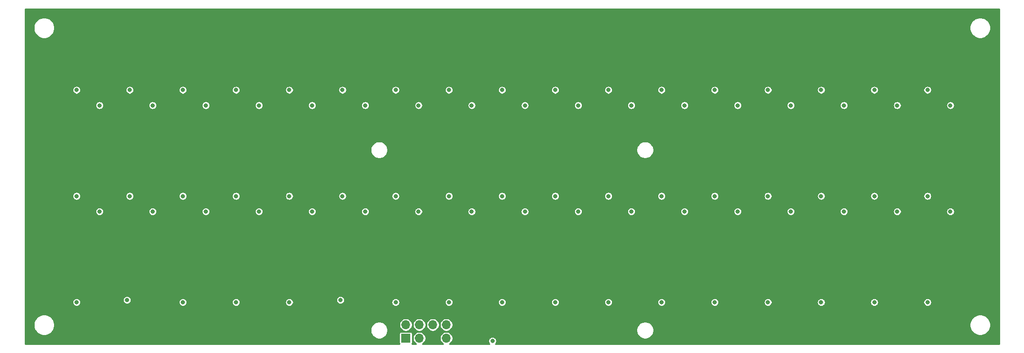
<source format=gbr>
G04 #@! TF.GenerationSoftware,KiCad,Pcbnew,(5.1.5-0-10_14)*
G04 #@! TF.CreationDate,2020-04-22T23:35:31+01:00*
G04 #@! TF.ProjectId,Display,44697370-6c61-4792-9e6b-696361645f70,rev?*
G04 #@! TF.SameCoordinates,Original*
G04 #@! TF.FileFunction,Copper,L3,Inr*
G04 #@! TF.FilePolarity,Positive*
%FSLAX46Y46*%
G04 Gerber Fmt 4.6, Leading zero omitted, Abs format (unit mm)*
G04 Created by KiCad (PCBNEW (5.1.5-0-10_14)) date 2020-04-22 23:35:31*
%MOMM*%
%LPD*%
G04 APERTURE LIST*
%ADD10O,1.700000X1.700000*%
%ADD11R,1.700000X1.700000*%
%ADD12C,0.800000*%
%ADD13C,0.254000*%
G04 APERTURE END LIST*
D10*
X107620000Y-87960000D03*
X107620000Y-90500000D03*
X105080000Y-87960000D03*
X105080000Y-90500000D03*
X102540000Y-87960000D03*
X102540000Y-90500000D03*
X100000000Y-87960000D03*
D11*
X100000000Y-90500000D03*
D12*
X42400000Y-46600000D03*
X38100000Y-43700000D03*
X48100000Y-43700000D03*
X58100000Y-43700000D03*
X68100000Y-43700000D03*
X78100000Y-43700000D03*
X88100000Y-43700000D03*
X98100000Y-43700000D03*
X108100000Y-43700000D03*
X118100000Y-43700000D03*
X128100000Y-43700000D03*
X138100000Y-43700000D03*
X148100000Y-43700000D03*
X158100000Y-43700000D03*
X168100000Y-43700000D03*
X178100000Y-43700000D03*
X188100000Y-43700000D03*
X198100000Y-43700000D03*
X38100000Y-63700000D03*
X48100000Y-63700000D03*
X58100000Y-63700000D03*
X68100000Y-63700000D03*
X78100000Y-63700000D03*
X88100000Y-63700000D03*
X98100000Y-63700000D03*
X108100000Y-63700000D03*
X118100000Y-63700000D03*
X128100000Y-63700000D03*
X138100000Y-63700000D03*
X148100000Y-63700000D03*
X158100000Y-63700000D03*
X168100000Y-63700000D03*
X178100000Y-63700000D03*
X188100000Y-63700000D03*
X198100000Y-63700000D03*
X38100000Y-83700000D03*
X58100000Y-83700000D03*
X68100000Y-83700000D03*
X78100000Y-83700000D03*
X98100000Y-83700000D03*
X108100000Y-83700000D03*
X118100000Y-83700000D03*
X128100000Y-83700000D03*
X138100000Y-83700000D03*
X148100000Y-83700000D03*
X158100000Y-83700000D03*
X168100000Y-83700000D03*
X178100000Y-83700000D03*
X188100000Y-83700000D03*
X198100000Y-83700000D03*
X52400000Y-46600000D03*
X62400000Y-46600000D03*
X72400000Y-46600000D03*
X82400000Y-46600000D03*
X92400000Y-46600000D03*
X102400000Y-46600000D03*
X112400000Y-46600000D03*
X122400000Y-46600000D03*
X132400000Y-46600000D03*
X142400000Y-46600000D03*
X152400000Y-46600000D03*
X162400000Y-46600000D03*
X172400000Y-46600000D03*
X182400000Y-46600000D03*
X192400000Y-46600000D03*
X202400000Y-46600000D03*
X42400000Y-66600000D03*
X52400000Y-66600000D03*
X62400000Y-66600000D03*
X72400000Y-66600000D03*
X82400000Y-66600000D03*
X92400000Y-66600000D03*
X102400000Y-66600000D03*
X112400000Y-66600000D03*
X122400000Y-66600000D03*
X132400000Y-66600000D03*
X142400000Y-66600000D03*
X152400000Y-66600000D03*
X162400000Y-66600000D03*
X172400000Y-66600000D03*
X182400000Y-66600000D03*
X192400000Y-66600000D03*
X202400000Y-66600000D03*
X116300000Y-91000000D03*
X47600000Y-83300000D03*
X87700000Y-83300000D03*
X108100000Y-83700000D03*
X40800000Y-45100000D03*
X50800000Y-45100000D03*
X60800000Y-45100000D03*
X70800000Y-45100000D03*
X80800000Y-45100000D03*
X90800000Y-45100000D03*
X100800000Y-45100000D03*
X110800000Y-45100000D03*
X120800000Y-45100000D03*
X130800000Y-45100000D03*
X140800000Y-45100000D03*
X150800000Y-45100000D03*
X160800000Y-45100000D03*
X170800000Y-45100000D03*
X180800000Y-45100000D03*
X190800000Y-45100000D03*
X200800000Y-45100000D03*
X40800000Y-65100000D03*
X50800000Y-65100000D03*
X60800000Y-65100000D03*
X70800000Y-65100000D03*
X80800000Y-65100000D03*
X90800000Y-65100000D03*
X100800000Y-65100000D03*
X110800000Y-65100000D03*
X120800000Y-65100000D03*
X130800000Y-65100000D03*
X140800000Y-65100000D03*
X150800000Y-65100000D03*
X160800000Y-65100000D03*
X170800000Y-65100000D03*
X180800000Y-65100000D03*
X190800000Y-65100000D03*
X200800000Y-65100000D03*
X42099996Y-83700000D03*
X62100000Y-83699996D03*
X72000000Y-83699998D03*
X82100000Y-83700000D03*
X52400000Y-83300000D03*
X92400000Y-83300000D03*
X102000000Y-83700000D03*
X112300000Y-83500000D03*
X122000000Y-83700000D03*
X132400000Y-83600000D03*
X142000000Y-83700000D03*
X152400000Y-83300000D03*
X162200000Y-83800000D03*
X192500000Y-83600000D03*
X202100000Y-83700000D03*
X170817500Y-83700000D03*
X182000000Y-84000000D03*
D13*
G36*
X211573001Y-91573000D02*
G01*
X116825845Y-91573000D01*
X116903536Y-91495309D01*
X116988569Y-91368048D01*
X117047141Y-91226643D01*
X117077000Y-91076528D01*
X117077000Y-90923472D01*
X117047141Y-90773357D01*
X116988569Y-90631952D01*
X116903536Y-90504691D01*
X116795309Y-90396464D01*
X116668048Y-90311431D01*
X116526643Y-90252859D01*
X116376528Y-90223000D01*
X116223472Y-90223000D01*
X116073357Y-90252859D01*
X115931952Y-90311431D01*
X115804691Y-90396464D01*
X115696464Y-90504691D01*
X115611431Y-90631952D01*
X115552859Y-90773357D01*
X115523000Y-90923472D01*
X115523000Y-91076528D01*
X115552859Y-91226643D01*
X115611431Y-91368048D01*
X115696464Y-91495309D01*
X115774155Y-91573000D01*
X108222683Y-91573000D01*
X108402167Y-91453073D01*
X108573073Y-91282167D01*
X108707353Y-91081202D01*
X108799847Y-90857903D01*
X108847000Y-90620849D01*
X108847000Y-90379151D01*
X108799847Y-90142097D01*
X108707353Y-89918798D01*
X108573073Y-89717833D01*
X108402167Y-89546927D01*
X108201202Y-89412647D01*
X107977903Y-89320153D01*
X107740849Y-89273000D01*
X107499151Y-89273000D01*
X107262097Y-89320153D01*
X107038798Y-89412647D01*
X106837833Y-89546927D01*
X106666927Y-89717833D01*
X106532647Y-89918798D01*
X106440153Y-90142097D01*
X106393000Y-90379151D01*
X106393000Y-90620849D01*
X106440153Y-90857903D01*
X106532647Y-91081202D01*
X106666927Y-91282167D01*
X106837833Y-91453073D01*
X107017317Y-91573000D01*
X103142683Y-91573000D01*
X103322167Y-91453073D01*
X103493073Y-91282167D01*
X103627353Y-91081202D01*
X103719847Y-90857903D01*
X103767000Y-90620849D01*
X103767000Y-90379151D01*
X103719847Y-90142097D01*
X103627353Y-89918798D01*
X103493073Y-89717833D01*
X103322167Y-89546927D01*
X103121202Y-89412647D01*
X102897903Y-89320153D01*
X102660849Y-89273000D01*
X102419151Y-89273000D01*
X102182097Y-89320153D01*
X101958798Y-89412647D01*
X101757833Y-89546927D01*
X101586927Y-89717833D01*
X101452647Y-89918798D01*
X101360153Y-90142097D01*
X101313000Y-90379151D01*
X101313000Y-90620849D01*
X101360153Y-90857903D01*
X101452647Y-91081202D01*
X101586927Y-91282167D01*
X101757833Y-91453073D01*
X101937317Y-91573000D01*
X101154692Y-91573000D01*
X101164981Y-91560463D01*
X101199988Y-91494970D01*
X101221545Y-91423905D01*
X101228824Y-91350000D01*
X101228824Y-89650000D01*
X101221545Y-89576095D01*
X101199988Y-89505030D01*
X101164981Y-89439537D01*
X101117869Y-89382131D01*
X101060463Y-89335019D01*
X100994970Y-89300012D01*
X100923905Y-89278455D01*
X100850000Y-89271176D01*
X99150000Y-89271176D01*
X99076095Y-89278455D01*
X99005030Y-89300012D01*
X98939537Y-89335019D01*
X98882131Y-89382131D01*
X98835019Y-89439537D01*
X98800012Y-89505030D01*
X98778455Y-89576095D01*
X98771176Y-89650000D01*
X98771176Y-91350000D01*
X98778455Y-91423905D01*
X98800012Y-91494970D01*
X98835019Y-91560463D01*
X98845308Y-91573000D01*
X28427000Y-91573000D01*
X28427000Y-87805282D01*
X30023000Y-87805282D01*
X30023000Y-88194718D01*
X30098975Y-88576670D01*
X30248005Y-88936461D01*
X30464364Y-89260264D01*
X30739736Y-89535636D01*
X31063539Y-89751995D01*
X31423330Y-89901025D01*
X31805282Y-89977000D01*
X32194718Y-89977000D01*
X32576670Y-89901025D01*
X32936461Y-89751995D01*
X33260264Y-89535636D01*
X33535636Y-89260264D01*
X33751995Y-88936461D01*
X33792051Y-88839755D01*
X93373000Y-88839755D01*
X93373000Y-89160245D01*
X93435525Y-89474578D01*
X93558172Y-89770673D01*
X93736227Y-90037152D01*
X93962848Y-90263773D01*
X94229327Y-90441828D01*
X94525422Y-90564475D01*
X94839755Y-90627000D01*
X95160245Y-90627000D01*
X95474578Y-90564475D01*
X95770673Y-90441828D01*
X96037152Y-90263773D01*
X96263773Y-90037152D01*
X96441828Y-89770673D01*
X96564475Y-89474578D01*
X96627000Y-89160245D01*
X96627000Y-88839755D01*
X96564475Y-88525422D01*
X96441828Y-88229327D01*
X96263773Y-87962848D01*
X96140076Y-87839151D01*
X98773000Y-87839151D01*
X98773000Y-88080849D01*
X98820153Y-88317903D01*
X98912647Y-88541202D01*
X99046927Y-88742167D01*
X99217833Y-88913073D01*
X99418798Y-89047353D01*
X99642097Y-89139847D01*
X99879151Y-89187000D01*
X100120849Y-89187000D01*
X100357903Y-89139847D01*
X100581202Y-89047353D01*
X100782167Y-88913073D01*
X100953073Y-88742167D01*
X101087353Y-88541202D01*
X101179847Y-88317903D01*
X101227000Y-88080849D01*
X101227000Y-87839151D01*
X101313000Y-87839151D01*
X101313000Y-88080849D01*
X101360153Y-88317903D01*
X101452647Y-88541202D01*
X101586927Y-88742167D01*
X101757833Y-88913073D01*
X101958798Y-89047353D01*
X102182097Y-89139847D01*
X102419151Y-89187000D01*
X102660849Y-89187000D01*
X102897903Y-89139847D01*
X103121202Y-89047353D01*
X103322167Y-88913073D01*
X103493073Y-88742167D01*
X103627353Y-88541202D01*
X103719847Y-88317903D01*
X103767000Y-88080849D01*
X103767000Y-87839151D01*
X103853000Y-87839151D01*
X103853000Y-88080849D01*
X103900153Y-88317903D01*
X103992647Y-88541202D01*
X104126927Y-88742167D01*
X104297833Y-88913073D01*
X104498798Y-89047353D01*
X104722097Y-89139847D01*
X104959151Y-89187000D01*
X105200849Y-89187000D01*
X105437903Y-89139847D01*
X105661202Y-89047353D01*
X105862167Y-88913073D01*
X106033073Y-88742167D01*
X106167353Y-88541202D01*
X106259847Y-88317903D01*
X106307000Y-88080849D01*
X106307000Y-87839151D01*
X106393000Y-87839151D01*
X106393000Y-88080849D01*
X106440153Y-88317903D01*
X106532647Y-88541202D01*
X106666927Y-88742167D01*
X106837833Y-88913073D01*
X107038798Y-89047353D01*
X107262097Y-89139847D01*
X107499151Y-89187000D01*
X107740849Y-89187000D01*
X107977903Y-89139847D01*
X108201202Y-89047353D01*
X108402167Y-88913073D01*
X108475485Y-88839755D01*
X143373000Y-88839755D01*
X143373000Y-89160245D01*
X143435525Y-89474578D01*
X143558172Y-89770673D01*
X143736227Y-90037152D01*
X143962848Y-90263773D01*
X144229327Y-90441828D01*
X144525422Y-90564475D01*
X144839755Y-90627000D01*
X145160245Y-90627000D01*
X145474578Y-90564475D01*
X145770673Y-90441828D01*
X146037152Y-90263773D01*
X146263773Y-90037152D01*
X146441828Y-89770673D01*
X146564475Y-89474578D01*
X146627000Y-89160245D01*
X146627000Y-88839755D01*
X146564475Y-88525422D01*
X146441828Y-88229327D01*
X146263773Y-87962848D01*
X146106207Y-87805282D01*
X206023000Y-87805282D01*
X206023000Y-88194718D01*
X206098975Y-88576670D01*
X206248005Y-88936461D01*
X206464364Y-89260264D01*
X206739736Y-89535636D01*
X207063539Y-89751995D01*
X207423330Y-89901025D01*
X207805282Y-89977000D01*
X208194718Y-89977000D01*
X208576670Y-89901025D01*
X208936461Y-89751995D01*
X209260264Y-89535636D01*
X209535636Y-89260264D01*
X209751995Y-88936461D01*
X209901025Y-88576670D01*
X209977000Y-88194718D01*
X209977000Y-87805282D01*
X209901025Y-87423330D01*
X209751995Y-87063539D01*
X209535636Y-86739736D01*
X209260264Y-86464364D01*
X208936461Y-86248005D01*
X208576670Y-86098975D01*
X208194718Y-86023000D01*
X207805282Y-86023000D01*
X207423330Y-86098975D01*
X207063539Y-86248005D01*
X206739736Y-86464364D01*
X206464364Y-86739736D01*
X206248005Y-87063539D01*
X206098975Y-87423330D01*
X206023000Y-87805282D01*
X146106207Y-87805282D01*
X146037152Y-87736227D01*
X145770673Y-87558172D01*
X145474578Y-87435525D01*
X145160245Y-87373000D01*
X144839755Y-87373000D01*
X144525422Y-87435525D01*
X144229327Y-87558172D01*
X143962848Y-87736227D01*
X143736227Y-87962848D01*
X143558172Y-88229327D01*
X143435525Y-88525422D01*
X143373000Y-88839755D01*
X108475485Y-88839755D01*
X108573073Y-88742167D01*
X108707353Y-88541202D01*
X108799847Y-88317903D01*
X108847000Y-88080849D01*
X108847000Y-87839151D01*
X108799847Y-87602097D01*
X108707353Y-87378798D01*
X108573073Y-87177833D01*
X108402167Y-87006927D01*
X108201202Y-86872647D01*
X107977903Y-86780153D01*
X107740849Y-86733000D01*
X107499151Y-86733000D01*
X107262097Y-86780153D01*
X107038798Y-86872647D01*
X106837833Y-87006927D01*
X106666927Y-87177833D01*
X106532647Y-87378798D01*
X106440153Y-87602097D01*
X106393000Y-87839151D01*
X106307000Y-87839151D01*
X106259847Y-87602097D01*
X106167353Y-87378798D01*
X106033073Y-87177833D01*
X105862167Y-87006927D01*
X105661202Y-86872647D01*
X105437903Y-86780153D01*
X105200849Y-86733000D01*
X104959151Y-86733000D01*
X104722097Y-86780153D01*
X104498798Y-86872647D01*
X104297833Y-87006927D01*
X104126927Y-87177833D01*
X103992647Y-87378798D01*
X103900153Y-87602097D01*
X103853000Y-87839151D01*
X103767000Y-87839151D01*
X103719847Y-87602097D01*
X103627353Y-87378798D01*
X103493073Y-87177833D01*
X103322167Y-87006927D01*
X103121202Y-86872647D01*
X102897903Y-86780153D01*
X102660849Y-86733000D01*
X102419151Y-86733000D01*
X102182097Y-86780153D01*
X101958798Y-86872647D01*
X101757833Y-87006927D01*
X101586927Y-87177833D01*
X101452647Y-87378798D01*
X101360153Y-87602097D01*
X101313000Y-87839151D01*
X101227000Y-87839151D01*
X101179847Y-87602097D01*
X101087353Y-87378798D01*
X100953073Y-87177833D01*
X100782167Y-87006927D01*
X100581202Y-86872647D01*
X100357903Y-86780153D01*
X100120849Y-86733000D01*
X99879151Y-86733000D01*
X99642097Y-86780153D01*
X99418798Y-86872647D01*
X99217833Y-87006927D01*
X99046927Y-87177833D01*
X98912647Y-87378798D01*
X98820153Y-87602097D01*
X98773000Y-87839151D01*
X96140076Y-87839151D01*
X96037152Y-87736227D01*
X95770673Y-87558172D01*
X95474578Y-87435525D01*
X95160245Y-87373000D01*
X94839755Y-87373000D01*
X94525422Y-87435525D01*
X94229327Y-87558172D01*
X93962848Y-87736227D01*
X93736227Y-87962848D01*
X93558172Y-88229327D01*
X93435525Y-88525422D01*
X93373000Y-88839755D01*
X33792051Y-88839755D01*
X33901025Y-88576670D01*
X33977000Y-88194718D01*
X33977000Y-87805282D01*
X33901025Y-87423330D01*
X33751995Y-87063539D01*
X33535636Y-86739736D01*
X33260264Y-86464364D01*
X32936461Y-86248005D01*
X32576670Y-86098975D01*
X32194718Y-86023000D01*
X31805282Y-86023000D01*
X31423330Y-86098975D01*
X31063539Y-86248005D01*
X30739736Y-86464364D01*
X30464364Y-86739736D01*
X30248005Y-87063539D01*
X30098975Y-87423330D01*
X30023000Y-87805282D01*
X28427000Y-87805282D01*
X28427000Y-83623472D01*
X37323000Y-83623472D01*
X37323000Y-83776528D01*
X37352859Y-83926643D01*
X37411431Y-84068048D01*
X37496464Y-84195309D01*
X37604691Y-84303536D01*
X37731952Y-84388569D01*
X37873357Y-84447141D01*
X38023472Y-84477000D01*
X38176528Y-84477000D01*
X38326643Y-84447141D01*
X38468048Y-84388569D01*
X38595309Y-84303536D01*
X38703536Y-84195309D01*
X38788569Y-84068048D01*
X38847141Y-83926643D01*
X38877000Y-83776528D01*
X38877000Y-83623472D01*
X38847141Y-83473357D01*
X38788569Y-83331952D01*
X38716086Y-83223472D01*
X46823000Y-83223472D01*
X46823000Y-83376528D01*
X46852859Y-83526643D01*
X46911431Y-83668048D01*
X46996464Y-83795309D01*
X47104691Y-83903536D01*
X47231952Y-83988569D01*
X47373357Y-84047141D01*
X47523472Y-84077000D01*
X47676528Y-84077000D01*
X47826643Y-84047141D01*
X47968048Y-83988569D01*
X48095309Y-83903536D01*
X48203536Y-83795309D01*
X48288569Y-83668048D01*
X48307033Y-83623472D01*
X57323000Y-83623472D01*
X57323000Y-83776528D01*
X57352859Y-83926643D01*
X57411431Y-84068048D01*
X57496464Y-84195309D01*
X57604691Y-84303536D01*
X57731952Y-84388569D01*
X57873357Y-84447141D01*
X58023472Y-84477000D01*
X58176528Y-84477000D01*
X58326643Y-84447141D01*
X58468048Y-84388569D01*
X58595309Y-84303536D01*
X58703536Y-84195309D01*
X58788569Y-84068048D01*
X58847141Y-83926643D01*
X58877000Y-83776528D01*
X58877000Y-83623472D01*
X67323000Y-83623472D01*
X67323000Y-83776528D01*
X67352859Y-83926643D01*
X67411431Y-84068048D01*
X67496464Y-84195309D01*
X67604691Y-84303536D01*
X67731952Y-84388569D01*
X67873357Y-84447141D01*
X68023472Y-84477000D01*
X68176528Y-84477000D01*
X68326643Y-84447141D01*
X68468048Y-84388569D01*
X68595309Y-84303536D01*
X68703536Y-84195309D01*
X68788569Y-84068048D01*
X68847141Y-83926643D01*
X68877000Y-83776528D01*
X68877000Y-83623472D01*
X77323000Y-83623472D01*
X77323000Y-83776528D01*
X77352859Y-83926643D01*
X77411431Y-84068048D01*
X77496464Y-84195309D01*
X77604691Y-84303536D01*
X77731952Y-84388569D01*
X77873357Y-84447141D01*
X78023472Y-84477000D01*
X78176528Y-84477000D01*
X78326643Y-84447141D01*
X78468048Y-84388569D01*
X78595309Y-84303536D01*
X78703536Y-84195309D01*
X78788569Y-84068048D01*
X78847141Y-83926643D01*
X78877000Y-83776528D01*
X78877000Y-83623472D01*
X78847141Y-83473357D01*
X78788569Y-83331952D01*
X78716086Y-83223472D01*
X86923000Y-83223472D01*
X86923000Y-83376528D01*
X86952859Y-83526643D01*
X87011431Y-83668048D01*
X87096464Y-83795309D01*
X87204691Y-83903536D01*
X87331952Y-83988569D01*
X87473357Y-84047141D01*
X87623472Y-84077000D01*
X87776528Y-84077000D01*
X87926643Y-84047141D01*
X88068048Y-83988569D01*
X88195309Y-83903536D01*
X88303536Y-83795309D01*
X88388569Y-83668048D01*
X88407033Y-83623472D01*
X97323000Y-83623472D01*
X97323000Y-83776528D01*
X97352859Y-83926643D01*
X97411431Y-84068048D01*
X97496464Y-84195309D01*
X97604691Y-84303536D01*
X97731952Y-84388569D01*
X97873357Y-84447141D01*
X98023472Y-84477000D01*
X98176528Y-84477000D01*
X98326643Y-84447141D01*
X98468048Y-84388569D01*
X98595309Y-84303536D01*
X98703536Y-84195309D01*
X98788569Y-84068048D01*
X98847141Y-83926643D01*
X98877000Y-83776528D01*
X98877000Y-83623472D01*
X107323000Y-83623472D01*
X107323000Y-83776528D01*
X107352859Y-83926643D01*
X107411431Y-84068048D01*
X107496464Y-84195309D01*
X107604691Y-84303536D01*
X107731952Y-84388569D01*
X107873357Y-84447141D01*
X108023472Y-84477000D01*
X108176528Y-84477000D01*
X108326643Y-84447141D01*
X108468048Y-84388569D01*
X108595309Y-84303536D01*
X108703536Y-84195309D01*
X108788569Y-84068048D01*
X108847141Y-83926643D01*
X108877000Y-83776528D01*
X108877000Y-83623472D01*
X117323000Y-83623472D01*
X117323000Y-83776528D01*
X117352859Y-83926643D01*
X117411431Y-84068048D01*
X117496464Y-84195309D01*
X117604691Y-84303536D01*
X117731952Y-84388569D01*
X117873357Y-84447141D01*
X118023472Y-84477000D01*
X118176528Y-84477000D01*
X118326643Y-84447141D01*
X118468048Y-84388569D01*
X118595309Y-84303536D01*
X118703536Y-84195309D01*
X118788569Y-84068048D01*
X118847141Y-83926643D01*
X118877000Y-83776528D01*
X118877000Y-83623472D01*
X127323000Y-83623472D01*
X127323000Y-83776528D01*
X127352859Y-83926643D01*
X127411431Y-84068048D01*
X127496464Y-84195309D01*
X127604691Y-84303536D01*
X127731952Y-84388569D01*
X127873357Y-84447141D01*
X128023472Y-84477000D01*
X128176528Y-84477000D01*
X128326643Y-84447141D01*
X128468048Y-84388569D01*
X128595309Y-84303536D01*
X128703536Y-84195309D01*
X128788569Y-84068048D01*
X128847141Y-83926643D01*
X128877000Y-83776528D01*
X128877000Y-83623472D01*
X137323000Y-83623472D01*
X137323000Y-83776528D01*
X137352859Y-83926643D01*
X137411431Y-84068048D01*
X137496464Y-84195309D01*
X137604691Y-84303536D01*
X137731952Y-84388569D01*
X137873357Y-84447141D01*
X138023472Y-84477000D01*
X138176528Y-84477000D01*
X138326643Y-84447141D01*
X138468048Y-84388569D01*
X138595309Y-84303536D01*
X138703536Y-84195309D01*
X138788569Y-84068048D01*
X138847141Y-83926643D01*
X138877000Y-83776528D01*
X138877000Y-83623472D01*
X147323000Y-83623472D01*
X147323000Y-83776528D01*
X147352859Y-83926643D01*
X147411431Y-84068048D01*
X147496464Y-84195309D01*
X147604691Y-84303536D01*
X147731952Y-84388569D01*
X147873357Y-84447141D01*
X148023472Y-84477000D01*
X148176528Y-84477000D01*
X148326643Y-84447141D01*
X148468048Y-84388569D01*
X148595309Y-84303536D01*
X148703536Y-84195309D01*
X148788569Y-84068048D01*
X148847141Y-83926643D01*
X148877000Y-83776528D01*
X148877000Y-83623472D01*
X157323000Y-83623472D01*
X157323000Y-83776528D01*
X157352859Y-83926643D01*
X157411431Y-84068048D01*
X157496464Y-84195309D01*
X157604691Y-84303536D01*
X157731952Y-84388569D01*
X157873357Y-84447141D01*
X158023472Y-84477000D01*
X158176528Y-84477000D01*
X158326643Y-84447141D01*
X158468048Y-84388569D01*
X158595309Y-84303536D01*
X158703536Y-84195309D01*
X158788569Y-84068048D01*
X158847141Y-83926643D01*
X158877000Y-83776528D01*
X158877000Y-83623472D01*
X167323000Y-83623472D01*
X167323000Y-83776528D01*
X167352859Y-83926643D01*
X167411431Y-84068048D01*
X167496464Y-84195309D01*
X167604691Y-84303536D01*
X167731952Y-84388569D01*
X167873357Y-84447141D01*
X168023472Y-84477000D01*
X168176528Y-84477000D01*
X168326643Y-84447141D01*
X168468048Y-84388569D01*
X168595309Y-84303536D01*
X168703536Y-84195309D01*
X168788569Y-84068048D01*
X168847141Y-83926643D01*
X168877000Y-83776528D01*
X168877000Y-83623472D01*
X177323000Y-83623472D01*
X177323000Y-83776528D01*
X177352859Y-83926643D01*
X177411431Y-84068048D01*
X177496464Y-84195309D01*
X177604691Y-84303536D01*
X177731952Y-84388569D01*
X177873357Y-84447141D01*
X178023472Y-84477000D01*
X178176528Y-84477000D01*
X178326643Y-84447141D01*
X178468048Y-84388569D01*
X178595309Y-84303536D01*
X178703536Y-84195309D01*
X178788569Y-84068048D01*
X178847141Y-83926643D01*
X178877000Y-83776528D01*
X178877000Y-83623472D01*
X187323000Y-83623472D01*
X187323000Y-83776528D01*
X187352859Y-83926643D01*
X187411431Y-84068048D01*
X187496464Y-84195309D01*
X187604691Y-84303536D01*
X187731952Y-84388569D01*
X187873357Y-84447141D01*
X188023472Y-84477000D01*
X188176528Y-84477000D01*
X188326643Y-84447141D01*
X188468048Y-84388569D01*
X188595309Y-84303536D01*
X188703536Y-84195309D01*
X188788569Y-84068048D01*
X188847141Y-83926643D01*
X188877000Y-83776528D01*
X188877000Y-83623472D01*
X197323000Y-83623472D01*
X197323000Y-83776528D01*
X197352859Y-83926643D01*
X197411431Y-84068048D01*
X197496464Y-84195309D01*
X197604691Y-84303536D01*
X197731952Y-84388569D01*
X197873357Y-84447141D01*
X198023472Y-84477000D01*
X198176528Y-84477000D01*
X198326643Y-84447141D01*
X198468048Y-84388569D01*
X198595309Y-84303536D01*
X198703536Y-84195309D01*
X198788569Y-84068048D01*
X198847141Y-83926643D01*
X198877000Y-83776528D01*
X198877000Y-83623472D01*
X198847141Y-83473357D01*
X198788569Y-83331952D01*
X198703536Y-83204691D01*
X198595309Y-83096464D01*
X198468048Y-83011431D01*
X198326643Y-82952859D01*
X198176528Y-82923000D01*
X198023472Y-82923000D01*
X197873357Y-82952859D01*
X197731952Y-83011431D01*
X197604691Y-83096464D01*
X197496464Y-83204691D01*
X197411431Y-83331952D01*
X197352859Y-83473357D01*
X197323000Y-83623472D01*
X188877000Y-83623472D01*
X188847141Y-83473357D01*
X188788569Y-83331952D01*
X188703536Y-83204691D01*
X188595309Y-83096464D01*
X188468048Y-83011431D01*
X188326643Y-82952859D01*
X188176528Y-82923000D01*
X188023472Y-82923000D01*
X187873357Y-82952859D01*
X187731952Y-83011431D01*
X187604691Y-83096464D01*
X187496464Y-83204691D01*
X187411431Y-83331952D01*
X187352859Y-83473357D01*
X187323000Y-83623472D01*
X178877000Y-83623472D01*
X178847141Y-83473357D01*
X178788569Y-83331952D01*
X178703536Y-83204691D01*
X178595309Y-83096464D01*
X178468048Y-83011431D01*
X178326643Y-82952859D01*
X178176528Y-82923000D01*
X178023472Y-82923000D01*
X177873357Y-82952859D01*
X177731952Y-83011431D01*
X177604691Y-83096464D01*
X177496464Y-83204691D01*
X177411431Y-83331952D01*
X177352859Y-83473357D01*
X177323000Y-83623472D01*
X168877000Y-83623472D01*
X168847141Y-83473357D01*
X168788569Y-83331952D01*
X168703536Y-83204691D01*
X168595309Y-83096464D01*
X168468048Y-83011431D01*
X168326643Y-82952859D01*
X168176528Y-82923000D01*
X168023472Y-82923000D01*
X167873357Y-82952859D01*
X167731952Y-83011431D01*
X167604691Y-83096464D01*
X167496464Y-83204691D01*
X167411431Y-83331952D01*
X167352859Y-83473357D01*
X167323000Y-83623472D01*
X158877000Y-83623472D01*
X158847141Y-83473357D01*
X158788569Y-83331952D01*
X158703536Y-83204691D01*
X158595309Y-83096464D01*
X158468048Y-83011431D01*
X158326643Y-82952859D01*
X158176528Y-82923000D01*
X158023472Y-82923000D01*
X157873357Y-82952859D01*
X157731952Y-83011431D01*
X157604691Y-83096464D01*
X157496464Y-83204691D01*
X157411431Y-83331952D01*
X157352859Y-83473357D01*
X157323000Y-83623472D01*
X148877000Y-83623472D01*
X148847141Y-83473357D01*
X148788569Y-83331952D01*
X148703536Y-83204691D01*
X148595309Y-83096464D01*
X148468048Y-83011431D01*
X148326643Y-82952859D01*
X148176528Y-82923000D01*
X148023472Y-82923000D01*
X147873357Y-82952859D01*
X147731952Y-83011431D01*
X147604691Y-83096464D01*
X147496464Y-83204691D01*
X147411431Y-83331952D01*
X147352859Y-83473357D01*
X147323000Y-83623472D01*
X138877000Y-83623472D01*
X138847141Y-83473357D01*
X138788569Y-83331952D01*
X138703536Y-83204691D01*
X138595309Y-83096464D01*
X138468048Y-83011431D01*
X138326643Y-82952859D01*
X138176528Y-82923000D01*
X138023472Y-82923000D01*
X137873357Y-82952859D01*
X137731952Y-83011431D01*
X137604691Y-83096464D01*
X137496464Y-83204691D01*
X137411431Y-83331952D01*
X137352859Y-83473357D01*
X137323000Y-83623472D01*
X128877000Y-83623472D01*
X128847141Y-83473357D01*
X128788569Y-83331952D01*
X128703536Y-83204691D01*
X128595309Y-83096464D01*
X128468048Y-83011431D01*
X128326643Y-82952859D01*
X128176528Y-82923000D01*
X128023472Y-82923000D01*
X127873357Y-82952859D01*
X127731952Y-83011431D01*
X127604691Y-83096464D01*
X127496464Y-83204691D01*
X127411431Y-83331952D01*
X127352859Y-83473357D01*
X127323000Y-83623472D01*
X118877000Y-83623472D01*
X118847141Y-83473357D01*
X118788569Y-83331952D01*
X118703536Y-83204691D01*
X118595309Y-83096464D01*
X118468048Y-83011431D01*
X118326643Y-82952859D01*
X118176528Y-82923000D01*
X118023472Y-82923000D01*
X117873357Y-82952859D01*
X117731952Y-83011431D01*
X117604691Y-83096464D01*
X117496464Y-83204691D01*
X117411431Y-83331952D01*
X117352859Y-83473357D01*
X117323000Y-83623472D01*
X108877000Y-83623472D01*
X108847141Y-83473357D01*
X108788569Y-83331952D01*
X108703536Y-83204691D01*
X108595309Y-83096464D01*
X108468048Y-83011431D01*
X108326643Y-82952859D01*
X108176528Y-82923000D01*
X108023472Y-82923000D01*
X107873357Y-82952859D01*
X107731952Y-83011431D01*
X107604691Y-83096464D01*
X107496464Y-83204691D01*
X107411431Y-83331952D01*
X107352859Y-83473357D01*
X107323000Y-83623472D01*
X98877000Y-83623472D01*
X98847141Y-83473357D01*
X98788569Y-83331952D01*
X98703536Y-83204691D01*
X98595309Y-83096464D01*
X98468048Y-83011431D01*
X98326643Y-82952859D01*
X98176528Y-82923000D01*
X98023472Y-82923000D01*
X97873357Y-82952859D01*
X97731952Y-83011431D01*
X97604691Y-83096464D01*
X97496464Y-83204691D01*
X97411431Y-83331952D01*
X97352859Y-83473357D01*
X97323000Y-83623472D01*
X88407033Y-83623472D01*
X88447141Y-83526643D01*
X88477000Y-83376528D01*
X88477000Y-83223472D01*
X88447141Y-83073357D01*
X88388569Y-82931952D01*
X88303536Y-82804691D01*
X88195309Y-82696464D01*
X88068048Y-82611431D01*
X87926643Y-82552859D01*
X87776528Y-82523000D01*
X87623472Y-82523000D01*
X87473357Y-82552859D01*
X87331952Y-82611431D01*
X87204691Y-82696464D01*
X87096464Y-82804691D01*
X87011431Y-82931952D01*
X86952859Y-83073357D01*
X86923000Y-83223472D01*
X78716086Y-83223472D01*
X78703536Y-83204691D01*
X78595309Y-83096464D01*
X78468048Y-83011431D01*
X78326643Y-82952859D01*
X78176528Y-82923000D01*
X78023472Y-82923000D01*
X77873357Y-82952859D01*
X77731952Y-83011431D01*
X77604691Y-83096464D01*
X77496464Y-83204691D01*
X77411431Y-83331952D01*
X77352859Y-83473357D01*
X77323000Y-83623472D01*
X68877000Y-83623472D01*
X68847141Y-83473357D01*
X68788569Y-83331952D01*
X68703536Y-83204691D01*
X68595309Y-83096464D01*
X68468048Y-83011431D01*
X68326643Y-82952859D01*
X68176528Y-82923000D01*
X68023472Y-82923000D01*
X67873357Y-82952859D01*
X67731952Y-83011431D01*
X67604691Y-83096464D01*
X67496464Y-83204691D01*
X67411431Y-83331952D01*
X67352859Y-83473357D01*
X67323000Y-83623472D01*
X58877000Y-83623472D01*
X58847141Y-83473357D01*
X58788569Y-83331952D01*
X58703536Y-83204691D01*
X58595309Y-83096464D01*
X58468048Y-83011431D01*
X58326643Y-82952859D01*
X58176528Y-82923000D01*
X58023472Y-82923000D01*
X57873357Y-82952859D01*
X57731952Y-83011431D01*
X57604691Y-83096464D01*
X57496464Y-83204691D01*
X57411431Y-83331952D01*
X57352859Y-83473357D01*
X57323000Y-83623472D01*
X48307033Y-83623472D01*
X48347141Y-83526643D01*
X48377000Y-83376528D01*
X48377000Y-83223472D01*
X48347141Y-83073357D01*
X48288569Y-82931952D01*
X48203536Y-82804691D01*
X48095309Y-82696464D01*
X47968048Y-82611431D01*
X47826643Y-82552859D01*
X47676528Y-82523000D01*
X47523472Y-82523000D01*
X47373357Y-82552859D01*
X47231952Y-82611431D01*
X47104691Y-82696464D01*
X46996464Y-82804691D01*
X46911431Y-82931952D01*
X46852859Y-83073357D01*
X46823000Y-83223472D01*
X38716086Y-83223472D01*
X38703536Y-83204691D01*
X38595309Y-83096464D01*
X38468048Y-83011431D01*
X38326643Y-82952859D01*
X38176528Y-82923000D01*
X38023472Y-82923000D01*
X37873357Y-82952859D01*
X37731952Y-83011431D01*
X37604691Y-83096464D01*
X37496464Y-83204691D01*
X37411431Y-83331952D01*
X37352859Y-83473357D01*
X37323000Y-83623472D01*
X28427000Y-83623472D01*
X28427000Y-66523472D01*
X41623000Y-66523472D01*
X41623000Y-66676528D01*
X41652859Y-66826643D01*
X41711431Y-66968048D01*
X41796464Y-67095309D01*
X41904691Y-67203536D01*
X42031952Y-67288569D01*
X42173357Y-67347141D01*
X42323472Y-67377000D01*
X42476528Y-67377000D01*
X42626643Y-67347141D01*
X42768048Y-67288569D01*
X42895309Y-67203536D01*
X43003536Y-67095309D01*
X43088569Y-66968048D01*
X43147141Y-66826643D01*
X43177000Y-66676528D01*
X43177000Y-66523472D01*
X51623000Y-66523472D01*
X51623000Y-66676528D01*
X51652859Y-66826643D01*
X51711431Y-66968048D01*
X51796464Y-67095309D01*
X51904691Y-67203536D01*
X52031952Y-67288569D01*
X52173357Y-67347141D01*
X52323472Y-67377000D01*
X52476528Y-67377000D01*
X52626643Y-67347141D01*
X52768048Y-67288569D01*
X52895309Y-67203536D01*
X53003536Y-67095309D01*
X53088569Y-66968048D01*
X53147141Y-66826643D01*
X53177000Y-66676528D01*
X53177000Y-66523472D01*
X61623000Y-66523472D01*
X61623000Y-66676528D01*
X61652859Y-66826643D01*
X61711431Y-66968048D01*
X61796464Y-67095309D01*
X61904691Y-67203536D01*
X62031952Y-67288569D01*
X62173357Y-67347141D01*
X62323472Y-67377000D01*
X62476528Y-67377000D01*
X62626643Y-67347141D01*
X62768048Y-67288569D01*
X62895309Y-67203536D01*
X63003536Y-67095309D01*
X63088569Y-66968048D01*
X63147141Y-66826643D01*
X63177000Y-66676528D01*
X63177000Y-66523472D01*
X71623000Y-66523472D01*
X71623000Y-66676528D01*
X71652859Y-66826643D01*
X71711431Y-66968048D01*
X71796464Y-67095309D01*
X71904691Y-67203536D01*
X72031952Y-67288569D01*
X72173357Y-67347141D01*
X72323472Y-67377000D01*
X72476528Y-67377000D01*
X72626643Y-67347141D01*
X72768048Y-67288569D01*
X72895309Y-67203536D01*
X73003536Y-67095309D01*
X73088569Y-66968048D01*
X73147141Y-66826643D01*
X73177000Y-66676528D01*
X73177000Y-66523472D01*
X81623000Y-66523472D01*
X81623000Y-66676528D01*
X81652859Y-66826643D01*
X81711431Y-66968048D01*
X81796464Y-67095309D01*
X81904691Y-67203536D01*
X82031952Y-67288569D01*
X82173357Y-67347141D01*
X82323472Y-67377000D01*
X82476528Y-67377000D01*
X82626643Y-67347141D01*
X82768048Y-67288569D01*
X82895309Y-67203536D01*
X83003536Y-67095309D01*
X83088569Y-66968048D01*
X83147141Y-66826643D01*
X83177000Y-66676528D01*
X83177000Y-66523472D01*
X91623000Y-66523472D01*
X91623000Y-66676528D01*
X91652859Y-66826643D01*
X91711431Y-66968048D01*
X91796464Y-67095309D01*
X91904691Y-67203536D01*
X92031952Y-67288569D01*
X92173357Y-67347141D01*
X92323472Y-67377000D01*
X92476528Y-67377000D01*
X92626643Y-67347141D01*
X92768048Y-67288569D01*
X92895309Y-67203536D01*
X93003536Y-67095309D01*
X93088569Y-66968048D01*
X93147141Y-66826643D01*
X93177000Y-66676528D01*
X93177000Y-66523472D01*
X101623000Y-66523472D01*
X101623000Y-66676528D01*
X101652859Y-66826643D01*
X101711431Y-66968048D01*
X101796464Y-67095309D01*
X101904691Y-67203536D01*
X102031952Y-67288569D01*
X102173357Y-67347141D01*
X102323472Y-67377000D01*
X102476528Y-67377000D01*
X102626643Y-67347141D01*
X102768048Y-67288569D01*
X102895309Y-67203536D01*
X103003536Y-67095309D01*
X103088569Y-66968048D01*
X103147141Y-66826643D01*
X103177000Y-66676528D01*
X103177000Y-66523472D01*
X111623000Y-66523472D01*
X111623000Y-66676528D01*
X111652859Y-66826643D01*
X111711431Y-66968048D01*
X111796464Y-67095309D01*
X111904691Y-67203536D01*
X112031952Y-67288569D01*
X112173357Y-67347141D01*
X112323472Y-67377000D01*
X112476528Y-67377000D01*
X112626643Y-67347141D01*
X112768048Y-67288569D01*
X112895309Y-67203536D01*
X113003536Y-67095309D01*
X113088569Y-66968048D01*
X113147141Y-66826643D01*
X113177000Y-66676528D01*
X113177000Y-66523472D01*
X121623000Y-66523472D01*
X121623000Y-66676528D01*
X121652859Y-66826643D01*
X121711431Y-66968048D01*
X121796464Y-67095309D01*
X121904691Y-67203536D01*
X122031952Y-67288569D01*
X122173357Y-67347141D01*
X122323472Y-67377000D01*
X122476528Y-67377000D01*
X122626643Y-67347141D01*
X122768048Y-67288569D01*
X122895309Y-67203536D01*
X123003536Y-67095309D01*
X123088569Y-66968048D01*
X123147141Y-66826643D01*
X123177000Y-66676528D01*
X123177000Y-66523472D01*
X131623000Y-66523472D01*
X131623000Y-66676528D01*
X131652859Y-66826643D01*
X131711431Y-66968048D01*
X131796464Y-67095309D01*
X131904691Y-67203536D01*
X132031952Y-67288569D01*
X132173357Y-67347141D01*
X132323472Y-67377000D01*
X132476528Y-67377000D01*
X132626643Y-67347141D01*
X132768048Y-67288569D01*
X132895309Y-67203536D01*
X133003536Y-67095309D01*
X133088569Y-66968048D01*
X133147141Y-66826643D01*
X133177000Y-66676528D01*
X133177000Y-66523472D01*
X141623000Y-66523472D01*
X141623000Y-66676528D01*
X141652859Y-66826643D01*
X141711431Y-66968048D01*
X141796464Y-67095309D01*
X141904691Y-67203536D01*
X142031952Y-67288569D01*
X142173357Y-67347141D01*
X142323472Y-67377000D01*
X142476528Y-67377000D01*
X142626643Y-67347141D01*
X142768048Y-67288569D01*
X142895309Y-67203536D01*
X143003536Y-67095309D01*
X143088569Y-66968048D01*
X143147141Y-66826643D01*
X143177000Y-66676528D01*
X143177000Y-66523472D01*
X151623000Y-66523472D01*
X151623000Y-66676528D01*
X151652859Y-66826643D01*
X151711431Y-66968048D01*
X151796464Y-67095309D01*
X151904691Y-67203536D01*
X152031952Y-67288569D01*
X152173357Y-67347141D01*
X152323472Y-67377000D01*
X152476528Y-67377000D01*
X152626643Y-67347141D01*
X152768048Y-67288569D01*
X152895309Y-67203536D01*
X153003536Y-67095309D01*
X153088569Y-66968048D01*
X153147141Y-66826643D01*
X153177000Y-66676528D01*
X153177000Y-66523472D01*
X161623000Y-66523472D01*
X161623000Y-66676528D01*
X161652859Y-66826643D01*
X161711431Y-66968048D01*
X161796464Y-67095309D01*
X161904691Y-67203536D01*
X162031952Y-67288569D01*
X162173357Y-67347141D01*
X162323472Y-67377000D01*
X162476528Y-67377000D01*
X162626643Y-67347141D01*
X162768048Y-67288569D01*
X162895309Y-67203536D01*
X163003536Y-67095309D01*
X163088569Y-66968048D01*
X163147141Y-66826643D01*
X163177000Y-66676528D01*
X163177000Y-66523472D01*
X171623000Y-66523472D01*
X171623000Y-66676528D01*
X171652859Y-66826643D01*
X171711431Y-66968048D01*
X171796464Y-67095309D01*
X171904691Y-67203536D01*
X172031952Y-67288569D01*
X172173357Y-67347141D01*
X172323472Y-67377000D01*
X172476528Y-67377000D01*
X172626643Y-67347141D01*
X172768048Y-67288569D01*
X172895309Y-67203536D01*
X173003536Y-67095309D01*
X173088569Y-66968048D01*
X173147141Y-66826643D01*
X173177000Y-66676528D01*
X173177000Y-66523472D01*
X181623000Y-66523472D01*
X181623000Y-66676528D01*
X181652859Y-66826643D01*
X181711431Y-66968048D01*
X181796464Y-67095309D01*
X181904691Y-67203536D01*
X182031952Y-67288569D01*
X182173357Y-67347141D01*
X182323472Y-67377000D01*
X182476528Y-67377000D01*
X182626643Y-67347141D01*
X182768048Y-67288569D01*
X182895309Y-67203536D01*
X183003536Y-67095309D01*
X183088569Y-66968048D01*
X183147141Y-66826643D01*
X183177000Y-66676528D01*
X183177000Y-66523472D01*
X191623000Y-66523472D01*
X191623000Y-66676528D01*
X191652859Y-66826643D01*
X191711431Y-66968048D01*
X191796464Y-67095309D01*
X191904691Y-67203536D01*
X192031952Y-67288569D01*
X192173357Y-67347141D01*
X192323472Y-67377000D01*
X192476528Y-67377000D01*
X192626643Y-67347141D01*
X192768048Y-67288569D01*
X192895309Y-67203536D01*
X193003536Y-67095309D01*
X193088569Y-66968048D01*
X193147141Y-66826643D01*
X193177000Y-66676528D01*
X193177000Y-66523472D01*
X201623000Y-66523472D01*
X201623000Y-66676528D01*
X201652859Y-66826643D01*
X201711431Y-66968048D01*
X201796464Y-67095309D01*
X201904691Y-67203536D01*
X202031952Y-67288569D01*
X202173357Y-67347141D01*
X202323472Y-67377000D01*
X202476528Y-67377000D01*
X202626643Y-67347141D01*
X202768048Y-67288569D01*
X202895309Y-67203536D01*
X203003536Y-67095309D01*
X203088569Y-66968048D01*
X203147141Y-66826643D01*
X203177000Y-66676528D01*
X203177000Y-66523472D01*
X203147141Y-66373357D01*
X203088569Y-66231952D01*
X203003536Y-66104691D01*
X202895309Y-65996464D01*
X202768048Y-65911431D01*
X202626643Y-65852859D01*
X202476528Y-65823000D01*
X202323472Y-65823000D01*
X202173357Y-65852859D01*
X202031952Y-65911431D01*
X201904691Y-65996464D01*
X201796464Y-66104691D01*
X201711431Y-66231952D01*
X201652859Y-66373357D01*
X201623000Y-66523472D01*
X193177000Y-66523472D01*
X193147141Y-66373357D01*
X193088569Y-66231952D01*
X193003536Y-66104691D01*
X192895309Y-65996464D01*
X192768048Y-65911431D01*
X192626643Y-65852859D01*
X192476528Y-65823000D01*
X192323472Y-65823000D01*
X192173357Y-65852859D01*
X192031952Y-65911431D01*
X191904691Y-65996464D01*
X191796464Y-66104691D01*
X191711431Y-66231952D01*
X191652859Y-66373357D01*
X191623000Y-66523472D01*
X183177000Y-66523472D01*
X183147141Y-66373357D01*
X183088569Y-66231952D01*
X183003536Y-66104691D01*
X182895309Y-65996464D01*
X182768048Y-65911431D01*
X182626643Y-65852859D01*
X182476528Y-65823000D01*
X182323472Y-65823000D01*
X182173357Y-65852859D01*
X182031952Y-65911431D01*
X181904691Y-65996464D01*
X181796464Y-66104691D01*
X181711431Y-66231952D01*
X181652859Y-66373357D01*
X181623000Y-66523472D01*
X173177000Y-66523472D01*
X173147141Y-66373357D01*
X173088569Y-66231952D01*
X173003536Y-66104691D01*
X172895309Y-65996464D01*
X172768048Y-65911431D01*
X172626643Y-65852859D01*
X172476528Y-65823000D01*
X172323472Y-65823000D01*
X172173357Y-65852859D01*
X172031952Y-65911431D01*
X171904691Y-65996464D01*
X171796464Y-66104691D01*
X171711431Y-66231952D01*
X171652859Y-66373357D01*
X171623000Y-66523472D01*
X163177000Y-66523472D01*
X163147141Y-66373357D01*
X163088569Y-66231952D01*
X163003536Y-66104691D01*
X162895309Y-65996464D01*
X162768048Y-65911431D01*
X162626643Y-65852859D01*
X162476528Y-65823000D01*
X162323472Y-65823000D01*
X162173357Y-65852859D01*
X162031952Y-65911431D01*
X161904691Y-65996464D01*
X161796464Y-66104691D01*
X161711431Y-66231952D01*
X161652859Y-66373357D01*
X161623000Y-66523472D01*
X153177000Y-66523472D01*
X153147141Y-66373357D01*
X153088569Y-66231952D01*
X153003536Y-66104691D01*
X152895309Y-65996464D01*
X152768048Y-65911431D01*
X152626643Y-65852859D01*
X152476528Y-65823000D01*
X152323472Y-65823000D01*
X152173357Y-65852859D01*
X152031952Y-65911431D01*
X151904691Y-65996464D01*
X151796464Y-66104691D01*
X151711431Y-66231952D01*
X151652859Y-66373357D01*
X151623000Y-66523472D01*
X143177000Y-66523472D01*
X143147141Y-66373357D01*
X143088569Y-66231952D01*
X143003536Y-66104691D01*
X142895309Y-65996464D01*
X142768048Y-65911431D01*
X142626643Y-65852859D01*
X142476528Y-65823000D01*
X142323472Y-65823000D01*
X142173357Y-65852859D01*
X142031952Y-65911431D01*
X141904691Y-65996464D01*
X141796464Y-66104691D01*
X141711431Y-66231952D01*
X141652859Y-66373357D01*
X141623000Y-66523472D01*
X133177000Y-66523472D01*
X133147141Y-66373357D01*
X133088569Y-66231952D01*
X133003536Y-66104691D01*
X132895309Y-65996464D01*
X132768048Y-65911431D01*
X132626643Y-65852859D01*
X132476528Y-65823000D01*
X132323472Y-65823000D01*
X132173357Y-65852859D01*
X132031952Y-65911431D01*
X131904691Y-65996464D01*
X131796464Y-66104691D01*
X131711431Y-66231952D01*
X131652859Y-66373357D01*
X131623000Y-66523472D01*
X123177000Y-66523472D01*
X123147141Y-66373357D01*
X123088569Y-66231952D01*
X123003536Y-66104691D01*
X122895309Y-65996464D01*
X122768048Y-65911431D01*
X122626643Y-65852859D01*
X122476528Y-65823000D01*
X122323472Y-65823000D01*
X122173357Y-65852859D01*
X122031952Y-65911431D01*
X121904691Y-65996464D01*
X121796464Y-66104691D01*
X121711431Y-66231952D01*
X121652859Y-66373357D01*
X121623000Y-66523472D01*
X113177000Y-66523472D01*
X113147141Y-66373357D01*
X113088569Y-66231952D01*
X113003536Y-66104691D01*
X112895309Y-65996464D01*
X112768048Y-65911431D01*
X112626643Y-65852859D01*
X112476528Y-65823000D01*
X112323472Y-65823000D01*
X112173357Y-65852859D01*
X112031952Y-65911431D01*
X111904691Y-65996464D01*
X111796464Y-66104691D01*
X111711431Y-66231952D01*
X111652859Y-66373357D01*
X111623000Y-66523472D01*
X103177000Y-66523472D01*
X103147141Y-66373357D01*
X103088569Y-66231952D01*
X103003536Y-66104691D01*
X102895309Y-65996464D01*
X102768048Y-65911431D01*
X102626643Y-65852859D01*
X102476528Y-65823000D01*
X102323472Y-65823000D01*
X102173357Y-65852859D01*
X102031952Y-65911431D01*
X101904691Y-65996464D01*
X101796464Y-66104691D01*
X101711431Y-66231952D01*
X101652859Y-66373357D01*
X101623000Y-66523472D01*
X93177000Y-66523472D01*
X93147141Y-66373357D01*
X93088569Y-66231952D01*
X93003536Y-66104691D01*
X92895309Y-65996464D01*
X92768048Y-65911431D01*
X92626643Y-65852859D01*
X92476528Y-65823000D01*
X92323472Y-65823000D01*
X92173357Y-65852859D01*
X92031952Y-65911431D01*
X91904691Y-65996464D01*
X91796464Y-66104691D01*
X91711431Y-66231952D01*
X91652859Y-66373357D01*
X91623000Y-66523472D01*
X83177000Y-66523472D01*
X83147141Y-66373357D01*
X83088569Y-66231952D01*
X83003536Y-66104691D01*
X82895309Y-65996464D01*
X82768048Y-65911431D01*
X82626643Y-65852859D01*
X82476528Y-65823000D01*
X82323472Y-65823000D01*
X82173357Y-65852859D01*
X82031952Y-65911431D01*
X81904691Y-65996464D01*
X81796464Y-66104691D01*
X81711431Y-66231952D01*
X81652859Y-66373357D01*
X81623000Y-66523472D01*
X73177000Y-66523472D01*
X73147141Y-66373357D01*
X73088569Y-66231952D01*
X73003536Y-66104691D01*
X72895309Y-65996464D01*
X72768048Y-65911431D01*
X72626643Y-65852859D01*
X72476528Y-65823000D01*
X72323472Y-65823000D01*
X72173357Y-65852859D01*
X72031952Y-65911431D01*
X71904691Y-65996464D01*
X71796464Y-66104691D01*
X71711431Y-66231952D01*
X71652859Y-66373357D01*
X71623000Y-66523472D01*
X63177000Y-66523472D01*
X63147141Y-66373357D01*
X63088569Y-66231952D01*
X63003536Y-66104691D01*
X62895309Y-65996464D01*
X62768048Y-65911431D01*
X62626643Y-65852859D01*
X62476528Y-65823000D01*
X62323472Y-65823000D01*
X62173357Y-65852859D01*
X62031952Y-65911431D01*
X61904691Y-65996464D01*
X61796464Y-66104691D01*
X61711431Y-66231952D01*
X61652859Y-66373357D01*
X61623000Y-66523472D01*
X53177000Y-66523472D01*
X53147141Y-66373357D01*
X53088569Y-66231952D01*
X53003536Y-66104691D01*
X52895309Y-65996464D01*
X52768048Y-65911431D01*
X52626643Y-65852859D01*
X52476528Y-65823000D01*
X52323472Y-65823000D01*
X52173357Y-65852859D01*
X52031952Y-65911431D01*
X51904691Y-65996464D01*
X51796464Y-66104691D01*
X51711431Y-66231952D01*
X51652859Y-66373357D01*
X51623000Y-66523472D01*
X43177000Y-66523472D01*
X43147141Y-66373357D01*
X43088569Y-66231952D01*
X43003536Y-66104691D01*
X42895309Y-65996464D01*
X42768048Y-65911431D01*
X42626643Y-65852859D01*
X42476528Y-65823000D01*
X42323472Y-65823000D01*
X42173357Y-65852859D01*
X42031952Y-65911431D01*
X41904691Y-65996464D01*
X41796464Y-66104691D01*
X41711431Y-66231952D01*
X41652859Y-66373357D01*
X41623000Y-66523472D01*
X28427000Y-66523472D01*
X28427000Y-63623472D01*
X37323000Y-63623472D01*
X37323000Y-63776528D01*
X37352859Y-63926643D01*
X37411431Y-64068048D01*
X37496464Y-64195309D01*
X37604691Y-64303536D01*
X37731952Y-64388569D01*
X37873357Y-64447141D01*
X38023472Y-64477000D01*
X38176528Y-64477000D01*
X38326643Y-64447141D01*
X38468048Y-64388569D01*
X38595309Y-64303536D01*
X38703536Y-64195309D01*
X38788569Y-64068048D01*
X38847141Y-63926643D01*
X38877000Y-63776528D01*
X38877000Y-63623472D01*
X47323000Y-63623472D01*
X47323000Y-63776528D01*
X47352859Y-63926643D01*
X47411431Y-64068048D01*
X47496464Y-64195309D01*
X47604691Y-64303536D01*
X47731952Y-64388569D01*
X47873357Y-64447141D01*
X48023472Y-64477000D01*
X48176528Y-64477000D01*
X48326643Y-64447141D01*
X48468048Y-64388569D01*
X48595309Y-64303536D01*
X48703536Y-64195309D01*
X48788569Y-64068048D01*
X48847141Y-63926643D01*
X48877000Y-63776528D01*
X48877000Y-63623472D01*
X57323000Y-63623472D01*
X57323000Y-63776528D01*
X57352859Y-63926643D01*
X57411431Y-64068048D01*
X57496464Y-64195309D01*
X57604691Y-64303536D01*
X57731952Y-64388569D01*
X57873357Y-64447141D01*
X58023472Y-64477000D01*
X58176528Y-64477000D01*
X58326643Y-64447141D01*
X58468048Y-64388569D01*
X58595309Y-64303536D01*
X58703536Y-64195309D01*
X58788569Y-64068048D01*
X58847141Y-63926643D01*
X58877000Y-63776528D01*
X58877000Y-63623472D01*
X67323000Y-63623472D01*
X67323000Y-63776528D01*
X67352859Y-63926643D01*
X67411431Y-64068048D01*
X67496464Y-64195309D01*
X67604691Y-64303536D01*
X67731952Y-64388569D01*
X67873357Y-64447141D01*
X68023472Y-64477000D01*
X68176528Y-64477000D01*
X68326643Y-64447141D01*
X68468048Y-64388569D01*
X68595309Y-64303536D01*
X68703536Y-64195309D01*
X68788569Y-64068048D01*
X68847141Y-63926643D01*
X68877000Y-63776528D01*
X68877000Y-63623472D01*
X77323000Y-63623472D01*
X77323000Y-63776528D01*
X77352859Y-63926643D01*
X77411431Y-64068048D01*
X77496464Y-64195309D01*
X77604691Y-64303536D01*
X77731952Y-64388569D01*
X77873357Y-64447141D01*
X78023472Y-64477000D01*
X78176528Y-64477000D01*
X78326643Y-64447141D01*
X78468048Y-64388569D01*
X78595309Y-64303536D01*
X78703536Y-64195309D01*
X78788569Y-64068048D01*
X78847141Y-63926643D01*
X78877000Y-63776528D01*
X78877000Y-63623472D01*
X87323000Y-63623472D01*
X87323000Y-63776528D01*
X87352859Y-63926643D01*
X87411431Y-64068048D01*
X87496464Y-64195309D01*
X87604691Y-64303536D01*
X87731952Y-64388569D01*
X87873357Y-64447141D01*
X88023472Y-64477000D01*
X88176528Y-64477000D01*
X88326643Y-64447141D01*
X88468048Y-64388569D01*
X88595309Y-64303536D01*
X88703536Y-64195309D01*
X88788569Y-64068048D01*
X88847141Y-63926643D01*
X88877000Y-63776528D01*
X88877000Y-63623472D01*
X97323000Y-63623472D01*
X97323000Y-63776528D01*
X97352859Y-63926643D01*
X97411431Y-64068048D01*
X97496464Y-64195309D01*
X97604691Y-64303536D01*
X97731952Y-64388569D01*
X97873357Y-64447141D01*
X98023472Y-64477000D01*
X98176528Y-64477000D01*
X98326643Y-64447141D01*
X98468048Y-64388569D01*
X98595309Y-64303536D01*
X98703536Y-64195309D01*
X98788569Y-64068048D01*
X98847141Y-63926643D01*
X98877000Y-63776528D01*
X98877000Y-63623472D01*
X107323000Y-63623472D01*
X107323000Y-63776528D01*
X107352859Y-63926643D01*
X107411431Y-64068048D01*
X107496464Y-64195309D01*
X107604691Y-64303536D01*
X107731952Y-64388569D01*
X107873357Y-64447141D01*
X108023472Y-64477000D01*
X108176528Y-64477000D01*
X108326643Y-64447141D01*
X108468048Y-64388569D01*
X108595309Y-64303536D01*
X108703536Y-64195309D01*
X108788569Y-64068048D01*
X108847141Y-63926643D01*
X108877000Y-63776528D01*
X108877000Y-63623472D01*
X117323000Y-63623472D01*
X117323000Y-63776528D01*
X117352859Y-63926643D01*
X117411431Y-64068048D01*
X117496464Y-64195309D01*
X117604691Y-64303536D01*
X117731952Y-64388569D01*
X117873357Y-64447141D01*
X118023472Y-64477000D01*
X118176528Y-64477000D01*
X118326643Y-64447141D01*
X118468048Y-64388569D01*
X118595309Y-64303536D01*
X118703536Y-64195309D01*
X118788569Y-64068048D01*
X118847141Y-63926643D01*
X118877000Y-63776528D01*
X118877000Y-63623472D01*
X127323000Y-63623472D01*
X127323000Y-63776528D01*
X127352859Y-63926643D01*
X127411431Y-64068048D01*
X127496464Y-64195309D01*
X127604691Y-64303536D01*
X127731952Y-64388569D01*
X127873357Y-64447141D01*
X128023472Y-64477000D01*
X128176528Y-64477000D01*
X128326643Y-64447141D01*
X128468048Y-64388569D01*
X128595309Y-64303536D01*
X128703536Y-64195309D01*
X128788569Y-64068048D01*
X128847141Y-63926643D01*
X128877000Y-63776528D01*
X128877000Y-63623472D01*
X137323000Y-63623472D01*
X137323000Y-63776528D01*
X137352859Y-63926643D01*
X137411431Y-64068048D01*
X137496464Y-64195309D01*
X137604691Y-64303536D01*
X137731952Y-64388569D01*
X137873357Y-64447141D01*
X138023472Y-64477000D01*
X138176528Y-64477000D01*
X138326643Y-64447141D01*
X138468048Y-64388569D01*
X138595309Y-64303536D01*
X138703536Y-64195309D01*
X138788569Y-64068048D01*
X138847141Y-63926643D01*
X138877000Y-63776528D01*
X138877000Y-63623472D01*
X147323000Y-63623472D01*
X147323000Y-63776528D01*
X147352859Y-63926643D01*
X147411431Y-64068048D01*
X147496464Y-64195309D01*
X147604691Y-64303536D01*
X147731952Y-64388569D01*
X147873357Y-64447141D01*
X148023472Y-64477000D01*
X148176528Y-64477000D01*
X148326643Y-64447141D01*
X148468048Y-64388569D01*
X148595309Y-64303536D01*
X148703536Y-64195309D01*
X148788569Y-64068048D01*
X148847141Y-63926643D01*
X148877000Y-63776528D01*
X148877000Y-63623472D01*
X157323000Y-63623472D01*
X157323000Y-63776528D01*
X157352859Y-63926643D01*
X157411431Y-64068048D01*
X157496464Y-64195309D01*
X157604691Y-64303536D01*
X157731952Y-64388569D01*
X157873357Y-64447141D01*
X158023472Y-64477000D01*
X158176528Y-64477000D01*
X158326643Y-64447141D01*
X158468048Y-64388569D01*
X158595309Y-64303536D01*
X158703536Y-64195309D01*
X158788569Y-64068048D01*
X158847141Y-63926643D01*
X158877000Y-63776528D01*
X158877000Y-63623472D01*
X167323000Y-63623472D01*
X167323000Y-63776528D01*
X167352859Y-63926643D01*
X167411431Y-64068048D01*
X167496464Y-64195309D01*
X167604691Y-64303536D01*
X167731952Y-64388569D01*
X167873357Y-64447141D01*
X168023472Y-64477000D01*
X168176528Y-64477000D01*
X168326643Y-64447141D01*
X168468048Y-64388569D01*
X168595309Y-64303536D01*
X168703536Y-64195309D01*
X168788569Y-64068048D01*
X168847141Y-63926643D01*
X168877000Y-63776528D01*
X168877000Y-63623472D01*
X177323000Y-63623472D01*
X177323000Y-63776528D01*
X177352859Y-63926643D01*
X177411431Y-64068048D01*
X177496464Y-64195309D01*
X177604691Y-64303536D01*
X177731952Y-64388569D01*
X177873357Y-64447141D01*
X178023472Y-64477000D01*
X178176528Y-64477000D01*
X178326643Y-64447141D01*
X178468048Y-64388569D01*
X178595309Y-64303536D01*
X178703536Y-64195309D01*
X178788569Y-64068048D01*
X178847141Y-63926643D01*
X178877000Y-63776528D01*
X178877000Y-63623472D01*
X187323000Y-63623472D01*
X187323000Y-63776528D01*
X187352859Y-63926643D01*
X187411431Y-64068048D01*
X187496464Y-64195309D01*
X187604691Y-64303536D01*
X187731952Y-64388569D01*
X187873357Y-64447141D01*
X188023472Y-64477000D01*
X188176528Y-64477000D01*
X188326643Y-64447141D01*
X188468048Y-64388569D01*
X188595309Y-64303536D01*
X188703536Y-64195309D01*
X188788569Y-64068048D01*
X188847141Y-63926643D01*
X188877000Y-63776528D01*
X188877000Y-63623472D01*
X197323000Y-63623472D01*
X197323000Y-63776528D01*
X197352859Y-63926643D01*
X197411431Y-64068048D01*
X197496464Y-64195309D01*
X197604691Y-64303536D01*
X197731952Y-64388569D01*
X197873357Y-64447141D01*
X198023472Y-64477000D01*
X198176528Y-64477000D01*
X198326643Y-64447141D01*
X198468048Y-64388569D01*
X198595309Y-64303536D01*
X198703536Y-64195309D01*
X198788569Y-64068048D01*
X198847141Y-63926643D01*
X198877000Y-63776528D01*
X198877000Y-63623472D01*
X198847141Y-63473357D01*
X198788569Y-63331952D01*
X198703536Y-63204691D01*
X198595309Y-63096464D01*
X198468048Y-63011431D01*
X198326643Y-62952859D01*
X198176528Y-62923000D01*
X198023472Y-62923000D01*
X197873357Y-62952859D01*
X197731952Y-63011431D01*
X197604691Y-63096464D01*
X197496464Y-63204691D01*
X197411431Y-63331952D01*
X197352859Y-63473357D01*
X197323000Y-63623472D01*
X188877000Y-63623472D01*
X188847141Y-63473357D01*
X188788569Y-63331952D01*
X188703536Y-63204691D01*
X188595309Y-63096464D01*
X188468048Y-63011431D01*
X188326643Y-62952859D01*
X188176528Y-62923000D01*
X188023472Y-62923000D01*
X187873357Y-62952859D01*
X187731952Y-63011431D01*
X187604691Y-63096464D01*
X187496464Y-63204691D01*
X187411431Y-63331952D01*
X187352859Y-63473357D01*
X187323000Y-63623472D01*
X178877000Y-63623472D01*
X178847141Y-63473357D01*
X178788569Y-63331952D01*
X178703536Y-63204691D01*
X178595309Y-63096464D01*
X178468048Y-63011431D01*
X178326643Y-62952859D01*
X178176528Y-62923000D01*
X178023472Y-62923000D01*
X177873357Y-62952859D01*
X177731952Y-63011431D01*
X177604691Y-63096464D01*
X177496464Y-63204691D01*
X177411431Y-63331952D01*
X177352859Y-63473357D01*
X177323000Y-63623472D01*
X168877000Y-63623472D01*
X168847141Y-63473357D01*
X168788569Y-63331952D01*
X168703536Y-63204691D01*
X168595309Y-63096464D01*
X168468048Y-63011431D01*
X168326643Y-62952859D01*
X168176528Y-62923000D01*
X168023472Y-62923000D01*
X167873357Y-62952859D01*
X167731952Y-63011431D01*
X167604691Y-63096464D01*
X167496464Y-63204691D01*
X167411431Y-63331952D01*
X167352859Y-63473357D01*
X167323000Y-63623472D01*
X158877000Y-63623472D01*
X158847141Y-63473357D01*
X158788569Y-63331952D01*
X158703536Y-63204691D01*
X158595309Y-63096464D01*
X158468048Y-63011431D01*
X158326643Y-62952859D01*
X158176528Y-62923000D01*
X158023472Y-62923000D01*
X157873357Y-62952859D01*
X157731952Y-63011431D01*
X157604691Y-63096464D01*
X157496464Y-63204691D01*
X157411431Y-63331952D01*
X157352859Y-63473357D01*
X157323000Y-63623472D01*
X148877000Y-63623472D01*
X148847141Y-63473357D01*
X148788569Y-63331952D01*
X148703536Y-63204691D01*
X148595309Y-63096464D01*
X148468048Y-63011431D01*
X148326643Y-62952859D01*
X148176528Y-62923000D01*
X148023472Y-62923000D01*
X147873357Y-62952859D01*
X147731952Y-63011431D01*
X147604691Y-63096464D01*
X147496464Y-63204691D01*
X147411431Y-63331952D01*
X147352859Y-63473357D01*
X147323000Y-63623472D01*
X138877000Y-63623472D01*
X138847141Y-63473357D01*
X138788569Y-63331952D01*
X138703536Y-63204691D01*
X138595309Y-63096464D01*
X138468048Y-63011431D01*
X138326643Y-62952859D01*
X138176528Y-62923000D01*
X138023472Y-62923000D01*
X137873357Y-62952859D01*
X137731952Y-63011431D01*
X137604691Y-63096464D01*
X137496464Y-63204691D01*
X137411431Y-63331952D01*
X137352859Y-63473357D01*
X137323000Y-63623472D01*
X128877000Y-63623472D01*
X128847141Y-63473357D01*
X128788569Y-63331952D01*
X128703536Y-63204691D01*
X128595309Y-63096464D01*
X128468048Y-63011431D01*
X128326643Y-62952859D01*
X128176528Y-62923000D01*
X128023472Y-62923000D01*
X127873357Y-62952859D01*
X127731952Y-63011431D01*
X127604691Y-63096464D01*
X127496464Y-63204691D01*
X127411431Y-63331952D01*
X127352859Y-63473357D01*
X127323000Y-63623472D01*
X118877000Y-63623472D01*
X118847141Y-63473357D01*
X118788569Y-63331952D01*
X118703536Y-63204691D01*
X118595309Y-63096464D01*
X118468048Y-63011431D01*
X118326643Y-62952859D01*
X118176528Y-62923000D01*
X118023472Y-62923000D01*
X117873357Y-62952859D01*
X117731952Y-63011431D01*
X117604691Y-63096464D01*
X117496464Y-63204691D01*
X117411431Y-63331952D01*
X117352859Y-63473357D01*
X117323000Y-63623472D01*
X108877000Y-63623472D01*
X108847141Y-63473357D01*
X108788569Y-63331952D01*
X108703536Y-63204691D01*
X108595309Y-63096464D01*
X108468048Y-63011431D01*
X108326643Y-62952859D01*
X108176528Y-62923000D01*
X108023472Y-62923000D01*
X107873357Y-62952859D01*
X107731952Y-63011431D01*
X107604691Y-63096464D01*
X107496464Y-63204691D01*
X107411431Y-63331952D01*
X107352859Y-63473357D01*
X107323000Y-63623472D01*
X98877000Y-63623472D01*
X98847141Y-63473357D01*
X98788569Y-63331952D01*
X98703536Y-63204691D01*
X98595309Y-63096464D01*
X98468048Y-63011431D01*
X98326643Y-62952859D01*
X98176528Y-62923000D01*
X98023472Y-62923000D01*
X97873357Y-62952859D01*
X97731952Y-63011431D01*
X97604691Y-63096464D01*
X97496464Y-63204691D01*
X97411431Y-63331952D01*
X97352859Y-63473357D01*
X97323000Y-63623472D01*
X88877000Y-63623472D01*
X88847141Y-63473357D01*
X88788569Y-63331952D01*
X88703536Y-63204691D01*
X88595309Y-63096464D01*
X88468048Y-63011431D01*
X88326643Y-62952859D01*
X88176528Y-62923000D01*
X88023472Y-62923000D01*
X87873357Y-62952859D01*
X87731952Y-63011431D01*
X87604691Y-63096464D01*
X87496464Y-63204691D01*
X87411431Y-63331952D01*
X87352859Y-63473357D01*
X87323000Y-63623472D01*
X78877000Y-63623472D01*
X78847141Y-63473357D01*
X78788569Y-63331952D01*
X78703536Y-63204691D01*
X78595309Y-63096464D01*
X78468048Y-63011431D01*
X78326643Y-62952859D01*
X78176528Y-62923000D01*
X78023472Y-62923000D01*
X77873357Y-62952859D01*
X77731952Y-63011431D01*
X77604691Y-63096464D01*
X77496464Y-63204691D01*
X77411431Y-63331952D01*
X77352859Y-63473357D01*
X77323000Y-63623472D01*
X68877000Y-63623472D01*
X68847141Y-63473357D01*
X68788569Y-63331952D01*
X68703536Y-63204691D01*
X68595309Y-63096464D01*
X68468048Y-63011431D01*
X68326643Y-62952859D01*
X68176528Y-62923000D01*
X68023472Y-62923000D01*
X67873357Y-62952859D01*
X67731952Y-63011431D01*
X67604691Y-63096464D01*
X67496464Y-63204691D01*
X67411431Y-63331952D01*
X67352859Y-63473357D01*
X67323000Y-63623472D01*
X58877000Y-63623472D01*
X58847141Y-63473357D01*
X58788569Y-63331952D01*
X58703536Y-63204691D01*
X58595309Y-63096464D01*
X58468048Y-63011431D01*
X58326643Y-62952859D01*
X58176528Y-62923000D01*
X58023472Y-62923000D01*
X57873357Y-62952859D01*
X57731952Y-63011431D01*
X57604691Y-63096464D01*
X57496464Y-63204691D01*
X57411431Y-63331952D01*
X57352859Y-63473357D01*
X57323000Y-63623472D01*
X48877000Y-63623472D01*
X48847141Y-63473357D01*
X48788569Y-63331952D01*
X48703536Y-63204691D01*
X48595309Y-63096464D01*
X48468048Y-63011431D01*
X48326643Y-62952859D01*
X48176528Y-62923000D01*
X48023472Y-62923000D01*
X47873357Y-62952859D01*
X47731952Y-63011431D01*
X47604691Y-63096464D01*
X47496464Y-63204691D01*
X47411431Y-63331952D01*
X47352859Y-63473357D01*
X47323000Y-63623472D01*
X38877000Y-63623472D01*
X38847141Y-63473357D01*
X38788569Y-63331952D01*
X38703536Y-63204691D01*
X38595309Y-63096464D01*
X38468048Y-63011431D01*
X38326643Y-62952859D01*
X38176528Y-62923000D01*
X38023472Y-62923000D01*
X37873357Y-62952859D01*
X37731952Y-63011431D01*
X37604691Y-63096464D01*
X37496464Y-63204691D01*
X37411431Y-63331952D01*
X37352859Y-63473357D01*
X37323000Y-63623472D01*
X28427000Y-63623472D01*
X28427000Y-54839755D01*
X93373000Y-54839755D01*
X93373000Y-55160245D01*
X93435525Y-55474578D01*
X93558172Y-55770673D01*
X93736227Y-56037152D01*
X93962848Y-56263773D01*
X94229327Y-56441828D01*
X94525422Y-56564475D01*
X94839755Y-56627000D01*
X95160245Y-56627000D01*
X95474578Y-56564475D01*
X95770673Y-56441828D01*
X96037152Y-56263773D01*
X96263773Y-56037152D01*
X96441828Y-55770673D01*
X96564475Y-55474578D01*
X96627000Y-55160245D01*
X96627000Y-54839755D01*
X143373000Y-54839755D01*
X143373000Y-55160245D01*
X143435525Y-55474578D01*
X143558172Y-55770673D01*
X143736227Y-56037152D01*
X143962848Y-56263773D01*
X144229327Y-56441828D01*
X144525422Y-56564475D01*
X144839755Y-56627000D01*
X145160245Y-56627000D01*
X145474578Y-56564475D01*
X145770673Y-56441828D01*
X146037152Y-56263773D01*
X146263773Y-56037152D01*
X146441828Y-55770673D01*
X146564475Y-55474578D01*
X146627000Y-55160245D01*
X146627000Y-54839755D01*
X146564475Y-54525422D01*
X146441828Y-54229327D01*
X146263773Y-53962848D01*
X146037152Y-53736227D01*
X145770673Y-53558172D01*
X145474578Y-53435525D01*
X145160245Y-53373000D01*
X144839755Y-53373000D01*
X144525422Y-53435525D01*
X144229327Y-53558172D01*
X143962848Y-53736227D01*
X143736227Y-53962848D01*
X143558172Y-54229327D01*
X143435525Y-54525422D01*
X143373000Y-54839755D01*
X96627000Y-54839755D01*
X96564475Y-54525422D01*
X96441828Y-54229327D01*
X96263773Y-53962848D01*
X96037152Y-53736227D01*
X95770673Y-53558172D01*
X95474578Y-53435525D01*
X95160245Y-53373000D01*
X94839755Y-53373000D01*
X94525422Y-53435525D01*
X94229327Y-53558172D01*
X93962848Y-53736227D01*
X93736227Y-53962848D01*
X93558172Y-54229327D01*
X93435525Y-54525422D01*
X93373000Y-54839755D01*
X28427000Y-54839755D01*
X28427000Y-46523472D01*
X41623000Y-46523472D01*
X41623000Y-46676528D01*
X41652859Y-46826643D01*
X41711431Y-46968048D01*
X41796464Y-47095309D01*
X41904691Y-47203536D01*
X42031952Y-47288569D01*
X42173357Y-47347141D01*
X42323472Y-47377000D01*
X42476528Y-47377000D01*
X42626643Y-47347141D01*
X42768048Y-47288569D01*
X42895309Y-47203536D01*
X43003536Y-47095309D01*
X43088569Y-46968048D01*
X43147141Y-46826643D01*
X43177000Y-46676528D01*
X43177000Y-46523472D01*
X51623000Y-46523472D01*
X51623000Y-46676528D01*
X51652859Y-46826643D01*
X51711431Y-46968048D01*
X51796464Y-47095309D01*
X51904691Y-47203536D01*
X52031952Y-47288569D01*
X52173357Y-47347141D01*
X52323472Y-47377000D01*
X52476528Y-47377000D01*
X52626643Y-47347141D01*
X52768048Y-47288569D01*
X52895309Y-47203536D01*
X53003536Y-47095309D01*
X53088569Y-46968048D01*
X53147141Y-46826643D01*
X53177000Y-46676528D01*
X53177000Y-46523472D01*
X61623000Y-46523472D01*
X61623000Y-46676528D01*
X61652859Y-46826643D01*
X61711431Y-46968048D01*
X61796464Y-47095309D01*
X61904691Y-47203536D01*
X62031952Y-47288569D01*
X62173357Y-47347141D01*
X62323472Y-47377000D01*
X62476528Y-47377000D01*
X62626643Y-47347141D01*
X62768048Y-47288569D01*
X62895309Y-47203536D01*
X63003536Y-47095309D01*
X63088569Y-46968048D01*
X63147141Y-46826643D01*
X63177000Y-46676528D01*
X63177000Y-46523472D01*
X71623000Y-46523472D01*
X71623000Y-46676528D01*
X71652859Y-46826643D01*
X71711431Y-46968048D01*
X71796464Y-47095309D01*
X71904691Y-47203536D01*
X72031952Y-47288569D01*
X72173357Y-47347141D01*
X72323472Y-47377000D01*
X72476528Y-47377000D01*
X72626643Y-47347141D01*
X72768048Y-47288569D01*
X72895309Y-47203536D01*
X73003536Y-47095309D01*
X73088569Y-46968048D01*
X73147141Y-46826643D01*
X73177000Y-46676528D01*
X73177000Y-46523472D01*
X81623000Y-46523472D01*
X81623000Y-46676528D01*
X81652859Y-46826643D01*
X81711431Y-46968048D01*
X81796464Y-47095309D01*
X81904691Y-47203536D01*
X82031952Y-47288569D01*
X82173357Y-47347141D01*
X82323472Y-47377000D01*
X82476528Y-47377000D01*
X82626643Y-47347141D01*
X82768048Y-47288569D01*
X82895309Y-47203536D01*
X83003536Y-47095309D01*
X83088569Y-46968048D01*
X83147141Y-46826643D01*
X83177000Y-46676528D01*
X83177000Y-46523472D01*
X91623000Y-46523472D01*
X91623000Y-46676528D01*
X91652859Y-46826643D01*
X91711431Y-46968048D01*
X91796464Y-47095309D01*
X91904691Y-47203536D01*
X92031952Y-47288569D01*
X92173357Y-47347141D01*
X92323472Y-47377000D01*
X92476528Y-47377000D01*
X92626643Y-47347141D01*
X92768048Y-47288569D01*
X92895309Y-47203536D01*
X93003536Y-47095309D01*
X93088569Y-46968048D01*
X93147141Y-46826643D01*
X93177000Y-46676528D01*
X93177000Y-46523472D01*
X101623000Y-46523472D01*
X101623000Y-46676528D01*
X101652859Y-46826643D01*
X101711431Y-46968048D01*
X101796464Y-47095309D01*
X101904691Y-47203536D01*
X102031952Y-47288569D01*
X102173357Y-47347141D01*
X102323472Y-47377000D01*
X102476528Y-47377000D01*
X102626643Y-47347141D01*
X102768048Y-47288569D01*
X102895309Y-47203536D01*
X103003536Y-47095309D01*
X103088569Y-46968048D01*
X103147141Y-46826643D01*
X103177000Y-46676528D01*
X103177000Y-46523472D01*
X111623000Y-46523472D01*
X111623000Y-46676528D01*
X111652859Y-46826643D01*
X111711431Y-46968048D01*
X111796464Y-47095309D01*
X111904691Y-47203536D01*
X112031952Y-47288569D01*
X112173357Y-47347141D01*
X112323472Y-47377000D01*
X112476528Y-47377000D01*
X112626643Y-47347141D01*
X112768048Y-47288569D01*
X112895309Y-47203536D01*
X113003536Y-47095309D01*
X113088569Y-46968048D01*
X113147141Y-46826643D01*
X113177000Y-46676528D01*
X113177000Y-46523472D01*
X121623000Y-46523472D01*
X121623000Y-46676528D01*
X121652859Y-46826643D01*
X121711431Y-46968048D01*
X121796464Y-47095309D01*
X121904691Y-47203536D01*
X122031952Y-47288569D01*
X122173357Y-47347141D01*
X122323472Y-47377000D01*
X122476528Y-47377000D01*
X122626643Y-47347141D01*
X122768048Y-47288569D01*
X122895309Y-47203536D01*
X123003536Y-47095309D01*
X123088569Y-46968048D01*
X123147141Y-46826643D01*
X123177000Y-46676528D01*
X123177000Y-46523472D01*
X131623000Y-46523472D01*
X131623000Y-46676528D01*
X131652859Y-46826643D01*
X131711431Y-46968048D01*
X131796464Y-47095309D01*
X131904691Y-47203536D01*
X132031952Y-47288569D01*
X132173357Y-47347141D01*
X132323472Y-47377000D01*
X132476528Y-47377000D01*
X132626643Y-47347141D01*
X132768048Y-47288569D01*
X132895309Y-47203536D01*
X133003536Y-47095309D01*
X133088569Y-46968048D01*
X133147141Y-46826643D01*
X133177000Y-46676528D01*
X133177000Y-46523472D01*
X141623000Y-46523472D01*
X141623000Y-46676528D01*
X141652859Y-46826643D01*
X141711431Y-46968048D01*
X141796464Y-47095309D01*
X141904691Y-47203536D01*
X142031952Y-47288569D01*
X142173357Y-47347141D01*
X142323472Y-47377000D01*
X142476528Y-47377000D01*
X142626643Y-47347141D01*
X142768048Y-47288569D01*
X142895309Y-47203536D01*
X143003536Y-47095309D01*
X143088569Y-46968048D01*
X143147141Y-46826643D01*
X143177000Y-46676528D01*
X143177000Y-46523472D01*
X151623000Y-46523472D01*
X151623000Y-46676528D01*
X151652859Y-46826643D01*
X151711431Y-46968048D01*
X151796464Y-47095309D01*
X151904691Y-47203536D01*
X152031952Y-47288569D01*
X152173357Y-47347141D01*
X152323472Y-47377000D01*
X152476528Y-47377000D01*
X152626643Y-47347141D01*
X152768048Y-47288569D01*
X152895309Y-47203536D01*
X153003536Y-47095309D01*
X153088569Y-46968048D01*
X153147141Y-46826643D01*
X153177000Y-46676528D01*
X153177000Y-46523472D01*
X161623000Y-46523472D01*
X161623000Y-46676528D01*
X161652859Y-46826643D01*
X161711431Y-46968048D01*
X161796464Y-47095309D01*
X161904691Y-47203536D01*
X162031952Y-47288569D01*
X162173357Y-47347141D01*
X162323472Y-47377000D01*
X162476528Y-47377000D01*
X162626643Y-47347141D01*
X162768048Y-47288569D01*
X162895309Y-47203536D01*
X163003536Y-47095309D01*
X163088569Y-46968048D01*
X163147141Y-46826643D01*
X163177000Y-46676528D01*
X163177000Y-46523472D01*
X171623000Y-46523472D01*
X171623000Y-46676528D01*
X171652859Y-46826643D01*
X171711431Y-46968048D01*
X171796464Y-47095309D01*
X171904691Y-47203536D01*
X172031952Y-47288569D01*
X172173357Y-47347141D01*
X172323472Y-47377000D01*
X172476528Y-47377000D01*
X172626643Y-47347141D01*
X172768048Y-47288569D01*
X172895309Y-47203536D01*
X173003536Y-47095309D01*
X173088569Y-46968048D01*
X173147141Y-46826643D01*
X173177000Y-46676528D01*
X173177000Y-46523472D01*
X181623000Y-46523472D01*
X181623000Y-46676528D01*
X181652859Y-46826643D01*
X181711431Y-46968048D01*
X181796464Y-47095309D01*
X181904691Y-47203536D01*
X182031952Y-47288569D01*
X182173357Y-47347141D01*
X182323472Y-47377000D01*
X182476528Y-47377000D01*
X182626643Y-47347141D01*
X182768048Y-47288569D01*
X182895309Y-47203536D01*
X183003536Y-47095309D01*
X183088569Y-46968048D01*
X183147141Y-46826643D01*
X183177000Y-46676528D01*
X183177000Y-46523472D01*
X191623000Y-46523472D01*
X191623000Y-46676528D01*
X191652859Y-46826643D01*
X191711431Y-46968048D01*
X191796464Y-47095309D01*
X191904691Y-47203536D01*
X192031952Y-47288569D01*
X192173357Y-47347141D01*
X192323472Y-47377000D01*
X192476528Y-47377000D01*
X192626643Y-47347141D01*
X192768048Y-47288569D01*
X192895309Y-47203536D01*
X193003536Y-47095309D01*
X193088569Y-46968048D01*
X193147141Y-46826643D01*
X193177000Y-46676528D01*
X193177000Y-46523472D01*
X201623000Y-46523472D01*
X201623000Y-46676528D01*
X201652859Y-46826643D01*
X201711431Y-46968048D01*
X201796464Y-47095309D01*
X201904691Y-47203536D01*
X202031952Y-47288569D01*
X202173357Y-47347141D01*
X202323472Y-47377000D01*
X202476528Y-47377000D01*
X202626643Y-47347141D01*
X202768048Y-47288569D01*
X202895309Y-47203536D01*
X203003536Y-47095309D01*
X203088569Y-46968048D01*
X203147141Y-46826643D01*
X203177000Y-46676528D01*
X203177000Y-46523472D01*
X203147141Y-46373357D01*
X203088569Y-46231952D01*
X203003536Y-46104691D01*
X202895309Y-45996464D01*
X202768048Y-45911431D01*
X202626643Y-45852859D01*
X202476528Y-45823000D01*
X202323472Y-45823000D01*
X202173357Y-45852859D01*
X202031952Y-45911431D01*
X201904691Y-45996464D01*
X201796464Y-46104691D01*
X201711431Y-46231952D01*
X201652859Y-46373357D01*
X201623000Y-46523472D01*
X193177000Y-46523472D01*
X193147141Y-46373357D01*
X193088569Y-46231952D01*
X193003536Y-46104691D01*
X192895309Y-45996464D01*
X192768048Y-45911431D01*
X192626643Y-45852859D01*
X192476528Y-45823000D01*
X192323472Y-45823000D01*
X192173357Y-45852859D01*
X192031952Y-45911431D01*
X191904691Y-45996464D01*
X191796464Y-46104691D01*
X191711431Y-46231952D01*
X191652859Y-46373357D01*
X191623000Y-46523472D01*
X183177000Y-46523472D01*
X183147141Y-46373357D01*
X183088569Y-46231952D01*
X183003536Y-46104691D01*
X182895309Y-45996464D01*
X182768048Y-45911431D01*
X182626643Y-45852859D01*
X182476528Y-45823000D01*
X182323472Y-45823000D01*
X182173357Y-45852859D01*
X182031952Y-45911431D01*
X181904691Y-45996464D01*
X181796464Y-46104691D01*
X181711431Y-46231952D01*
X181652859Y-46373357D01*
X181623000Y-46523472D01*
X173177000Y-46523472D01*
X173147141Y-46373357D01*
X173088569Y-46231952D01*
X173003536Y-46104691D01*
X172895309Y-45996464D01*
X172768048Y-45911431D01*
X172626643Y-45852859D01*
X172476528Y-45823000D01*
X172323472Y-45823000D01*
X172173357Y-45852859D01*
X172031952Y-45911431D01*
X171904691Y-45996464D01*
X171796464Y-46104691D01*
X171711431Y-46231952D01*
X171652859Y-46373357D01*
X171623000Y-46523472D01*
X163177000Y-46523472D01*
X163147141Y-46373357D01*
X163088569Y-46231952D01*
X163003536Y-46104691D01*
X162895309Y-45996464D01*
X162768048Y-45911431D01*
X162626643Y-45852859D01*
X162476528Y-45823000D01*
X162323472Y-45823000D01*
X162173357Y-45852859D01*
X162031952Y-45911431D01*
X161904691Y-45996464D01*
X161796464Y-46104691D01*
X161711431Y-46231952D01*
X161652859Y-46373357D01*
X161623000Y-46523472D01*
X153177000Y-46523472D01*
X153147141Y-46373357D01*
X153088569Y-46231952D01*
X153003536Y-46104691D01*
X152895309Y-45996464D01*
X152768048Y-45911431D01*
X152626643Y-45852859D01*
X152476528Y-45823000D01*
X152323472Y-45823000D01*
X152173357Y-45852859D01*
X152031952Y-45911431D01*
X151904691Y-45996464D01*
X151796464Y-46104691D01*
X151711431Y-46231952D01*
X151652859Y-46373357D01*
X151623000Y-46523472D01*
X143177000Y-46523472D01*
X143147141Y-46373357D01*
X143088569Y-46231952D01*
X143003536Y-46104691D01*
X142895309Y-45996464D01*
X142768048Y-45911431D01*
X142626643Y-45852859D01*
X142476528Y-45823000D01*
X142323472Y-45823000D01*
X142173357Y-45852859D01*
X142031952Y-45911431D01*
X141904691Y-45996464D01*
X141796464Y-46104691D01*
X141711431Y-46231952D01*
X141652859Y-46373357D01*
X141623000Y-46523472D01*
X133177000Y-46523472D01*
X133147141Y-46373357D01*
X133088569Y-46231952D01*
X133003536Y-46104691D01*
X132895309Y-45996464D01*
X132768048Y-45911431D01*
X132626643Y-45852859D01*
X132476528Y-45823000D01*
X132323472Y-45823000D01*
X132173357Y-45852859D01*
X132031952Y-45911431D01*
X131904691Y-45996464D01*
X131796464Y-46104691D01*
X131711431Y-46231952D01*
X131652859Y-46373357D01*
X131623000Y-46523472D01*
X123177000Y-46523472D01*
X123147141Y-46373357D01*
X123088569Y-46231952D01*
X123003536Y-46104691D01*
X122895309Y-45996464D01*
X122768048Y-45911431D01*
X122626643Y-45852859D01*
X122476528Y-45823000D01*
X122323472Y-45823000D01*
X122173357Y-45852859D01*
X122031952Y-45911431D01*
X121904691Y-45996464D01*
X121796464Y-46104691D01*
X121711431Y-46231952D01*
X121652859Y-46373357D01*
X121623000Y-46523472D01*
X113177000Y-46523472D01*
X113147141Y-46373357D01*
X113088569Y-46231952D01*
X113003536Y-46104691D01*
X112895309Y-45996464D01*
X112768048Y-45911431D01*
X112626643Y-45852859D01*
X112476528Y-45823000D01*
X112323472Y-45823000D01*
X112173357Y-45852859D01*
X112031952Y-45911431D01*
X111904691Y-45996464D01*
X111796464Y-46104691D01*
X111711431Y-46231952D01*
X111652859Y-46373357D01*
X111623000Y-46523472D01*
X103177000Y-46523472D01*
X103147141Y-46373357D01*
X103088569Y-46231952D01*
X103003536Y-46104691D01*
X102895309Y-45996464D01*
X102768048Y-45911431D01*
X102626643Y-45852859D01*
X102476528Y-45823000D01*
X102323472Y-45823000D01*
X102173357Y-45852859D01*
X102031952Y-45911431D01*
X101904691Y-45996464D01*
X101796464Y-46104691D01*
X101711431Y-46231952D01*
X101652859Y-46373357D01*
X101623000Y-46523472D01*
X93177000Y-46523472D01*
X93147141Y-46373357D01*
X93088569Y-46231952D01*
X93003536Y-46104691D01*
X92895309Y-45996464D01*
X92768048Y-45911431D01*
X92626643Y-45852859D01*
X92476528Y-45823000D01*
X92323472Y-45823000D01*
X92173357Y-45852859D01*
X92031952Y-45911431D01*
X91904691Y-45996464D01*
X91796464Y-46104691D01*
X91711431Y-46231952D01*
X91652859Y-46373357D01*
X91623000Y-46523472D01*
X83177000Y-46523472D01*
X83147141Y-46373357D01*
X83088569Y-46231952D01*
X83003536Y-46104691D01*
X82895309Y-45996464D01*
X82768048Y-45911431D01*
X82626643Y-45852859D01*
X82476528Y-45823000D01*
X82323472Y-45823000D01*
X82173357Y-45852859D01*
X82031952Y-45911431D01*
X81904691Y-45996464D01*
X81796464Y-46104691D01*
X81711431Y-46231952D01*
X81652859Y-46373357D01*
X81623000Y-46523472D01*
X73177000Y-46523472D01*
X73147141Y-46373357D01*
X73088569Y-46231952D01*
X73003536Y-46104691D01*
X72895309Y-45996464D01*
X72768048Y-45911431D01*
X72626643Y-45852859D01*
X72476528Y-45823000D01*
X72323472Y-45823000D01*
X72173357Y-45852859D01*
X72031952Y-45911431D01*
X71904691Y-45996464D01*
X71796464Y-46104691D01*
X71711431Y-46231952D01*
X71652859Y-46373357D01*
X71623000Y-46523472D01*
X63177000Y-46523472D01*
X63147141Y-46373357D01*
X63088569Y-46231952D01*
X63003536Y-46104691D01*
X62895309Y-45996464D01*
X62768048Y-45911431D01*
X62626643Y-45852859D01*
X62476528Y-45823000D01*
X62323472Y-45823000D01*
X62173357Y-45852859D01*
X62031952Y-45911431D01*
X61904691Y-45996464D01*
X61796464Y-46104691D01*
X61711431Y-46231952D01*
X61652859Y-46373357D01*
X61623000Y-46523472D01*
X53177000Y-46523472D01*
X53147141Y-46373357D01*
X53088569Y-46231952D01*
X53003536Y-46104691D01*
X52895309Y-45996464D01*
X52768048Y-45911431D01*
X52626643Y-45852859D01*
X52476528Y-45823000D01*
X52323472Y-45823000D01*
X52173357Y-45852859D01*
X52031952Y-45911431D01*
X51904691Y-45996464D01*
X51796464Y-46104691D01*
X51711431Y-46231952D01*
X51652859Y-46373357D01*
X51623000Y-46523472D01*
X43177000Y-46523472D01*
X43147141Y-46373357D01*
X43088569Y-46231952D01*
X43003536Y-46104691D01*
X42895309Y-45996464D01*
X42768048Y-45911431D01*
X42626643Y-45852859D01*
X42476528Y-45823000D01*
X42323472Y-45823000D01*
X42173357Y-45852859D01*
X42031952Y-45911431D01*
X41904691Y-45996464D01*
X41796464Y-46104691D01*
X41711431Y-46231952D01*
X41652859Y-46373357D01*
X41623000Y-46523472D01*
X28427000Y-46523472D01*
X28427000Y-43623472D01*
X37323000Y-43623472D01*
X37323000Y-43776528D01*
X37352859Y-43926643D01*
X37411431Y-44068048D01*
X37496464Y-44195309D01*
X37604691Y-44303536D01*
X37731952Y-44388569D01*
X37873357Y-44447141D01*
X38023472Y-44477000D01*
X38176528Y-44477000D01*
X38326643Y-44447141D01*
X38468048Y-44388569D01*
X38595309Y-44303536D01*
X38703536Y-44195309D01*
X38788569Y-44068048D01*
X38847141Y-43926643D01*
X38877000Y-43776528D01*
X38877000Y-43623472D01*
X47323000Y-43623472D01*
X47323000Y-43776528D01*
X47352859Y-43926643D01*
X47411431Y-44068048D01*
X47496464Y-44195309D01*
X47604691Y-44303536D01*
X47731952Y-44388569D01*
X47873357Y-44447141D01*
X48023472Y-44477000D01*
X48176528Y-44477000D01*
X48326643Y-44447141D01*
X48468048Y-44388569D01*
X48595309Y-44303536D01*
X48703536Y-44195309D01*
X48788569Y-44068048D01*
X48847141Y-43926643D01*
X48877000Y-43776528D01*
X48877000Y-43623472D01*
X57323000Y-43623472D01*
X57323000Y-43776528D01*
X57352859Y-43926643D01*
X57411431Y-44068048D01*
X57496464Y-44195309D01*
X57604691Y-44303536D01*
X57731952Y-44388569D01*
X57873357Y-44447141D01*
X58023472Y-44477000D01*
X58176528Y-44477000D01*
X58326643Y-44447141D01*
X58468048Y-44388569D01*
X58595309Y-44303536D01*
X58703536Y-44195309D01*
X58788569Y-44068048D01*
X58847141Y-43926643D01*
X58877000Y-43776528D01*
X58877000Y-43623472D01*
X67323000Y-43623472D01*
X67323000Y-43776528D01*
X67352859Y-43926643D01*
X67411431Y-44068048D01*
X67496464Y-44195309D01*
X67604691Y-44303536D01*
X67731952Y-44388569D01*
X67873357Y-44447141D01*
X68023472Y-44477000D01*
X68176528Y-44477000D01*
X68326643Y-44447141D01*
X68468048Y-44388569D01*
X68595309Y-44303536D01*
X68703536Y-44195309D01*
X68788569Y-44068048D01*
X68847141Y-43926643D01*
X68877000Y-43776528D01*
X68877000Y-43623472D01*
X77323000Y-43623472D01*
X77323000Y-43776528D01*
X77352859Y-43926643D01*
X77411431Y-44068048D01*
X77496464Y-44195309D01*
X77604691Y-44303536D01*
X77731952Y-44388569D01*
X77873357Y-44447141D01*
X78023472Y-44477000D01*
X78176528Y-44477000D01*
X78326643Y-44447141D01*
X78468048Y-44388569D01*
X78595309Y-44303536D01*
X78703536Y-44195309D01*
X78788569Y-44068048D01*
X78847141Y-43926643D01*
X78877000Y-43776528D01*
X78877000Y-43623472D01*
X87323000Y-43623472D01*
X87323000Y-43776528D01*
X87352859Y-43926643D01*
X87411431Y-44068048D01*
X87496464Y-44195309D01*
X87604691Y-44303536D01*
X87731952Y-44388569D01*
X87873357Y-44447141D01*
X88023472Y-44477000D01*
X88176528Y-44477000D01*
X88326643Y-44447141D01*
X88468048Y-44388569D01*
X88595309Y-44303536D01*
X88703536Y-44195309D01*
X88788569Y-44068048D01*
X88847141Y-43926643D01*
X88877000Y-43776528D01*
X88877000Y-43623472D01*
X97323000Y-43623472D01*
X97323000Y-43776528D01*
X97352859Y-43926643D01*
X97411431Y-44068048D01*
X97496464Y-44195309D01*
X97604691Y-44303536D01*
X97731952Y-44388569D01*
X97873357Y-44447141D01*
X98023472Y-44477000D01*
X98176528Y-44477000D01*
X98326643Y-44447141D01*
X98468048Y-44388569D01*
X98595309Y-44303536D01*
X98703536Y-44195309D01*
X98788569Y-44068048D01*
X98847141Y-43926643D01*
X98877000Y-43776528D01*
X98877000Y-43623472D01*
X107323000Y-43623472D01*
X107323000Y-43776528D01*
X107352859Y-43926643D01*
X107411431Y-44068048D01*
X107496464Y-44195309D01*
X107604691Y-44303536D01*
X107731952Y-44388569D01*
X107873357Y-44447141D01*
X108023472Y-44477000D01*
X108176528Y-44477000D01*
X108326643Y-44447141D01*
X108468048Y-44388569D01*
X108595309Y-44303536D01*
X108703536Y-44195309D01*
X108788569Y-44068048D01*
X108847141Y-43926643D01*
X108877000Y-43776528D01*
X108877000Y-43623472D01*
X117323000Y-43623472D01*
X117323000Y-43776528D01*
X117352859Y-43926643D01*
X117411431Y-44068048D01*
X117496464Y-44195309D01*
X117604691Y-44303536D01*
X117731952Y-44388569D01*
X117873357Y-44447141D01*
X118023472Y-44477000D01*
X118176528Y-44477000D01*
X118326643Y-44447141D01*
X118468048Y-44388569D01*
X118595309Y-44303536D01*
X118703536Y-44195309D01*
X118788569Y-44068048D01*
X118847141Y-43926643D01*
X118877000Y-43776528D01*
X118877000Y-43623472D01*
X127323000Y-43623472D01*
X127323000Y-43776528D01*
X127352859Y-43926643D01*
X127411431Y-44068048D01*
X127496464Y-44195309D01*
X127604691Y-44303536D01*
X127731952Y-44388569D01*
X127873357Y-44447141D01*
X128023472Y-44477000D01*
X128176528Y-44477000D01*
X128326643Y-44447141D01*
X128468048Y-44388569D01*
X128595309Y-44303536D01*
X128703536Y-44195309D01*
X128788569Y-44068048D01*
X128847141Y-43926643D01*
X128877000Y-43776528D01*
X128877000Y-43623472D01*
X137323000Y-43623472D01*
X137323000Y-43776528D01*
X137352859Y-43926643D01*
X137411431Y-44068048D01*
X137496464Y-44195309D01*
X137604691Y-44303536D01*
X137731952Y-44388569D01*
X137873357Y-44447141D01*
X138023472Y-44477000D01*
X138176528Y-44477000D01*
X138326643Y-44447141D01*
X138468048Y-44388569D01*
X138595309Y-44303536D01*
X138703536Y-44195309D01*
X138788569Y-44068048D01*
X138847141Y-43926643D01*
X138877000Y-43776528D01*
X138877000Y-43623472D01*
X147323000Y-43623472D01*
X147323000Y-43776528D01*
X147352859Y-43926643D01*
X147411431Y-44068048D01*
X147496464Y-44195309D01*
X147604691Y-44303536D01*
X147731952Y-44388569D01*
X147873357Y-44447141D01*
X148023472Y-44477000D01*
X148176528Y-44477000D01*
X148326643Y-44447141D01*
X148468048Y-44388569D01*
X148595309Y-44303536D01*
X148703536Y-44195309D01*
X148788569Y-44068048D01*
X148847141Y-43926643D01*
X148877000Y-43776528D01*
X148877000Y-43623472D01*
X157323000Y-43623472D01*
X157323000Y-43776528D01*
X157352859Y-43926643D01*
X157411431Y-44068048D01*
X157496464Y-44195309D01*
X157604691Y-44303536D01*
X157731952Y-44388569D01*
X157873357Y-44447141D01*
X158023472Y-44477000D01*
X158176528Y-44477000D01*
X158326643Y-44447141D01*
X158468048Y-44388569D01*
X158595309Y-44303536D01*
X158703536Y-44195309D01*
X158788569Y-44068048D01*
X158847141Y-43926643D01*
X158877000Y-43776528D01*
X158877000Y-43623472D01*
X167323000Y-43623472D01*
X167323000Y-43776528D01*
X167352859Y-43926643D01*
X167411431Y-44068048D01*
X167496464Y-44195309D01*
X167604691Y-44303536D01*
X167731952Y-44388569D01*
X167873357Y-44447141D01*
X168023472Y-44477000D01*
X168176528Y-44477000D01*
X168326643Y-44447141D01*
X168468048Y-44388569D01*
X168595309Y-44303536D01*
X168703536Y-44195309D01*
X168788569Y-44068048D01*
X168847141Y-43926643D01*
X168877000Y-43776528D01*
X168877000Y-43623472D01*
X177323000Y-43623472D01*
X177323000Y-43776528D01*
X177352859Y-43926643D01*
X177411431Y-44068048D01*
X177496464Y-44195309D01*
X177604691Y-44303536D01*
X177731952Y-44388569D01*
X177873357Y-44447141D01*
X178023472Y-44477000D01*
X178176528Y-44477000D01*
X178326643Y-44447141D01*
X178468048Y-44388569D01*
X178595309Y-44303536D01*
X178703536Y-44195309D01*
X178788569Y-44068048D01*
X178847141Y-43926643D01*
X178877000Y-43776528D01*
X178877000Y-43623472D01*
X187323000Y-43623472D01*
X187323000Y-43776528D01*
X187352859Y-43926643D01*
X187411431Y-44068048D01*
X187496464Y-44195309D01*
X187604691Y-44303536D01*
X187731952Y-44388569D01*
X187873357Y-44447141D01*
X188023472Y-44477000D01*
X188176528Y-44477000D01*
X188326643Y-44447141D01*
X188468048Y-44388569D01*
X188595309Y-44303536D01*
X188703536Y-44195309D01*
X188788569Y-44068048D01*
X188847141Y-43926643D01*
X188877000Y-43776528D01*
X188877000Y-43623472D01*
X197323000Y-43623472D01*
X197323000Y-43776528D01*
X197352859Y-43926643D01*
X197411431Y-44068048D01*
X197496464Y-44195309D01*
X197604691Y-44303536D01*
X197731952Y-44388569D01*
X197873357Y-44447141D01*
X198023472Y-44477000D01*
X198176528Y-44477000D01*
X198326643Y-44447141D01*
X198468048Y-44388569D01*
X198595309Y-44303536D01*
X198703536Y-44195309D01*
X198788569Y-44068048D01*
X198847141Y-43926643D01*
X198877000Y-43776528D01*
X198877000Y-43623472D01*
X198847141Y-43473357D01*
X198788569Y-43331952D01*
X198703536Y-43204691D01*
X198595309Y-43096464D01*
X198468048Y-43011431D01*
X198326643Y-42952859D01*
X198176528Y-42923000D01*
X198023472Y-42923000D01*
X197873357Y-42952859D01*
X197731952Y-43011431D01*
X197604691Y-43096464D01*
X197496464Y-43204691D01*
X197411431Y-43331952D01*
X197352859Y-43473357D01*
X197323000Y-43623472D01*
X188877000Y-43623472D01*
X188847141Y-43473357D01*
X188788569Y-43331952D01*
X188703536Y-43204691D01*
X188595309Y-43096464D01*
X188468048Y-43011431D01*
X188326643Y-42952859D01*
X188176528Y-42923000D01*
X188023472Y-42923000D01*
X187873357Y-42952859D01*
X187731952Y-43011431D01*
X187604691Y-43096464D01*
X187496464Y-43204691D01*
X187411431Y-43331952D01*
X187352859Y-43473357D01*
X187323000Y-43623472D01*
X178877000Y-43623472D01*
X178847141Y-43473357D01*
X178788569Y-43331952D01*
X178703536Y-43204691D01*
X178595309Y-43096464D01*
X178468048Y-43011431D01*
X178326643Y-42952859D01*
X178176528Y-42923000D01*
X178023472Y-42923000D01*
X177873357Y-42952859D01*
X177731952Y-43011431D01*
X177604691Y-43096464D01*
X177496464Y-43204691D01*
X177411431Y-43331952D01*
X177352859Y-43473357D01*
X177323000Y-43623472D01*
X168877000Y-43623472D01*
X168847141Y-43473357D01*
X168788569Y-43331952D01*
X168703536Y-43204691D01*
X168595309Y-43096464D01*
X168468048Y-43011431D01*
X168326643Y-42952859D01*
X168176528Y-42923000D01*
X168023472Y-42923000D01*
X167873357Y-42952859D01*
X167731952Y-43011431D01*
X167604691Y-43096464D01*
X167496464Y-43204691D01*
X167411431Y-43331952D01*
X167352859Y-43473357D01*
X167323000Y-43623472D01*
X158877000Y-43623472D01*
X158847141Y-43473357D01*
X158788569Y-43331952D01*
X158703536Y-43204691D01*
X158595309Y-43096464D01*
X158468048Y-43011431D01*
X158326643Y-42952859D01*
X158176528Y-42923000D01*
X158023472Y-42923000D01*
X157873357Y-42952859D01*
X157731952Y-43011431D01*
X157604691Y-43096464D01*
X157496464Y-43204691D01*
X157411431Y-43331952D01*
X157352859Y-43473357D01*
X157323000Y-43623472D01*
X148877000Y-43623472D01*
X148847141Y-43473357D01*
X148788569Y-43331952D01*
X148703536Y-43204691D01*
X148595309Y-43096464D01*
X148468048Y-43011431D01*
X148326643Y-42952859D01*
X148176528Y-42923000D01*
X148023472Y-42923000D01*
X147873357Y-42952859D01*
X147731952Y-43011431D01*
X147604691Y-43096464D01*
X147496464Y-43204691D01*
X147411431Y-43331952D01*
X147352859Y-43473357D01*
X147323000Y-43623472D01*
X138877000Y-43623472D01*
X138847141Y-43473357D01*
X138788569Y-43331952D01*
X138703536Y-43204691D01*
X138595309Y-43096464D01*
X138468048Y-43011431D01*
X138326643Y-42952859D01*
X138176528Y-42923000D01*
X138023472Y-42923000D01*
X137873357Y-42952859D01*
X137731952Y-43011431D01*
X137604691Y-43096464D01*
X137496464Y-43204691D01*
X137411431Y-43331952D01*
X137352859Y-43473357D01*
X137323000Y-43623472D01*
X128877000Y-43623472D01*
X128847141Y-43473357D01*
X128788569Y-43331952D01*
X128703536Y-43204691D01*
X128595309Y-43096464D01*
X128468048Y-43011431D01*
X128326643Y-42952859D01*
X128176528Y-42923000D01*
X128023472Y-42923000D01*
X127873357Y-42952859D01*
X127731952Y-43011431D01*
X127604691Y-43096464D01*
X127496464Y-43204691D01*
X127411431Y-43331952D01*
X127352859Y-43473357D01*
X127323000Y-43623472D01*
X118877000Y-43623472D01*
X118847141Y-43473357D01*
X118788569Y-43331952D01*
X118703536Y-43204691D01*
X118595309Y-43096464D01*
X118468048Y-43011431D01*
X118326643Y-42952859D01*
X118176528Y-42923000D01*
X118023472Y-42923000D01*
X117873357Y-42952859D01*
X117731952Y-43011431D01*
X117604691Y-43096464D01*
X117496464Y-43204691D01*
X117411431Y-43331952D01*
X117352859Y-43473357D01*
X117323000Y-43623472D01*
X108877000Y-43623472D01*
X108847141Y-43473357D01*
X108788569Y-43331952D01*
X108703536Y-43204691D01*
X108595309Y-43096464D01*
X108468048Y-43011431D01*
X108326643Y-42952859D01*
X108176528Y-42923000D01*
X108023472Y-42923000D01*
X107873357Y-42952859D01*
X107731952Y-43011431D01*
X107604691Y-43096464D01*
X107496464Y-43204691D01*
X107411431Y-43331952D01*
X107352859Y-43473357D01*
X107323000Y-43623472D01*
X98877000Y-43623472D01*
X98847141Y-43473357D01*
X98788569Y-43331952D01*
X98703536Y-43204691D01*
X98595309Y-43096464D01*
X98468048Y-43011431D01*
X98326643Y-42952859D01*
X98176528Y-42923000D01*
X98023472Y-42923000D01*
X97873357Y-42952859D01*
X97731952Y-43011431D01*
X97604691Y-43096464D01*
X97496464Y-43204691D01*
X97411431Y-43331952D01*
X97352859Y-43473357D01*
X97323000Y-43623472D01*
X88877000Y-43623472D01*
X88847141Y-43473357D01*
X88788569Y-43331952D01*
X88703536Y-43204691D01*
X88595309Y-43096464D01*
X88468048Y-43011431D01*
X88326643Y-42952859D01*
X88176528Y-42923000D01*
X88023472Y-42923000D01*
X87873357Y-42952859D01*
X87731952Y-43011431D01*
X87604691Y-43096464D01*
X87496464Y-43204691D01*
X87411431Y-43331952D01*
X87352859Y-43473357D01*
X87323000Y-43623472D01*
X78877000Y-43623472D01*
X78847141Y-43473357D01*
X78788569Y-43331952D01*
X78703536Y-43204691D01*
X78595309Y-43096464D01*
X78468048Y-43011431D01*
X78326643Y-42952859D01*
X78176528Y-42923000D01*
X78023472Y-42923000D01*
X77873357Y-42952859D01*
X77731952Y-43011431D01*
X77604691Y-43096464D01*
X77496464Y-43204691D01*
X77411431Y-43331952D01*
X77352859Y-43473357D01*
X77323000Y-43623472D01*
X68877000Y-43623472D01*
X68847141Y-43473357D01*
X68788569Y-43331952D01*
X68703536Y-43204691D01*
X68595309Y-43096464D01*
X68468048Y-43011431D01*
X68326643Y-42952859D01*
X68176528Y-42923000D01*
X68023472Y-42923000D01*
X67873357Y-42952859D01*
X67731952Y-43011431D01*
X67604691Y-43096464D01*
X67496464Y-43204691D01*
X67411431Y-43331952D01*
X67352859Y-43473357D01*
X67323000Y-43623472D01*
X58877000Y-43623472D01*
X58847141Y-43473357D01*
X58788569Y-43331952D01*
X58703536Y-43204691D01*
X58595309Y-43096464D01*
X58468048Y-43011431D01*
X58326643Y-42952859D01*
X58176528Y-42923000D01*
X58023472Y-42923000D01*
X57873357Y-42952859D01*
X57731952Y-43011431D01*
X57604691Y-43096464D01*
X57496464Y-43204691D01*
X57411431Y-43331952D01*
X57352859Y-43473357D01*
X57323000Y-43623472D01*
X48877000Y-43623472D01*
X48847141Y-43473357D01*
X48788569Y-43331952D01*
X48703536Y-43204691D01*
X48595309Y-43096464D01*
X48468048Y-43011431D01*
X48326643Y-42952859D01*
X48176528Y-42923000D01*
X48023472Y-42923000D01*
X47873357Y-42952859D01*
X47731952Y-43011431D01*
X47604691Y-43096464D01*
X47496464Y-43204691D01*
X47411431Y-43331952D01*
X47352859Y-43473357D01*
X47323000Y-43623472D01*
X38877000Y-43623472D01*
X38847141Y-43473357D01*
X38788569Y-43331952D01*
X38703536Y-43204691D01*
X38595309Y-43096464D01*
X38468048Y-43011431D01*
X38326643Y-42952859D01*
X38176528Y-42923000D01*
X38023472Y-42923000D01*
X37873357Y-42952859D01*
X37731952Y-43011431D01*
X37604691Y-43096464D01*
X37496464Y-43204691D01*
X37411431Y-43331952D01*
X37352859Y-43473357D01*
X37323000Y-43623472D01*
X28427000Y-43623472D01*
X28427000Y-31805282D01*
X30023000Y-31805282D01*
X30023000Y-32194718D01*
X30098975Y-32576670D01*
X30248005Y-32936461D01*
X30464364Y-33260264D01*
X30739736Y-33535636D01*
X31063539Y-33751995D01*
X31423330Y-33901025D01*
X31805282Y-33977000D01*
X32194718Y-33977000D01*
X32576670Y-33901025D01*
X32936461Y-33751995D01*
X33260264Y-33535636D01*
X33535636Y-33260264D01*
X33751995Y-32936461D01*
X33901025Y-32576670D01*
X33977000Y-32194718D01*
X33977000Y-31805282D01*
X206023000Y-31805282D01*
X206023000Y-32194718D01*
X206098975Y-32576670D01*
X206248005Y-32936461D01*
X206464364Y-33260264D01*
X206739736Y-33535636D01*
X207063539Y-33751995D01*
X207423330Y-33901025D01*
X207805282Y-33977000D01*
X208194718Y-33977000D01*
X208576670Y-33901025D01*
X208936461Y-33751995D01*
X209260264Y-33535636D01*
X209535636Y-33260264D01*
X209751995Y-32936461D01*
X209901025Y-32576670D01*
X209977000Y-32194718D01*
X209977000Y-31805282D01*
X209901025Y-31423330D01*
X209751995Y-31063539D01*
X209535636Y-30739736D01*
X209260264Y-30464364D01*
X208936461Y-30248005D01*
X208576670Y-30098975D01*
X208194718Y-30023000D01*
X207805282Y-30023000D01*
X207423330Y-30098975D01*
X207063539Y-30248005D01*
X206739736Y-30464364D01*
X206464364Y-30739736D01*
X206248005Y-31063539D01*
X206098975Y-31423330D01*
X206023000Y-31805282D01*
X33977000Y-31805282D01*
X33901025Y-31423330D01*
X33751995Y-31063539D01*
X33535636Y-30739736D01*
X33260264Y-30464364D01*
X32936461Y-30248005D01*
X32576670Y-30098975D01*
X32194718Y-30023000D01*
X31805282Y-30023000D01*
X31423330Y-30098975D01*
X31063539Y-30248005D01*
X30739736Y-30464364D01*
X30464364Y-30739736D01*
X30248005Y-31063539D01*
X30098975Y-31423330D01*
X30023000Y-31805282D01*
X28427000Y-31805282D01*
X28427000Y-28427000D01*
X211573000Y-28427000D01*
X211573001Y-91573000D01*
G37*
X211573001Y-91573000D02*
X116825845Y-91573000D01*
X116903536Y-91495309D01*
X116988569Y-91368048D01*
X117047141Y-91226643D01*
X117077000Y-91076528D01*
X117077000Y-90923472D01*
X117047141Y-90773357D01*
X116988569Y-90631952D01*
X116903536Y-90504691D01*
X116795309Y-90396464D01*
X116668048Y-90311431D01*
X116526643Y-90252859D01*
X116376528Y-90223000D01*
X116223472Y-90223000D01*
X116073357Y-90252859D01*
X115931952Y-90311431D01*
X115804691Y-90396464D01*
X115696464Y-90504691D01*
X115611431Y-90631952D01*
X115552859Y-90773357D01*
X115523000Y-90923472D01*
X115523000Y-91076528D01*
X115552859Y-91226643D01*
X115611431Y-91368048D01*
X115696464Y-91495309D01*
X115774155Y-91573000D01*
X108222683Y-91573000D01*
X108402167Y-91453073D01*
X108573073Y-91282167D01*
X108707353Y-91081202D01*
X108799847Y-90857903D01*
X108847000Y-90620849D01*
X108847000Y-90379151D01*
X108799847Y-90142097D01*
X108707353Y-89918798D01*
X108573073Y-89717833D01*
X108402167Y-89546927D01*
X108201202Y-89412647D01*
X107977903Y-89320153D01*
X107740849Y-89273000D01*
X107499151Y-89273000D01*
X107262097Y-89320153D01*
X107038798Y-89412647D01*
X106837833Y-89546927D01*
X106666927Y-89717833D01*
X106532647Y-89918798D01*
X106440153Y-90142097D01*
X106393000Y-90379151D01*
X106393000Y-90620849D01*
X106440153Y-90857903D01*
X106532647Y-91081202D01*
X106666927Y-91282167D01*
X106837833Y-91453073D01*
X107017317Y-91573000D01*
X103142683Y-91573000D01*
X103322167Y-91453073D01*
X103493073Y-91282167D01*
X103627353Y-91081202D01*
X103719847Y-90857903D01*
X103767000Y-90620849D01*
X103767000Y-90379151D01*
X103719847Y-90142097D01*
X103627353Y-89918798D01*
X103493073Y-89717833D01*
X103322167Y-89546927D01*
X103121202Y-89412647D01*
X102897903Y-89320153D01*
X102660849Y-89273000D01*
X102419151Y-89273000D01*
X102182097Y-89320153D01*
X101958798Y-89412647D01*
X101757833Y-89546927D01*
X101586927Y-89717833D01*
X101452647Y-89918798D01*
X101360153Y-90142097D01*
X101313000Y-90379151D01*
X101313000Y-90620849D01*
X101360153Y-90857903D01*
X101452647Y-91081202D01*
X101586927Y-91282167D01*
X101757833Y-91453073D01*
X101937317Y-91573000D01*
X101154692Y-91573000D01*
X101164981Y-91560463D01*
X101199988Y-91494970D01*
X101221545Y-91423905D01*
X101228824Y-91350000D01*
X101228824Y-89650000D01*
X101221545Y-89576095D01*
X101199988Y-89505030D01*
X101164981Y-89439537D01*
X101117869Y-89382131D01*
X101060463Y-89335019D01*
X100994970Y-89300012D01*
X100923905Y-89278455D01*
X100850000Y-89271176D01*
X99150000Y-89271176D01*
X99076095Y-89278455D01*
X99005030Y-89300012D01*
X98939537Y-89335019D01*
X98882131Y-89382131D01*
X98835019Y-89439537D01*
X98800012Y-89505030D01*
X98778455Y-89576095D01*
X98771176Y-89650000D01*
X98771176Y-91350000D01*
X98778455Y-91423905D01*
X98800012Y-91494970D01*
X98835019Y-91560463D01*
X98845308Y-91573000D01*
X28427000Y-91573000D01*
X28427000Y-87805282D01*
X30023000Y-87805282D01*
X30023000Y-88194718D01*
X30098975Y-88576670D01*
X30248005Y-88936461D01*
X30464364Y-89260264D01*
X30739736Y-89535636D01*
X31063539Y-89751995D01*
X31423330Y-89901025D01*
X31805282Y-89977000D01*
X32194718Y-89977000D01*
X32576670Y-89901025D01*
X32936461Y-89751995D01*
X33260264Y-89535636D01*
X33535636Y-89260264D01*
X33751995Y-88936461D01*
X33792051Y-88839755D01*
X93373000Y-88839755D01*
X93373000Y-89160245D01*
X93435525Y-89474578D01*
X93558172Y-89770673D01*
X93736227Y-90037152D01*
X93962848Y-90263773D01*
X94229327Y-90441828D01*
X94525422Y-90564475D01*
X94839755Y-90627000D01*
X95160245Y-90627000D01*
X95474578Y-90564475D01*
X95770673Y-90441828D01*
X96037152Y-90263773D01*
X96263773Y-90037152D01*
X96441828Y-89770673D01*
X96564475Y-89474578D01*
X96627000Y-89160245D01*
X96627000Y-88839755D01*
X96564475Y-88525422D01*
X96441828Y-88229327D01*
X96263773Y-87962848D01*
X96140076Y-87839151D01*
X98773000Y-87839151D01*
X98773000Y-88080849D01*
X98820153Y-88317903D01*
X98912647Y-88541202D01*
X99046927Y-88742167D01*
X99217833Y-88913073D01*
X99418798Y-89047353D01*
X99642097Y-89139847D01*
X99879151Y-89187000D01*
X100120849Y-89187000D01*
X100357903Y-89139847D01*
X100581202Y-89047353D01*
X100782167Y-88913073D01*
X100953073Y-88742167D01*
X101087353Y-88541202D01*
X101179847Y-88317903D01*
X101227000Y-88080849D01*
X101227000Y-87839151D01*
X101313000Y-87839151D01*
X101313000Y-88080849D01*
X101360153Y-88317903D01*
X101452647Y-88541202D01*
X101586927Y-88742167D01*
X101757833Y-88913073D01*
X101958798Y-89047353D01*
X102182097Y-89139847D01*
X102419151Y-89187000D01*
X102660849Y-89187000D01*
X102897903Y-89139847D01*
X103121202Y-89047353D01*
X103322167Y-88913073D01*
X103493073Y-88742167D01*
X103627353Y-88541202D01*
X103719847Y-88317903D01*
X103767000Y-88080849D01*
X103767000Y-87839151D01*
X103853000Y-87839151D01*
X103853000Y-88080849D01*
X103900153Y-88317903D01*
X103992647Y-88541202D01*
X104126927Y-88742167D01*
X104297833Y-88913073D01*
X104498798Y-89047353D01*
X104722097Y-89139847D01*
X104959151Y-89187000D01*
X105200849Y-89187000D01*
X105437903Y-89139847D01*
X105661202Y-89047353D01*
X105862167Y-88913073D01*
X106033073Y-88742167D01*
X106167353Y-88541202D01*
X106259847Y-88317903D01*
X106307000Y-88080849D01*
X106307000Y-87839151D01*
X106393000Y-87839151D01*
X106393000Y-88080849D01*
X106440153Y-88317903D01*
X106532647Y-88541202D01*
X106666927Y-88742167D01*
X106837833Y-88913073D01*
X107038798Y-89047353D01*
X107262097Y-89139847D01*
X107499151Y-89187000D01*
X107740849Y-89187000D01*
X107977903Y-89139847D01*
X108201202Y-89047353D01*
X108402167Y-88913073D01*
X108475485Y-88839755D01*
X143373000Y-88839755D01*
X143373000Y-89160245D01*
X143435525Y-89474578D01*
X143558172Y-89770673D01*
X143736227Y-90037152D01*
X143962848Y-90263773D01*
X144229327Y-90441828D01*
X144525422Y-90564475D01*
X144839755Y-90627000D01*
X145160245Y-90627000D01*
X145474578Y-90564475D01*
X145770673Y-90441828D01*
X146037152Y-90263773D01*
X146263773Y-90037152D01*
X146441828Y-89770673D01*
X146564475Y-89474578D01*
X146627000Y-89160245D01*
X146627000Y-88839755D01*
X146564475Y-88525422D01*
X146441828Y-88229327D01*
X146263773Y-87962848D01*
X146106207Y-87805282D01*
X206023000Y-87805282D01*
X206023000Y-88194718D01*
X206098975Y-88576670D01*
X206248005Y-88936461D01*
X206464364Y-89260264D01*
X206739736Y-89535636D01*
X207063539Y-89751995D01*
X207423330Y-89901025D01*
X207805282Y-89977000D01*
X208194718Y-89977000D01*
X208576670Y-89901025D01*
X208936461Y-89751995D01*
X209260264Y-89535636D01*
X209535636Y-89260264D01*
X209751995Y-88936461D01*
X209901025Y-88576670D01*
X209977000Y-88194718D01*
X209977000Y-87805282D01*
X209901025Y-87423330D01*
X209751995Y-87063539D01*
X209535636Y-86739736D01*
X209260264Y-86464364D01*
X208936461Y-86248005D01*
X208576670Y-86098975D01*
X208194718Y-86023000D01*
X207805282Y-86023000D01*
X207423330Y-86098975D01*
X207063539Y-86248005D01*
X206739736Y-86464364D01*
X206464364Y-86739736D01*
X206248005Y-87063539D01*
X206098975Y-87423330D01*
X206023000Y-87805282D01*
X146106207Y-87805282D01*
X146037152Y-87736227D01*
X145770673Y-87558172D01*
X145474578Y-87435525D01*
X145160245Y-87373000D01*
X144839755Y-87373000D01*
X144525422Y-87435525D01*
X144229327Y-87558172D01*
X143962848Y-87736227D01*
X143736227Y-87962848D01*
X143558172Y-88229327D01*
X143435525Y-88525422D01*
X143373000Y-88839755D01*
X108475485Y-88839755D01*
X108573073Y-88742167D01*
X108707353Y-88541202D01*
X108799847Y-88317903D01*
X108847000Y-88080849D01*
X108847000Y-87839151D01*
X108799847Y-87602097D01*
X108707353Y-87378798D01*
X108573073Y-87177833D01*
X108402167Y-87006927D01*
X108201202Y-86872647D01*
X107977903Y-86780153D01*
X107740849Y-86733000D01*
X107499151Y-86733000D01*
X107262097Y-86780153D01*
X107038798Y-86872647D01*
X106837833Y-87006927D01*
X106666927Y-87177833D01*
X106532647Y-87378798D01*
X106440153Y-87602097D01*
X106393000Y-87839151D01*
X106307000Y-87839151D01*
X106259847Y-87602097D01*
X106167353Y-87378798D01*
X106033073Y-87177833D01*
X105862167Y-87006927D01*
X105661202Y-86872647D01*
X105437903Y-86780153D01*
X105200849Y-86733000D01*
X104959151Y-86733000D01*
X104722097Y-86780153D01*
X104498798Y-86872647D01*
X104297833Y-87006927D01*
X104126927Y-87177833D01*
X103992647Y-87378798D01*
X103900153Y-87602097D01*
X103853000Y-87839151D01*
X103767000Y-87839151D01*
X103719847Y-87602097D01*
X103627353Y-87378798D01*
X103493073Y-87177833D01*
X103322167Y-87006927D01*
X103121202Y-86872647D01*
X102897903Y-86780153D01*
X102660849Y-86733000D01*
X102419151Y-86733000D01*
X102182097Y-86780153D01*
X101958798Y-86872647D01*
X101757833Y-87006927D01*
X101586927Y-87177833D01*
X101452647Y-87378798D01*
X101360153Y-87602097D01*
X101313000Y-87839151D01*
X101227000Y-87839151D01*
X101179847Y-87602097D01*
X101087353Y-87378798D01*
X100953073Y-87177833D01*
X100782167Y-87006927D01*
X100581202Y-86872647D01*
X100357903Y-86780153D01*
X100120849Y-86733000D01*
X99879151Y-86733000D01*
X99642097Y-86780153D01*
X99418798Y-86872647D01*
X99217833Y-87006927D01*
X99046927Y-87177833D01*
X98912647Y-87378798D01*
X98820153Y-87602097D01*
X98773000Y-87839151D01*
X96140076Y-87839151D01*
X96037152Y-87736227D01*
X95770673Y-87558172D01*
X95474578Y-87435525D01*
X95160245Y-87373000D01*
X94839755Y-87373000D01*
X94525422Y-87435525D01*
X94229327Y-87558172D01*
X93962848Y-87736227D01*
X93736227Y-87962848D01*
X93558172Y-88229327D01*
X93435525Y-88525422D01*
X93373000Y-88839755D01*
X33792051Y-88839755D01*
X33901025Y-88576670D01*
X33977000Y-88194718D01*
X33977000Y-87805282D01*
X33901025Y-87423330D01*
X33751995Y-87063539D01*
X33535636Y-86739736D01*
X33260264Y-86464364D01*
X32936461Y-86248005D01*
X32576670Y-86098975D01*
X32194718Y-86023000D01*
X31805282Y-86023000D01*
X31423330Y-86098975D01*
X31063539Y-86248005D01*
X30739736Y-86464364D01*
X30464364Y-86739736D01*
X30248005Y-87063539D01*
X30098975Y-87423330D01*
X30023000Y-87805282D01*
X28427000Y-87805282D01*
X28427000Y-83623472D01*
X37323000Y-83623472D01*
X37323000Y-83776528D01*
X37352859Y-83926643D01*
X37411431Y-84068048D01*
X37496464Y-84195309D01*
X37604691Y-84303536D01*
X37731952Y-84388569D01*
X37873357Y-84447141D01*
X38023472Y-84477000D01*
X38176528Y-84477000D01*
X38326643Y-84447141D01*
X38468048Y-84388569D01*
X38595309Y-84303536D01*
X38703536Y-84195309D01*
X38788569Y-84068048D01*
X38847141Y-83926643D01*
X38877000Y-83776528D01*
X38877000Y-83623472D01*
X38847141Y-83473357D01*
X38788569Y-83331952D01*
X38716086Y-83223472D01*
X46823000Y-83223472D01*
X46823000Y-83376528D01*
X46852859Y-83526643D01*
X46911431Y-83668048D01*
X46996464Y-83795309D01*
X47104691Y-83903536D01*
X47231952Y-83988569D01*
X47373357Y-84047141D01*
X47523472Y-84077000D01*
X47676528Y-84077000D01*
X47826643Y-84047141D01*
X47968048Y-83988569D01*
X48095309Y-83903536D01*
X48203536Y-83795309D01*
X48288569Y-83668048D01*
X48307033Y-83623472D01*
X57323000Y-83623472D01*
X57323000Y-83776528D01*
X57352859Y-83926643D01*
X57411431Y-84068048D01*
X57496464Y-84195309D01*
X57604691Y-84303536D01*
X57731952Y-84388569D01*
X57873357Y-84447141D01*
X58023472Y-84477000D01*
X58176528Y-84477000D01*
X58326643Y-84447141D01*
X58468048Y-84388569D01*
X58595309Y-84303536D01*
X58703536Y-84195309D01*
X58788569Y-84068048D01*
X58847141Y-83926643D01*
X58877000Y-83776528D01*
X58877000Y-83623472D01*
X67323000Y-83623472D01*
X67323000Y-83776528D01*
X67352859Y-83926643D01*
X67411431Y-84068048D01*
X67496464Y-84195309D01*
X67604691Y-84303536D01*
X67731952Y-84388569D01*
X67873357Y-84447141D01*
X68023472Y-84477000D01*
X68176528Y-84477000D01*
X68326643Y-84447141D01*
X68468048Y-84388569D01*
X68595309Y-84303536D01*
X68703536Y-84195309D01*
X68788569Y-84068048D01*
X68847141Y-83926643D01*
X68877000Y-83776528D01*
X68877000Y-83623472D01*
X77323000Y-83623472D01*
X77323000Y-83776528D01*
X77352859Y-83926643D01*
X77411431Y-84068048D01*
X77496464Y-84195309D01*
X77604691Y-84303536D01*
X77731952Y-84388569D01*
X77873357Y-84447141D01*
X78023472Y-84477000D01*
X78176528Y-84477000D01*
X78326643Y-84447141D01*
X78468048Y-84388569D01*
X78595309Y-84303536D01*
X78703536Y-84195309D01*
X78788569Y-84068048D01*
X78847141Y-83926643D01*
X78877000Y-83776528D01*
X78877000Y-83623472D01*
X78847141Y-83473357D01*
X78788569Y-83331952D01*
X78716086Y-83223472D01*
X86923000Y-83223472D01*
X86923000Y-83376528D01*
X86952859Y-83526643D01*
X87011431Y-83668048D01*
X87096464Y-83795309D01*
X87204691Y-83903536D01*
X87331952Y-83988569D01*
X87473357Y-84047141D01*
X87623472Y-84077000D01*
X87776528Y-84077000D01*
X87926643Y-84047141D01*
X88068048Y-83988569D01*
X88195309Y-83903536D01*
X88303536Y-83795309D01*
X88388569Y-83668048D01*
X88407033Y-83623472D01*
X97323000Y-83623472D01*
X97323000Y-83776528D01*
X97352859Y-83926643D01*
X97411431Y-84068048D01*
X97496464Y-84195309D01*
X97604691Y-84303536D01*
X97731952Y-84388569D01*
X97873357Y-84447141D01*
X98023472Y-84477000D01*
X98176528Y-84477000D01*
X98326643Y-84447141D01*
X98468048Y-84388569D01*
X98595309Y-84303536D01*
X98703536Y-84195309D01*
X98788569Y-84068048D01*
X98847141Y-83926643D01*
X98877000Y-83776528D01*
X98877000Y-83623472D01*
X107323000Y-83623472D01*
X107323000Y-83776528D01*
X107352859Y-83926643D01*
X107411431Y-84068048D01*
X107496464Y-84195309D01*
X107604691Y-84303536D01*
X107731952Y-84388569D01*
X107873357Y-84447141D01*
X108023472Y-84477000D01*
X108176528Y-84477000D01*
X108326643Y-84447141D01*
X108468048Y-84388569D01*
X108595309Y-84303536D01*
X108703536Y-84195309D01*
X108788569Y-84068048D01*
X108847141Y-83926643D01*
X108877000Y-83776528D01*
X108877000Y-83623472D01*
X117323000Y-83623472D01*
X117323000Y-83776528D01*
X117352859Y-83926643D01*
X117411431Y-84068048D01*
X117496464Y-84195309D01*
X117604691Y-84303536D01*
X117731952Y-84388569D01*
X117873357Y-84447141D01*
X118023472Y-84477000D01*
X118176528Y-84477000D01*
X118326643Y-84447141D01*
X118468048Y-84388569D01*
X118595309Y-84303536D01*
X118703536Y-84195309D01*
X118788569Y-84068048D01*
X118847141Y-83926643D01*
X118877000Y-83776528D01*
X118877000Y-83623472D01*
X127323000Y-83623472D01*
X127323000Y-83776528D01*
X127352859Y-83926643D01*
X127411431Y-84068048D01*
X127496464Y-84195309D01*
X127604691Y-84303536D01*
X127731952Y-84388569D01*
X127873357Y-84447141D01*
X128023472Y-84477000D01*
X128176528Y-84477000D01*
X128326643Y-84447141D01*
X128468048Y-84388569D01*
X128595309Y-84303536D01*
X128703536Y-84195309D01*
X128788569Y-84068048D01*
X128847141Y-83926643D01*
X128877000Y-83776528D01*
X128877000Y-83623472D01*
X137323000Y-83623472D01*
X137323000Y-83776528D01*
X137352859Y-83926643D01*
X137411431Y-84068048D01*
X137496464Y-84195309D01*
X137604691Y-84303536D01*
X137731952Y-84388569D01*
X137873357Y-84447141D01*
X138023472Y-84477000D01*
X138176528Y-84477000D01*
X138326643Y-84447141D01*
X138468048Y-84388569D01*
X138595309Y-84303536D01*
X138703536Y-84195309D01*
X138788569Y-84068048D01*
X138847141Y-83926643D01*
X138877000Y-83776528D01*
X138877000Y-83623472D01*
X147323000Y-83623472D01*
X147323000Y-83776528D01*
X147352859Y-83926643D01*
X147411431Y-84068048D01*
X147496464Y-84195309D01*
X147604691Y-84303536D01*
X147731952Y-84388569D01*
X147873357Y-84447141D01*
X148023472Y-84477000D01*
X148176528Y-84477000D01*
X148326643Y-84447141D01*
X148468048Y-84388569D01*
X148595309Y-84303536D01*
X148703536Y-84195309D01*
X148788569Y-84068048D01*
X148847141Y-83926643D01*
X148877000Y-83776528D01*
X148877000Y-83623472D01*
X157323000Y-83623472D01*
X157323000Y-83776528D01*
X157352859Y-83926643D01*
X157411431Y-84068048D01*
X157496464Y-84195309D01*
X157604691Y-84303536D01*
X157731952Y-84388569D01*
X157873357Y-84447141D01*
X158023472Y-84477000D01*
X158176528Y-84477000D01*
X158326643Y-84447141D01*
X158468048Y-84388569D01*
X158595309Y-84303536D01*
X158703536Y-84195309D01*
X158788569Y-84068048D01*
X158847141Y-83926643D01*
X158877000Y-83776528D01*
X158877000Y-83623472D01*
X167323000Y-83623472D01*
X167323000Y-83776528D01*
X167352859Y-83926643D01*
X167411431Y-84068048D01*
X167496464Y-84195309D01*
X167604691Y-84303536D01*
X167731952Y-84388569D01*
X167873357Y-84447141D01*
X168023472Y-84477000D01*
X168176528Y-84477000D01*
X168326643Y-84447141D01*
X168468048Y-84388569D01*
X168595309Y-84303536D01*
X168703536Y-84195309D01*
X168788569Y-84068048D01*
X168847141Y-83926643D01*
X168877000Y-83776528D01*
X168877000Y-83623472D01*
X177323000Y-83623472D01*
X177323000Y-83776528D01*
X177352859Y-83926643D01*
X177411431Y-84068048D01*
X177496464Y-84195309D01*
X177604691Y-84303536D01*
X177731952Y-84388569D01*
X177873357Y-84447141D01*
X178023472Y-84477000D01*
X178176528Y-84477000D01*
X178326643Y-84447141D01*
X178468048Y-84388569D01*
X178595309Y-84303536D01*
X178703536Y-84195309D01*
X178788569Y-84068048D01*
X178847141Y-83926643D01*
X178877000Y-83776528D01*
X178877000Y-83623472D01*
X187323000Y-83623472D01*
X187323000Y-83776528D01*
X187352859Y-83926643D01*
X187411431Y-84068048D01*
X187496464Y-84195309D01*
X187604691Y-84303536D01*
X187731952Y-84388569D01*
X187873357Y-84447141D01*
X188023472Y-84477000D01*
X188176528Y-84477000D01*
X188326643Y-84447141D01*
X188468048Y-84388569D01*
X188595309Y-84303536D01*
X188703536Y-84195309D01*
X188788569Y-84068048D01*
X188847141Y-83926643D01*
X188877000Y-83776528D01*
X188877000Y-83623472D01*
X197323000Y-83623472D01*
X197323000Y-83776528D01*
X197352859Y-83926643D01*
X197411431Y-84068048D01*
X197496464Y-84195309D01*
X197604691Y-84303536D01*
X197731952Y-84388569D01*
X197873357Y-84447141D01*
X198023472Y-84477000D01*
X198176528Y-84477000D01*
X198326643Y-84447141D01*
X198468048Y-84388569D01*
X198595309Y-84303536D01*
X198703536Y-84195309D01*
X198788569Y-84068048D01*
X198847141Y-83926643D01*
X198877000Y-83776528D01*
X198877000Y-83623472D01*
X198847141Y-83473357D01*
X198788569Y-83331952D01*
X198703536Y-83204691D01*
X198595309Y-83096464D01*
X198468048Y-83011431D01*
X198326643Y-82952859D01*
X198176528Y-82923000D01*
X198023472Y-82923000D01*
X197873357Y-82952859D01*
X197731952Y-83011431D01*
X197604691Y-83096464D01*
X197496464Y-83204691D01*
X197411431Y-83331952D01*
X197352859Y-83473357D01*
X197323000Y-83623472D01*
X188877000Y-83623472D01*
X188847141Y-83473357D01*
X188788569Y-83331952D01*
X188703536Y-83204691D01*
X188595309Y-83096464D01*
X188468048Y-83011431D01*
X188326643Y-82952859D01*
X188176528Y-82923000D01*
X188023472Y-82923000D01*
X187873357Y-82952859D01*
X187731952Y-83011431D01*
X187604691Y-83096464D01*
X187496464Y-83204691D01*
X187411431Y-83331952D01*
X187352859Y-83473357D01*
X187323000Y-83623472D01*
X178877000Y-83623472D01*
X178847141Y-83473357D01*
X178788569Y-83331952D01*
X178703536Y-83204691D01*
X178595309Y-83096464D01*
X178468048Y-83011431D01*
X178326643Y-82952859D01*
X178176528Y-82923000D01*
X178023472Y-82923000D01*
X177873357Y-82952859D01*
X177731952Y-83011431D01*
X177604691Y-83096464D01*
X177496464Y-83204691D01*
X177411431Y-83331952D01*
X177352859Y-83473357D01*
X177323000Y-83623472D01*
X168877000Y-83623472D01*
X168847141Y-83473357D01*
X168788569Y-83331952D01*
X168703536Y-83204691D01*
X168595309Y-83096464D01*
X168468048Y-83011431D01*
X168326643Y-82952859D01*
X168176528Y-82923000D01*
X168023472Y-82923000D01*
X167873357Y-82952859D01*
X167731952Y-83011431D01*
X167604691Y-83096464D01*
X167496464Y-83204691D01*
X167411431Y-83331952D01*
X167352859Y-83473357D01*
X167323000Y-83623472D01*
X158877000Y-83623472D01*
X158847141Y-83473357D01*
X158788569Y-83331952D01*
X158703536Y-83204691D01*
X158595309Y-83096464D01*
X158468048Y-83011431D01*
X158326643Y-82952859D01*
X158176528Y-82923000D01*
X158023472Y-82923000D01*
X157873357Y-82952859D01*
X157731952Y-83011431D01*
X157604691Y-83096464D01*
X157496464Y-83204691D01*
X157411431Y-83331952D01*
X157352859Y-83473357D01*
X157323000Y-83623472D01*
X148877000Y-83623472D01*
X148847141Y-83473357D01*
X148788569Y-83331952D01*
X148703536Y-83204691D01*
X148595309Y-83096464D01*
X148468048Y-83011431D01*
X148326643Y-82952859D01*
X148176528Y-82923000D01*
X148023472Y-82923000D01*
X147873357Y-82952859D01*
X147731952Y-83011431D01*
X147604691Y-83096464D01*
X147496464Y-83204691D01*
X147411431Y-83331952D01*
X147352859Y-83473357D01*
X147323000Y-83623472D01*
X138877000Y-83623472D01*
X138847141Y-83473357D01*
X138788569Y-83331952D01*
X138703536Y-83204691D01*
X138595309Y-83096464D01*
X138468048Y-83011431D01*
X138326643Y-82952859D01*
X138176528Y-82923000D01*
X138023472Y-82923000D01*
X137873357Y-82952859D01*
X137731952Y-83011431D01*
X137604691Y-83096464D01*
X137496464Y-83204691D01*
X137411431Y-83331952D01*
X137352859Y-83473357D01*
X137323000Y-83623472D01*
X128877000Y-83623472D01*
X128847141Y-83473357D01*
X128788569Y-83331952D01*
X128703536Y-83204691D01*
X128595309Y-83096464D01*
X128468048Y-83011431D01*
X128326643Y-82952859D01*
X128176528Y-82923000D01*
X128023472Y-82923000D01*
X127873357Y-82952859D01*
X127731952Y-83011431D01*
X127604691Y-83096464D01*
X127496464Y-83204691D01*
X127411431Y-83331952D01*
X127352859Y-83473357D01*
X127323000Y-83623472D01*
X118877000Y-83623472D01*
X118847141Y-83473357D01*
X118788569Y-83331952D01*
X118703536Y-83204691D01*
X118595309Y-83096464D01*
X118468048Y-83011431D01*
X118326643Y-82952859D01*
X118176528Y-82923000D01*
X118023472Y-82923000D01*
X117873357Y-82952859D01*
X117731952Y-83011431D01*
X117604691Y-83096464D01*
X117496464Y-83204691D01*
X117411431Y-83331952D01*
X117352859Y-83473357D01*
X117323000Y-83623472D01*
X108877000Y-83623472D01*
X108847141Y-83473357D01*
X108788569Y-83331952D01*
X108703536Y-83204691D01*
X108595309Y-83096464D01*
X108468048Y-83011431D01*
X108326643Y-82952859D01*
X108176528Y-82923000D01*
X108023472Y-82923000D01*
X107873357Y-82952859D01*
X107731952Y-83011431D01*
X107604691Y-83096464D01*
X107496464Y-83204691D01*
X107411431Y-83331952D01*
X107352859Y-83473357D01*
X107323000Y-83623472D01*
X98877000Y-83623472D01*
X98847141Y-83473357D01*
X98788569Y-83331952D01*
X98703536Y-83204691D01*
X98595309Y-83096464D01*
X98468048Y-83011431D01*
X98326643Y-82952859D01*
X98176528Y-82923000D01*
X98023472Y-82923000D01*
X97873357Y-82952859D01*
X97731952Y-83011431D01*
X97604691Y-83096464D01*
X97496464Y-83204691D01*
X97411431Y-83331952D01*
X97352859Y-83473357D01*
X97323000Y-83623472D01*
X88407033Y-83623472D01*
X88447141Y-83526643D01*
X88477000Y-83376528D01*
X88477000Y-83223472D01*
X88447141Y-83073357D01*
X88388569Y-82931952D01*
X88303536Y-82804691D01*
X88195309Y-82696464D01*
X88068048Y-82611431D01*
X87926643Y-82552859D01*
X87776528Y-82523000D01*
X87623472Y-82523000D01*
X87473357Y-82552859D01*
X87331952Y-82611431D01*
X87204691Y-82696464D01*
X87096464Y-82804691D01*
X87011431Y-82931952D01*
X86952859Y-83073357D01*
X86923000Y-83223472D01*
X78716086Y-83223472D01*
X78703536Y-83204691D01*
X78595309Y-83096464D01*
X78468048Y-83011431D01*
X78326643Y-82952859D01*
X78176528Y-82923000D01*
X78023472Y-82923000D01*
X77873357Y-82952859D01*
X77731952Y-83011431D01*
X77604691Y-83096464D01*
X77496464Y-83204691D01*
X77411431Y-83331952D01*
X77352859Y-83473357D01*
X77323000Y-83623472D01*
X68877000Y-83623472D01*
X68847141Y-83473357D01*
X68788569Y-83331952D01*
X68703536Y-83204691D01*
X68595309Y-83096464D01*
X68468048Y-83011431D01*
X68326643Y-82952859D01*
X68176528Y-82923000D01*
X68023472Y-82923000D01*
X67873357Y-82952859D01*
X67731952Y-83011431D01*
X67604691Y-83096464D01*
X67496464Y-83204691D01*
X67411431Y-83331952D01*
X67352859Y-83473357D01*
X67323000Y-83623472D01*
X58877000Y-83623472D01*
X58847141Y-83473357D01*
X58788569Y-83331952D01*
X58703536Y-83204691D01*
X58595309Y-83096464D01*
X58468048Y-83011431D01*
X58326643Y-82952859D01*
X58176528Y-82923000D01*
X58023472Y-82923000D01*
X57873357Y-82952859D01*
X57731952Y-83011431D01*
X57604691Y-83096464D01*
X57496464Y-83204691D01*
X57411431Y-83331952D01*
X57352859Y-83473357D01*
X57323000Y-83623472D01*
X48307033Y-83623472D01*
X48347141Y-83526643D01*
X48377000Y-83376528D01*
X48377000Y-83223472D01*
X48347141Y-83073357D01*
X48288569Y-82931952D01*
X48203536Y-82804691D01*
X48095309Y-82696464D01*
X47968048Y-82611431D01*
X47826643Y-82552859D01*
X47676528Y-82523000D01*
X47523472Y-82523000D01*
X47373357Y-82552859D01*
X47231952Y-82611431D01*
X47104691Y-82696464D01*
X46996464Y-82804691D01*
X46911431Y-82931952D01*
X46852859Y-83073357D01*
X46823000Y-83223472D01*
X38716086Y-83223472D01*
X38703536Y-83204691D01*
X38595309Y-83096464D01*
X38468048Y-83011431D01*
X38326643Y-82952859D01*
X38176528Y-82923000D01*
X38023472Y-82923000D01*
X37873357Y-82952859D01*
X37731952Y-83011431D01*
X37604691Y-83096464D01*
X37496464Y-83204691D01*
X37411431Y-83331952D01*
X37352859Y-83473357D01*
X37323000Y-83623472D01*
X28427000Y-83623472D01*
X28427000Y-66523472D01*
X41623000Y-66523472D01*
X41623000Y-66676528D01*
X41652859Y-66826643D01*
X41711431Y-66968048D01*
X41796464Y-67095309D01*
X41904691Y-67203536D01*
X42031952Y-67288569D01*
X42173357Y-67347141D01*
X42323472Y-67377000D01*
X42476528Y-67377000D01*
X42626643Y-67347141D01*
X42768048Y-67288569D01*
X42895309Y-67203536D01*
X43003536Y-67095309D01*
X43088569Y-66968048D01*
X43147141Y-66826643D01*
X43177000Y-66676528D01*
X43177000Y-66523472D01*
X51623000Y-66523472D01*
X51623000Y-66676528D01*
X51652859Y-66826643D01*
X51711431Y-66968048D01*
X51796464Y-67095309D01*
X51904691Y-67203536D01*
X52031952Y-67288569D01*
X52173357Y-67347141D01*
X52323472Y-67377000D01*
X52476528Y-67377000D01*
X52626643Y-67347141D01*
X52768048Y-67288569D01*
X52895309Y-67203536D01*
X53003536Y-67095309D01*
X53088569Y-66968048D01*
X53147141Y-66826643D01*
X53177000Y-66676528D01*
X53177000Y-66523472D01*
X61623000Y-66523472D01*
X61623000Y-66676528D01*
X61652859Y-66826643D01*
X61711431Y-66968048D01*
X61796464Y-67095309D01*
X61904691Y-67203536D01*
X62031952Y-67288569D01*
X62173357Y-67347141D01*
X62323472Y-67377000D01*
X62476528Y-67377000D01*
X62626643Y-67347141D01*
X62768048Y-67288569D01*
X62895309Y-67203536D01*
X63003536Y-67095309D01*
X63088569Y-66968048D01*
X63147141Y-66826643D01*
X63177000Y-66676528D01*
X63177000Y-66523472D01*
X71623000Y-66523472D01*
X71623000Y-66676528D01*
X71652859Y-66826643D01*
X71711431Y-66968048D01*
X71796464Y-67095309D01*
X71904691Y-67203536D01*
X72031952Y-67288569D01*
X72173357Y-67347141D01*
X72323472Y-67377000D01*
X72476528Y-67377000D01*
X72626643Y-67347141D01*
X72768048Y-67288569D01*
X72895309Y-67203536D01*
X73003536Y-67095309D01*
X73088569Y-66968048D01*
X73147141Y-66826643D01*
X73177000Y-66676528D01*
X73177000Y-66523472D01*
X81623000Y-66523472D01*
X81623000Y-66676528D01*
X81652859Y-66826643D01*
X81711431Y-66968048D01*
X81796464Y-67095309D01*
X81904691Y-67203536D01*
X82031952Y-67288569D01*
X82173357Y-67347141D01*
X82323472Y-67377000D01*
X82476528Y-67377000D01*
X82626643Y-67347141D01*
X82768048Y-67288569D01*
X82895309Y-67203536D01*
X83003536Y-67095309D01*
X83088569Y-66968048D01*
X83147141Y-66826643D01*
X83177000Y-66676528D01*
X83177000Y-66523472D01*
X91623000Y-66523472D01*
X91623000Y-66676528D01*
X91652859Y-66826643D01*
X91711431Y-66968048D01*
X91796464Y-67095309D01*
X91904691Y-67203536D01*
X92031952Y-67288569D01*
X92173357Y-67347141D01*
X92323472Y-67377000D01*
X92476528Y-67377000D01*
X92626643Y-67347141D01*
X92768048Y-67288569D01*
X92895309Y-67203536D01*
X93003536Y-67095309D01*
X93088569Y-66968048D01*
X93147141Y-66826643D01*
X93177000Y-66676528D01*
X93177000Y-66523472D01*
X101623000Y-66523472D01*
X101623000Y-66676528D01*
X101652859Y-66826643D01*
X101711431Y-66968048D01*
X101796464Y-67095309D01*
X101904691Y-67203536D01*
X102031952Y-67288569D01*
X102173357Y-67347141D01*
X102323472Y-67377000D01*
X102476528Y-67377000D01*
X102626643Y-67347141D01*
X102768048Y-67288569D01*
X102895309Y-67203536D01*
X103003536Y-67095309D01*
X103088569Y-66968048D01*
X103147141Y-66826643D01*
X103177000Y-66676528D01*
X103177000Y-66523472D01*
X111623000Y-66523472D01*
X111623000Y-66676528D01*
X111652859Y-66826643D01*
X111711431Y-66968048D01*
X111796464Y-67095309D01*
X111904691Y-67203536D01*
X112031952Y-67288569D01*
X112173357Y-67347141D01*
X112323472Y-67377000D01*
X112476528Y-67377000D01*
X112626643Y-67347141D01*
X112768048Y-67288569D01*
X112895309Y-67203536D01*
X113003536Y-67095309D01*
X113088569Y-66968048D01*
X113147141Y-66826643D01*
X113177000Y-66676528D01*
X113177000Y-66523472D01*
X121623000Y-66523472D01*
X121623000Y-66676528D01*
X121652859Y-66826643D01*
X121711431Y-66968048D01*
X121796464Y-67095309D01*
X121904691Y-67203536D01*
X122031952Y-67288569D01*
X122173357Y-67347141D01*
X122323472Y-67377000D01*
X122476528Y-67377000D01*
X122626643Y-67347141D01*
X122768048Y-67288569D01*
X122895309Y-67203536D01*
X123003536Y-67095309D01*
X123088569Y-66968048D01*
X123147141Y-66826643D01*
X123177000Y-66676528D01*
X123177000Y-66523472D01*
X131623000Y-66523472D01*
X131623000Y-66676528D01*
X131652859Y-66826643D01*
X131711431Y-66968048D01*
X131796464Y-67095309D01*
X131904691Y-67203536D01*
X132031952Y-67288569D01*
X132173357Y-67347141D01*
X132323472Y-67377000D01*
X132476528Y-67377000D01*
X132626643Y-67347141D01*
X132768048Y-67288569D01*
X132895309Y-67203536D01*
X133003536Y-67095309D01*
X133088569Y-66968048D01*
X133147141Y-66826643D01*
X133177000Y-66676528D01*
X133177000Y-66523472D01*
X141623000Y-66523472D01*
X141623000Y-66676528D01*
X141652859Y-66826643D01*
X141711431Y-66968048D01*
X141796464Y-67095309D01*
X141904691Y-67203536D01*
X142031952Y-67288569D01*
X142173357Y-67347141D01*
X142323472Y-67377000D01*
X142476528Y-67377000D01*
X142626643Y-67347141D01*
X142768048Y-67288569D01*
X142895309Y-67203536D01*
X143003536Y-67095309D01*
X143088569Y-66968048D01*
X143147141Y-66826643D01*
X143177000Y-66676528D01*
X143177000Y-66523472D01*
X151623000Y-66523472D01*
X151623000Y-66676528D01*
X151652859Y-66826643D01*
X151711431Y-66968048D01*
X151796464Y-67095309D01*
X151904691Y-67203536D01*
X152031952Y-67288569D01*
X152173357Y-67347141D01*
X152323472Y-67377000D01*
X152476528Y-67377000D01*
X152626643Y-67347141D01*
X152768048Y-67288569D01*
X152895309Y-67203536D01*
X153003536Y-67095309D01*
X153088569Y-66968048D01*
X153147141Y-66826643D01*
X153177000Y-66676528D01*
X153177000Y-66523472D01*
X161623000Y-66523472D01*
X161623000Y-66676528D01*
X161652859Y-66826643D01*
X161711431Y-66968048D01*
X161796464Y-67095309D01*
X161904691Y-67203536D01*
X162031952Y-67288569D01*
X162173357Y-67347141D01*
X162323472Y-67377000D01*
X162476528Y-67377000D01*
X162626643Y-67347141D01*
X162768048Y-67288569D01*
X162895309Y-67203536D01*
X163003536Y-67095309D01*
X163088569Y-66968048D01*
X163147141Y-66826643D01*
X163177000Y-66676528D01*
X163177000Y-66523472D01*
X171623000Y-66523472D01*
X171623000Y-66676528D01*
X171652859Y-66826643D01*
X171711431Y-66968048D01*
X171796464Y-67095309D01*
X171904691Y-67203536D01*
X172031952Y-67288569D01*
X172173357Y-67347141D01*
X172323472Y-67377000D01*
X172476528Y-67377000D01*
X172626643Y-67347141D01*
X172768048Y-67288569D01*
X172895309Y-67203536D01*
X173003536Y-67095309D01*
X173088569Y-66968048D01*
X173147141Y-66826643D01*
X173177000Y-66676528D01*
X173177000Y-66523472D01*
X181623000Y-66523472D01*
X181623000Y-66676528D01*
X181652859Y-66826643D01*
X181711431Y-66968048D01*
X181796464Y-67095309D01*
X181904691Y-67203536D01*
X182031952Y-67288569D01*
X182173357Y-67347141D01*
X182323472Y-67377000D01*
X182476528Y-67377000D01*
X182626643Y-67347141D01*
X182768048Y-67288569D01*
X182895309Y-67203536D01*
X183003536Y-67095309D01*
X183088569Y-66968048D01*
X183147141Y-66826643D01*
X183177000Y-66676528D01*
X183177000Y-66523472D01*
X191623000Y-66523472D01*
X191623000Y-66676528D01*
X191652859Y-66826643D01*
X191711431Y-66968048D01*
X191796464Y-67095309D01*
X191904691Y-67203536D01*
X192031952Y-67288569D01*
X192173357Y-67347141D01*
X192323472Y-67377000D01*
X192476528Y-67377000D01*
X192626643Y-67347141D01*
X192768048Y-67288569D01*
X192895309Y-67203536D01*
X193003536Y-67095309D01*
X193088569Y-66968048D01*
X193147141Y-66826643D01*
X193177000Y-66676528D01*
X193177000Y-66523472D01*
X201623000Y-66523472D01*
X201623000Y-66676528D01*
X201652859Y-66826643D01*
X201711431Y-66968048D01*
X201796464Y-67095309D01*
X201904691Y-67203536D01*
X202031952Y-67288569D01*
X202173357Y-67347141D01*
X202323472Y-67377000D01*
X202476528Y-67377000D01*
X202626643Y-67347141D01*
X202768048Y-67288569D01*
X202895309Y-67203536D01*
X203003536Y-67095309D01*
X203088569Y-66968048D01*
X203147141Y-66826643D01*
X203177000Y-66676528D01*
X203177000Y-66523472D01*
X203147141Y-66373357D01*
X203088569Y-66231952D01*
X203003536Y-66104691D01*
X202895309Y-65996464D01*
X202768048Y-65911431D01*
X202626643Y-65852859D01*
X202476528Y-65823000D01*
X202323472Y-65823000D01*
X202173357Y-65852859D01*
X202031952Y-65911431D01*
X201904691Y-65996464D01*
X201796464Y-66104691D01*
X201711431Y-66231952D01*
X201652859Y-66373357D01*
X201623000Y-66523472D01*
X193177000Y-66523472D01*
X193147141Y-66373357D01*
X193088569Y-66231952D01*
X193003536Y-66104691D01*
X192895309Y-65996464D01*
X192768048Y-65911431D01*
X192626643Y-65852859D01*
X192476528Y-65823000D01*
X192323472Y-65823000D01*
X192173357Y-65852859D01*
X192031952Y-65911431D01*
X191904691Y-65996464D01*
X191796464Y-66104691D01*
X191711431Y-66231952D01*
X191652859Y-66373357D01*
X191623000Y-66523472D01*
X183177000Y-66523472D01*
X183147141Y-66373357D01*
X183088569Y-66231952D01*
X183003536Y-66104691D01*
X182895309Y-65996464D01*
X182768048Y-65911431D01*
X182626643Y-65852859D01*
X182476528Y-65823000D01*
X182323472Y-65823000D01*
X182173357Y-65852859D01*
X182031952Y-65911431D01*
X181904691Y-65996464D01*
X181796464Y-66104691D01*
X181711431Y-66231952D01*
X181652859Y-66373357D01*
X181623000Y-66523472D01*
X173177000Y-66523472D01*
X173147141Y-66373357D01*
X173088569Y-66231952D01*
X173003536Y-66104691D01*
X172895309Y-65996464D01*
X172768048Y-65911431D01*
X172626643Y-65852859D01*
X172476528Y-65823000D01*
X172323472Y-65823000D01*
X172173357Y-65852859D01*
X172031952Y-65911431D01*
X171904691Y-65996464D01*
X171796464Y-66104691D01*
X171711431Y-66231952D01*
X171652859Y-66373357D01*
X171623000Y-66523472D01*
X163177000Y-66523472D01*
X163147141Y-66373357D01*
X163088569Y-66231952D01*
X163003536Y-66104691D01*
X162895309Y-65996464D01*
X162768048Y-65911431D01*
X162626643Y-65852859D01*
X162476528Y-65823000D01*
X162323472Y-65823000D01*
X162173357Y-65852859D01*
X162031952Y-65911431D01*
X161904691Y-65996464D01*
X161796464Y-66104691D01*
X161711431Y-66231952D01*
X161652859Y-66373357D01*
X161623000Y-66523472D01*
X153177000Y-66523472D01*
X153147141Y-66373357D01*
X153088569Y-66231952D01*
X153003536Y-66104691D01*
X152895309Y-65996464D01*
X152768048Y-65911431D01*
X152626643Y-65852859D01*
X152476528Y-65823000D01*
X152323472Y-65823000D01*
X152173357Y-65852859D01*
X152031952Y-65911431D01*
X151904691Y-65996464D01*
X151796464Y-66104691D01*
X151711431Y-66231952D01*
X151652859Y-66373357D01*
X151623000Y-66523472D01*
X143177000Y-66523472D01*
X143147141Y-66373357D01*
X143088569Y-66231952D01*
X143003536Y-66104691D01*
X142895309Y-65996464D01*
X142768048Y-65911431D01*
X142626643Y-65852859D01*
X142476528Y-65823000D01*
X142323472Y-65823000D01*
X142173357Y-65852859D01*
X142031952Y-65911431D01*
X141904691Y-65996464D01*
X141796464Y-66104691D01*
X141711431Y-66231952D01*
X141652859Y-66373357D01*
X141623000Y-66523472D01*
X133177000Y-66523472D01*
X133147141Y-66373357D01*
X133088569Y-66231952D01*
X133003536Y-66104691D01*
X132895309Y-65996464D01*
X132768048Y-65911431D01*
X132626643Y-65852859D01*
X132476528Y-65823000D01*
X132323472Y-65823000D01*
X132173357Y-65852859D01*
X132031952Y-65911431D01*
X131904691Y-65996464D01*
X131796464Y-66104691D01*
X131711431Y-66231952D01*
X131652859Y-66373357D01*
X131623000Y-66523472D01*
X123177000Y-66523472D01*
X123147141Y-66373357D01*
X123088569Y-66231952D01*
X123003536Y-66104691D01*
X122895309Y-65996464D01*
X122768048Y-65911431D01*
X122626643Y-65852859D01*
X122476528Y-65823000D01*
X122323472Y-65823000D01*
X122173357Y-65852859D01*
X122031952Y-65911431D01*
X121904691Y-65996464D01*
X121796464Y-66104691D01*
X121711431Y-66231952D01*
X121652859Y-66373357D01*
X121623000Y-66523472D01*
X113177000Y-66523472D01*
X113147141Y-66373357D01*
X113088569Y-66231952D01*
X113003536Y-66104691D01*
X112895309Y-65996464D01*
X112768048Y-65911431D01*
X112626643Y-65852859D01*
X112476528Y-65823000D01*
X112323472Y-65823000D01*
X112173357Y-65852859D01*
X112031952Y-65911431D01*
X111904691Y-65996464D01*
X111796464Y-66104691D01*
X111711431Y-66231952D01*
X111652859Y-66373357D01*
X111623000Y-66523472D01*
X103177000Y-66523472D01*
X103147141Y-66373357D01*
X103088569Y-66231952D01*
X103003536Y-66104691D01*
X102895309Y-65996464D01*
X102768048Y-65911431D01*
X102626643Y-65852859D01*
X102476528Y-65823000D01*
X102323472Y-65823000D01*
X102173357Y-65852859D01*
X102031952Y-65911431D01*
X101904691Y-65996464D01*
X101796464Y-66104691D01*
X101711431Y-66231952D01*
X101652859Y-66373357D01*
X101623000Y-66523472D01*
X93177000Y-66523472D01*
X93147141Y-66373357D01*
X93088569Y-66231952D01*
X93003536Y-66104691D01*
X92895309Y-65996464D01*
X92768048Y-65911431D01*
X92626643Y-65852859D01*
X92476528Y-65823000D01*
X92323472Y-65823000D01*
X92173357Y-65852859D01*
X92031952Y-65911431D01*
X91904691Y-65996464D01*
X91796464Y-66104691D01*
X91711431Y-66231952D01*
X91652859Y-66373357D01*
X91623000Y-66523472D01*
X83177000Y-66523472D01*
X83147141Y-66373357D01*
X83088569Y-66231952D01*
X83003536Y-66104691D01*
X82895309Y-65996464D01*
X82768048Y-65911431D01*
X82626643Y-65852859D01*
X82476528Y-65823000D01*
X82323472Y-65823000D01*
X82173357Y-65852859D01*
X82031952Y-65911431D01*
X81904691Y-65996464D01*
X81796464Y-66104691D01*
X81711431Y-66231952D01*
X81652859Y-66373357D01*
X81623000Y-66523472D01*
X73177000Y-66523472D01*
X73147141Y-66373357D01*
X73088569Y-66231952D01*
X73003536Y-66104691D01*
X72895309Y-65996464D01*
X72768048Y-65911431D01*
X72626643Y-65852859D01*
X72476528Y-65823000D01*
X72323472Y-65823000D01*
X72173357Y-65852859D01*
X72031952Y-65911431D01*
X71904691Y-65996464D01*
X71796464Y-66104691D01*
X71711431Y-66231952D01*
X71652859Y-66373357D01*
X71623000Y-66523472D01*
X63177000Y-66523472D01*
X63147141Y-66373357D01*
X63088569Y-66231952D01*
X63003536Y-66104691D01*
X62895309Y-65996464D01*
X62768048Y-65911431D01*
X62626643Y-65852859D01*
X62476528Y-65823000D01*
X62323472Y-65823000D01*
X62173357Y-65852859D01*
X62031952Y-65911431D01*
X61904691Y-65996464D01*
X61796464Y-66104691D01*
X61711431Y-66231952D01*
X61652859Y-66373357D01*
X61623000Y-66523472D01*
X53177000Y-66523472D01*
X53147141Y-66373357D01*
X53088569Y-66231952D01*
X53003536Y-66104691D01*
X52895309Y-65996464D01*
X52768048Y-65911431D01*
X52626643Y-65852859D01*
X52476528Y-65823000D01*
X52323472Y-65823000D01*
X52173357Y-65852859D01*
X52031952Y-65911431D01*
X51904691Y-65996464D01*
X51796464Y-66104691D01*
X51711431Y-66231952D01*
X51652859Y-66373357D01*
X51623000Y-66523472D01*
X43177000Y-66523472D01*
X43147141Y-66373357D01*
X43088569Y-66231952D01*
X43003536Y-66104691D01*
X42895309Y-65996464D01*
X42768048Y-65911431D01*
X42626643Y-65852859D01*
X42476528Y-65823000D01*
X42323472Y-65823000D01*
X42173357Y-65852859D01*
X42031952Y-65911431D01*
X41904691Y-65996464D01*
X41796464Y-66104691D01*
X41711431Y-66231952D01*
X41652859Y-66373357D01*
X41623000Y-66523472D01*
X28427000Y-66523472D01*
X28427000Y-63623472D01*
X37323000Y-63623472D01*
X37323000Y-63776528D01*
X37352859Y-63926643D01*
X37411431Y-64068048D01*
X37496464Y-64195309D01*
X37604691Y-64303536D01*
X37731952Y-64388569D01*
X37873357Y-64447141D01*
X38023472Y-64477000D01*
X38176528Y-64477000D01*
X38326643Y-64447141D01*
X38468048Y-64388569D01*
X38595309Y-64303536D01*
X38703536Y-64195309D01*
X38788569Y-64068048D01*
X38847141Y-63926643D01*
X38877000Y-63776528D01*
X38877000Y-63623472D01*
X47323000Y-63623472D01*
X47323000Y-63776528D01*
X47352859Y-63926643D01*
X47411431Y-64068048D01*
X47496464Y-64195309D01*
X47604691Y-64303536D01*
X47731952Y-64388569D01*
X47873357Y-64447141D01*
X48023472Y-64477000D01*
X48176528Y-64477000D01*
X48326643Y-64447141D01*
X48468048Y-64388569D01*
X48595309Y-64303536D01*
X48703536Y-64195309D01*
X48788569Y-64068048D01*
X48847141Y-63926643D01*
X48877000Y-63776528D01*
X48877000Y-63623472D01*
X57323000Y-63623472D01*
X57323000Y-63776528D01*
X57352859Y-63926643D01*
X57411431Y-64068048D01*
X57496464Y-64195309D01*
X57604691Y-64303536D01*
X57731952Y-64388569D01*
X57873357Y-64447141D01*
X58023472Y-64477000D01*
X58176528Y-64477000D01*
X58326643Y-64447141D01*
X58468048Y-64388569D01*
X58595309Y-64303536D01*
X58703536Y-64195309D01*
X58788569Y-64068048D01*
X58847141Y-63926643D01*
X58877000Y-63776528D01*
X58877000Y-63623472D01*
X67323000Y-63623472D01*
X67323000Y-63776528D01*
X67352859Y-63926643D01*
X67411431Y-64068048D01*
X67496464Y-64195309D01*
X67604691Y-64303536D01*
X67731952Y-64388569D01*
X67873357Y-64447141D01*
X68023472Y-64477000D01*
X68176528Y-64477000D01*
X68326643Y-64447141D01*
X68468048Y-64388569D01*
X68595309Y-64303536D01*
X68703536Y-64195309D01*
X68788569Y-64068048D01*
X68847141Y-63926643D01*
X68877000Y-63776528D01*
X68877000Y-63623472D01*
X77323000Y-63623472D01*
X77323000Y-63776528D01*
X77352859Y-63926643D01*
X77411431Y-64068048D01*
X77496464Y-64195309D01*
X77604691Y-64303536D01*
X77731952Y-64388569D01*
X77873357Y-64447141D01*
X78023472Y-64477000D01*
X78176528Y-64477000D01*
X78326643Y-64447141D01*
X78468048Y-64388569D01*
X78595309Y-64303536D01*
X78703536Y-64195309D01*
X78788569Y-64068048D01*
X78847141Y-63926643D01*
X78877000Y-63776528D01*
X78877000Y-63623472D01*
X87323000Y-63623472D01*
X87323000Y-63776528D01*
X87352859Y-63926643D01*
X87411431Y-64068048D01*
X87496464Y-64195309D01*
X87604691Y-64303536D01*
X87731952Y-64388569D01*
X87873357Y-64447141D01*
X88023472Y-64477000D01*
X88176528Y-64477000D01*
X88326643Y-64447141D01*
X88468048Y-64388569D01*
X88595309Y-64303536D01*
X88703536Y-64195309D01*
X88788569Y-64068048D01*
X88847141Y-63926643D01*
X88877000Y-63776528D01*
X88877000Y-63623472D01*
X97323000Y-63623472D01*
X97323000Y-63776528D01*
X97352859Y-63926643D01*
X97411431Y-64068048D01*
X97496464Y-64195309D01*
X97604691Y-64303536D01*
X97731952Y-64388569D01*
X97873357Y-64447141D01*
X98023472Y-64477000D01*
X98176528Y-64477000D01*
X98326643Y-64447141D01*
X98468048Y-64388569D01*
X98595309Y-64303536D01*
X98703536Y-64195309D01*
X98788569Y-64068048D01*
X98847141Y-63926643D01*
X98877000Y-63776528D01*
X98877000Y-63623472D01*
X107323000Y-63623472D01*
X107323000Y-63776528D01*
X107352859Y-63926643D01*
X107411431Y-64068048D01*
X107496464Y-64195309D01*
X107604691Y-64303536D01*
X107731952Y-64388569D01*
X107873357Y-64447141D01*
X108023472Y-64477000D01*
X108176528Y-64477000D01*
X108326643Y-64447141D01*
X108468048Y-64388569D01*
X108595309Y-64303536D01*
X108703536Y-64195309D01*
X108788569Y-64068048D01*
X108847141Y-63926643D01*
X108877000Y-63776528D01*
X108877000Y-63623472D01*
X117323000Y-63623472D01*
X117323000Y-63776528D01*
X117352859Y-63926643D01*
X117411431Y-64068048D01*
X117496464Y-64195309D01*
X117604691Y-64303536D01*
X117731952Y-64388569D01*
X117873357Y-64447141D01*
X118023472Y-64477000D01*
X118176528Y-64477000D01*
X118326643Y-64447141D01*
X118468048Y-64388569D01*
X118595309Y-64303536D01*
X118703536Y-64195309D01*
X118788569Y-64068048D01*
X118847141Y-63926643D01*
X118877000Y-63776528D01*
X118877000Y-63623472D01*
X127323000Y-63623472D01*
X127323000Y-63776528D01*
X127352859Y-63926643D01*
X127411431Y-64068048D01*
X127496464Y-64195309D01*
X127604691Y-64303536D01*
X127731952Y-64388569D01*
X127873357Y-64447141D01*
X128023472Y-64477000D01*
X128176528Y-64477000D01*
X128326643Y-64447141D01*
X128468048Y-64388569D01*
X128595309Y-64303536D01*
X128703536Y-64195309D01*
X128788569Y-64068048D01*
X128847141Y-63926643D01*
X128877000Y-63776528D01*
X128877000Y-63623472D01*
X137323000Y-63623472D01*
X137323000Y-63776528D01*
X137352859Y-63926643D01*
X137411431Y-64068048D01*
X137496464Y-64195309D01*
X137604691Y-64303536D01*
X137731952Y-64388569D01*
X137873357Y-64447141D01*
X138023472Y-64477000D01*
X138176528Y-64477000D01*
X138326643Y-64447141D01*
X138468048Y-64388569D01*
X138595309Y-64303536D01*
X138703536Y-64195309D01*
X138788569Y-64068048D01*
X138847141Y-63926643D01*
X138877000Y-63776528D01*
X138877000Y-63623472D01*
X147323000Y-63623472D01*
X147323000Y-63776528D01*
X147352859Y-63926643D01*
X147411431Y-64068048D01*
X147496464Y-64195309D01*
X147604691Y-64303536D01*
X147731952Y-64388569D01*
X147873357Y-64447141D01*
X148023472Y-64477000D01*
X148176528Y-64477000D01*
X148326643Y-64447141D01*
X148468048Y-64388569D01*
X148595309Y-64303536D01*
X148703536Y-64195309D01*
X148788569Y-64068048D01*
X148847141Y-63926643D01*
X148877000Y-63776528D01*
X148877000Y-63623472D01*
X157323000Y-63623472D01*
X157323000Y-63776528D01*
X157352859Y-63926643D01*
X157411431Y-64068048D01*
X157496464Y-64195309D01*
X157604691Y-64303536D01*
X157731952Y-64388569D01*
X157873357Y-64447141D01*
X158023472Y-64477000D01*
X158176528Y-64477000D01*
X158326643Y-64447141D01*
X158468048Y-64388569D01*
X158595309Y-64303536D01*
X158703536Y-64195309D01*
X158788569Y-64068048D01*
X158847141Y-63926643D01*
X158877000Y-63776528D01*
X158877000Y-63623472D01*
X167323000Y-63623472D01*
X167323000Y-63776528D01*
X167352859Y-63926643D01*
X167411431Y-64068048D01*
X167496464Y-64195309D01*
X167604691Y-64303536D01*
X167731952Y-64388569D01*
X167873357Y-64447141D01*
X168023472Y-64477000D01*
X168176528Y-64477000D01*
X168326643Y-64447141D01*
X168468048Y-64388569D01*
X168595309Y-64303536D01*
X168703536Y-64195309D01*
X168788569Y-64068048D01*
X168847141Y-63926643D01*
X168877000Y-63776528D01*
X168877000Y-63623472D01*
X177323000Y-63623472D01*
X177323000Y-63776528D01*
X177352859Y-63926643D01*
X177411431Y-64068048D01*
X177496464Y-64195309D01*
X177604691Y-64303536D01*
X177731952Y-64388569D01*
X177873357Y-64447141D01*
X178023472Y-64477000D01*
X178176528Y-64477000D01*
X178326643Y-64447141D01*
X178468048Y-64388569D01*
X178595309Y-64303536D01*
X178703536Y-64195309D01*
X178788569Y-64068048D01*
X178847141Y-63926643D01*
X178877000Y-63776528D01*
X178877000Y-63623472D01*
X187323000Y-63623472D01*
X187323000Y-63776528D01*
X187352859Y-63926643D01*
X187411431Y-64068048D01*
X187496464Y-64195309D01*
X187604691Y-64303536D01*
X187731952Y-64388569D01*
X187873357Y-64447141D01*
X188023472Y-64477000D01*
X188176528Y-64477000D01*
X188326643Y-64447141D01*
X188468048Y-64388569D01*
X188595309Y-64303536D01*
X188703536Y-64195309D01*
X188788569Y-64068048D01*
X188847141Y-63926643D01*
X188877000Y-63776528D01*
X188877000Y-63623472D01*
X197323000Y-63623472D01*
X197323000Y-63776528D01*
X197352859Y-63926643D01*
X197411431Y-64068048D01*
X197496464Y-64195309D01*
X197604691Y-64303536D01*
X197731952Y-64388569D01*
X197873357Y-64447141D01*
X198023472Y-64477000D01*
X198176528Y-64477000D01*
X198326643Y-64447141D01*
X198468048Y-64388569D01*
X198595309Y-64303536D01*
X198703536Y-64195309D01*
X198788569Y-64068048D01*
X198847141Y-63926643D01*
X198877000Y-63776528D01*
X198877000Y-63623472D01*
X198847141Y-63473357D01*
X198788569Y-63331952D01*
X198703536Y-63204691D01*
X198595309Y-63096464D01*
X198468048Y-63011431D01*
X198326643Y-62952859D01*
X198176528Y-62923000D01*
X198023472Y-62923000D01*
X197873357Y-62952859D01*
X197731952Y-63011431D01*
X197604691Y-63096464D01*
X197496464Y-63204691D01*
X197411431Y-63331952D01*
X197352859Y-63473357D01*
X197323000Y-63623472D01*
X188877000Y-63623472D01*
X188847141Y-63473357D01*
X188788569Y-63331952D01*
X188703536Y-63204691D01*
X188595309Y-63096464D01*
X188468048Y-63011431D01*
X188326643Y-62952859D01*
X188176528Y-62923000D01*
X188023472Y-62923000D01*
X187873357Y-62952859D01*
X187731952Y-63011431D01*
X187604691Y-63096464D01*
X187496464Y-63204691D01*
X187411431Y-63331952D01*
X187352859Y-63473357D01*
X187323000Y-63623472D01*
X178877000Y-63623472D01*
X178847141Y-63473357D01*
X178788569Y-63331952D01*
X178703536Y-63204691D01*
X178595309Y-63096464D01*
X178468048Y-63011431D01*
X178326643Y-62952859D01*
X178176528Y-62923000D01*
X178023472Y-62923000D01*
X177873357Y-62952859D01*
X177731952Y-63011431D01*
X177604691Y-63096464D01*
X177496464Y-63204691D01*
X177411431Y-63331952D01*
X177352859Y-63473357D01*
X177323000Y-63623472D01*
X168877000Y-63623472D01*
X168847141Y-63473357D01*
X168788569Y-63331952D01*
X168703536Y-63204691D01*
X168595309Y-63096464D01*
X168468048Y-63011431D01*
X168326643Y-62952859D01*
X168176528Y-62923000D01*
X168023472Y-62923000D01*
X167873357Y-62952859D01*
X167731952Y-63011431D01*
X167604691Y-63096464D01*
X167496464Y-63204691D01*
X167411431Y-63331952D01*
X167352859Y-63473357D01*
X167323000Y-63623472D01*
X158877000Y-63623472D01*
X158847141Y-63473357D01*
X158788569Y-63331952D01*
X158703536Y-63204691D01*
X158595309Y-63096464D01*
X158468048Y-63011431D01*
X158326643Y-62952859D01*
X158176528Y-62923000D01*
X158023472Y-62923000D01*
X157873357Y-62952859D01*
X157731952Y-63011431D01*
X157604691Y-63096464D01*
X157496464Y-63204691D01*
X157411431Y-63331952D01*
X157352859Y-63473357D01*
X157323000Y-63623472D01*
X148877000Y-63623472D01*
X148847141Y-63473357D01*
X148788569Y-63331952D01*
X148703536Y-63204691D01*
X148595309Y-63096464D01*
X148468048Y-63011431D01*
X148326643Y-62952859D01*
X148176528Y-62923000D01*
X148023472Y-62923000D01*
X147873357Y-62952859D01*
X147731952Y-63011431D01*
X147604691Y-63096464D01*
X147496464Y-63204691D01*
X147411431Y-63331952D01*
X147352859Y-63473357D01*
X147323000Y-63623472D01*
X138877000Y-63623472D01*
X138847141Y-63473357D01*
X138788569Y-63331952D01*
X138703536Y-63204691D01*
X138595309Y-63096464D01*
X138468048Y-63011431D01*
X138326643Y-62952859D01*
X138176528Y-62923000D01*
X138023472Y-62923000D01*
X137873357Y-62952859D01*
X137731952Y-63011431D01*
X137604691Y-63096464D01*
X137496464Y-63204691D01*
X137411431Y-63331952D01*
X137352859Y-63473357D01*
X137323000Y-63623472D01*
X128877000Y-63623472D01*
X128847141Y-63473357D01*
X128788569Y-63331952D01*
X128703536Y-63204691D01*
X128595309Y-63096464D01*
X128468048Y-63011431D01*
X128326643Y-62952859D01*
X128176528Y-62923000D01*
X128023472Y-62923000D01*
X127873357Y-62952859D01*
X127731952Y-63011431D01*
X127604691Y-63096464D01*
X127496464Y-63204691D01*
X127411431Y-63331952D01*
X127352859Y-63473357D01*
X127323000Y-63623472D01*
X118877000Y-63623472D01*
X118847141Y-63473357D01*
X118788569Y-63331952D01*
X118703536Y-63204691D01*
X118595309Y-63096464D01*
X118468048Y-63011431D01*
X118326643Y-62952859D01*
X118176528Y-62923000D01*
X118023472Y-62923000D01*
X117873357Y-62952859D01*
X117731952Y-63011431D01*
X117604691Y-63096464D01*
X117496464Y-63204691D01*
X117411431Y-63331952D01*
X117352859Y-63473357D01*
X117323000Y-63623472D01*
X108877000Y-63623472D01*
X108847141Y-63473357D01*
X108788569Y-63331952D01*
X108703536Y-63204691D01*
X108595309Y-63096464D01*
X108468048Y-63011431D01*
X108326643Y-62952859D01*
X108176528Y-62923000D01*
X108023472Y-62923000D01*
X107873357Y-62952859D01*
X107731952Y-63011431D01*
X107604691Y-63096464D01*
X107496464Y-63204691D01*
X107411431Y-63331952D01*
X107352859Y-63473357D01*
X107323000Y-63623472D01*
X98877000Y-63623472D01*
X98847141Y-63473357D01*
X98788569Y-63331952D01*
X98703536Y-63204691D01*
X98595309Y-63096464D01*
X98468048Y-63011431D01*
X98326643Y-62952859D01*
X98176528Y-62923000D01*
X98023472Y-62923000D01*
X97873357Y-62952859D01*
X97731952Y-63011431D01*
X97604691Y-63096464D01*
X97496464Y-63204691D01*
X97411431Y-63331952D01*
X97352859Y-63473357D01*
X97323000Y-63623472D01*
X88877000Y-63623472D01*
X88847141Y-63473357D01*
X88788569Y-63331952D01*
X88703536Y-63204691D01*
X88595309Y-63096464D01*
X88468048Y-63011431D01*
X88326643Y-62952859D01*
X88176528Y-62923000D01*
X88023472Y-62923000D01*
X87873357Y-62952859D01*
X87731952Y-63011431D01*
X87604691Y-63096464D01*
X87496464Y-63204691D01*
X87411431Y-63331952D01*
X87352859Y-63473357D01*
X87323000Y-63623472D01*
X78877000Y-63623472D01*
X78847141Y-63473357D01*
X78788569Y-63331952D01*
X78703536Y-63204691D01*
X78595309Y-63096464D01*
X78468048Y-63011431D01*
X78326643Y-62952859D01*
X78176528Y-62923000D01*
X78023472Y-62923000D01*
X77873357Y-62952859D01*
X77731952Y-63011431D01*
X77604691Y-63096464D01*
X77496464Y-63204691D01*
X77411431Y-63331952D01*
X77352859Y-63473357D01*
X77323000Y-63623472D01*
X68877000Y-63623472D01*
X68847141Y-63473357D01*
X68788569Y-63331952D01*
X68703536Y-63204691D01*
X68595309Y-63096464D01*
X68468048Y-63011431D01*
X68326643Y-62952859D01*
X68176528Y-62923000D01*
X68023472Y-62923000D01*
X67873357Y-62952859D01*
X67731952Y-63011431D01*
X67604691Y-63096464D01*
X67496464Y-63204691D01*
X67411431Y-63331952D01*
X67352859Y-63473357D01*
X67323000Y-63623472D01*
X58877000Y-63623472D01*
X58847141Y-63473357D01*
X58788569Y-63331952D01*
X58703536Y-63204691D01*
X58595309Y-63096464D01*
X58468048Y-63011431D01*
X58326643Y-62952859D01*
X58176528Y-62923000D01*
X58023472Y-62923000D01*
X57873357Y-62952859D01*
X57731952Y-63011431D01*
X57604691Y-63096464D01*
X57496464Y-63204691D01*
X57411431Y-63331952D01*
X57352859Y-63473357D01*
X57323000Y-63623472D01*
X48877000Y-63623472D01*
X48847141Y-63473357D01*
X48788569Y-63331952D01*
X48703536Y-63204691D01*
X48595309Y-63096464D01*
X48468048Y-63011431D01*
X48326643Y-62952859D01*
X48176528Y-62923000D01*
X48023472Y-62923000D01*
X47873357Y-62952859D01*
X47731952Y-63011431D01*
X47604691Y-63096464D01*
X47496464Y-63204691D01*
X47411431Y-63331952D01*
X47352859Y-63473357D01*
X47323000Y-63623472D01*
X38877000Y-63623472D01*
X38847141Y-63473357D01*
X38788569Y-63331952D01*
X38703536Y-63204691D01*
X38595309Y-63096464D01*
X38468048Y-63011431D01*
X38326643Y-62952859D01*
X38176528Y-62923000D01*
X38023472Y-62923000D01*
X37873357Y-62952859D01*
X37731952Y-63011431D01*
X37604691Y-63096464D01*
X37496464Y-63204691D01*
X37411431Y-63331952D01*
X37352859Y-63473357D01*
X37323000Y-63623472D01*
X28427000Y-63623472D01*
X28427000Y-54839755D01*
X93373000Y-54839755D01*
X93373000Y-55160245D01*
X93435525Y-55474578D01*
X93558172Y-55770673D01*
X93736227Y-56037152D01*
X93962848Y-56263773D01*
X94229327Y-56441828D01*
X94525422Y-56564475D01*
X94839755Y-56627000D01*
X95160245Y-56627000D01*
X95474578Y-56564475D01*
X95770673Y-56441828D01*
X96037152Y-56263773D01*
X96263773Y-56037152D01*
X96441828Y-55770673D01*
X96564475Y-55474578D01*
X96627000Y-55160245D01*
X96627000Y-54839755D01*
X143373000Y-54839755D01*
X143373000Y-55160245D01*
X143435525Y-55474578D01*
X143558172Y-55770673D01*
X143736227Y-56037152D01*
X143962848Y-56263773D01*
X144229327Y-56441828D01*
X144525422Y-56564475D01*
X144839755Y-56627000D01*
X145160245Y-56627000D01*
X145474578Y-56564475D01*
X145770673Y-56441828D01*
X146037152Y-56263773D01*
X146263773Y-56037152D01*
X146441828Y-55770673D01*
X146564475Y-55474578D01*
X146627000Y-55160245D01*
X146627000Y-54839755D01*
X146564475Y-54525422D01*
X146441828Y-54229327D01*
X146263773Y-53962848D01*
X146037152Y-53736227D01*
X145770673Y-53558172D01*
X145474578Y-53435525D01*
X145160245Y-53373000D01*
X144839755Y-53373000D01*
X144525422Y-53435525D01*
X144229327Y-53558172D01*
X143962848Y-53736227D01*
X143736227Y-53962848D01*
X143558172Y-54229327D01*
X143435525Y-54525422D01*
X143373000Y-54839755D01*
X96627000Y-54839755D01*
X96564475Y-54525422D01*
X96441828Y-54229327D01*
X96263773Y-53962848D01*
X96037152Y-53736227D01*
X95770673Y-53558172D01*
X95474578Y-53435525D01*
X95160245Y-53373000D01*
X94839755Y-53373000D01*
X94525422Y-53435525D01*
X94229327Y-53558172D01*
X93962848Y-53736227D01*
X93736227Y-53962848D01*
X93558172Y-54229327D01*
X93435525Y-54525422D01*
X93373000Y-54839755D01*
X28427000Y-54839755D01*
X28427000Y-46523472D01*
X41623000Y-46523472D01*
X41623000Y-46676528D01*
X41652859Y-46826643D01*
X41711431Y-46968048D01*
X41796464Y-47095309D01*
X41904691Y-47203536D01*
X42031952Y-47288569D01*
X42173357Y-47347141D01*
X42323472Y-47377000D01*
X42476528Y-47377000D01*
X42626643Y-47347141D01*
X42768048Y-47288569D01*
X42895309Y-47203536D01*
X43003536Y-47095309D01*
X43088569Y-46968048D01*
X43147141Y-46826643D01*
X43177000Y-46676528D01*
X43177000Y-46523472D01*
X51623000Y-46523472D01*
X51623000Y-46676528D01*
X51652859Y-46826643D01*
X51711431Y-46968048D01*
X51796464Y-47095309D01*
X51904691Y-47203536D01*
X52031952Y-47288569D01*
X52173357Y-47347141D01*
X52323472Y-47377000D01*
X52476528Y-47377000D01*
X52626643Y-47347141D01*
X52768048Y-47288569D01*
X52895309Y-47203536D01*
X53003536Y-47095309D01*
X53088569Y-46968048D01*
X53147141Y-46826643D01*
X53177000Y-46676528D01*
X53177000Y-46523472D01*
X61623000Y-46523472D01*
X61623000Y-46676528D01*
X61652859Y-46826643D01*
X61711431Y-46968048D01*
X61796464Y-47095309D01*
X61904691Y-47203536D01*
X62031952Y-47288569D01*
X62173357Y-47347141D01*
X62323472Y-47377000D01*
X62476528Y-47377000D01*
X62626643Y-47347141D01*
X62768048Y-47288569D01*
X62895309Y-47203536D01*
X63003536Y-47095309D01*
X63088569Y-46968048D01*
X63147141Y-46826643D01*
X63177000Y-46676528D01*
X63177000Y-46523472D01*
X71623000Y-46523472D01*
X71623000Y-46676528D01*
X71652859Y-46826643D01*
X71711431Y-46968048D01*
X71796464Y-47095309D01*
X71904691Y-47203536D01*
X72031952Y-47288569D01*
X72173357Y-47347141D01*
X72323472Y-47377000D01*
X72476528Y-47377000D01*
X72626643Y-47347141D01*
X72768048Y-47288569D01*
X72895309Y-47203536D01*
X73003536Y-47095309D01*
X73088569Y-46968048D01*
X73147141Y-46826643D01*
X73177000Y-46676528D01*
X73177000Y-46523472D01*
X81623000Y-46523472D01*
X81623000Y-46676528D01*
X81652859Y-46826643D01*
X81711431Y-46968048D01*
X81796464Y-47095309D01*
X81904691Y-47203536D01*
X82031952Y-47288569D01*
X82173357Y-47347141D01*
X82323472Y-47377000D01*
X82476528Y-47377000D01*
X82626643Y-47347141D01*
X82768048Y-47288569D01*
X82895309Y-47203536D01*
X83003536Y-47095309D01*
X83088569Y-46968048D01*
X83147141Y-46826643D01*
X83177000Y-46676528D01*
X83177000Y-46523472D01*
X91623000Y-46523472D01*
X91623000Y-46676528D01*
X91652859Y-46826643D01*
X91711431Y-46968048D01*
X91796464Y-47095309D01*
X91904691Y-47203536D01*
X92031952Y-47288569D01*
X92173357Y-47347141D01*
X92323472Y-47377000D01*
X92476528Y-47377000D01*
X92626643Y-47347141D01*
X92768048Y-47288569D01*
X92895309Y-47203536D01*
X93003536Y-47095309D01*
X93088569Y-46968048D01*
X93147141Y-46826643D01*
X93177000Y-46676528D01*
X93177000Y-46523472D01*
X101623000Y-46523472D01*
X101623000Y-46676528D01*
X101652859Y-46826643D01*
X101711431Y-46968048D01*
X101796464Y-47095309D01*
X101904691Y-47203536D01*
X102031952Y-47288569D01*
X102173357Y-47347141D01*
X102323472Y-47377000D01*
X102476528Y-47377000D01*
X102626643Y-47347141D01*
X102768048Y-47288569D01*
X102895309Y-47203536D01*
X103003536Y-47095309D01*
X103088569Y-46968048D01*
X103147141Y-46826643D01*
X103177000Y-46676528D01*
X103177000Y-46523472D01*
X111623000Y-46523472D01*
X111623000Y-46676528D01*
X111652859Y-46826643D01*
X111711431Y-46968048D01*
X111796464Y-47095309D01*
X111904691Y-47203536D01*
X112031952Y-47288569D01*
X112173357Y-47347141D01*
X112323472Y-47377000D01*
X112476528Y-47377000D01*
X112626643Y-47347141D01*
X112768048Y-47288569D01*
X112895309Y-47203536D01*
X113003536Y-47095309D01*
X113088569Y-46968048D01*
X113147141Y-46826643D01*
X113177000Y-46676528D01*
X113177000Y-46523472D01*
X121623000Y-46523472D01*
X121623000Y-46676528D01*
X121652859Y-46826643D01*
X121711431Y-46968048D01*
X121796464Y-47095309D01*
X121904691Y-47203536D01*
X122031952Y-47288569D01*
X122173357Y-47347141D01*
X122323472Y-47377000D01*
X122476528Y-47377000D01*
X122626643Y-47347141D01*
X122768048Y-47288569D01*
X122895309Y-47203536D01*
X123003536Y-47095309D01*
X123088569Y-46968048D01*
X123147141Y-46826643D01*
X123177000Y-46676528D01*
X123177000Y-46523472D01*
X131623000Y-46523472D01*
X131623000Y-46676528D01*
X131652859Y-46826643D01*
X131711431Y-46968048D01*
X131796464Y-47095309D01*
X131904691Y-47203536D01*
X132031952Y-47288569D01*
X132173357Y-47347141D01*
X132323472Y-47377000D01*
X132476528Y-47377000D01*
X132626643Y-47347141D01*
X132768048Y-47288569D01*
X132895309Y-47203536D01*
X133003536Y-47095309D01*
X133088569Y-46968048D01*
X133147141Y-46826643D01*
X133177000Y-46676528D01*
X133177000Y-46523472D01*
X141623000Y-46523472D01*
X141623000Y-46676528D01*
X141652859Y-46826643D01*
X141711431Y-46968048D01*
X141796464Y-47095309D01*
X141904691Y-47203536D01*
X142031952Y-47288569D01*
X142173357Y-47347141D01*
X142323472Y-47377000D01*
X142476528Y-47377000D01*
X142626643Y-47347141D01*
X142768048Y-47288569D01*
X142895309Y-47203536D01*
X143003536Y-47095309D01*
X143088569Y-46968048D01*
X143147141Y-46826643D01*
X143177000Y-46676528D01*
X143177000Y-46523472D01*
X151623000Y-46523472D01*
X151623000Y-46676528D01*
X151652859Y-46826643D01*
X151711431Y-46968048D01*
X151796464Y-47095309D01*
X151904691Y-47203536D01*
X152031952Y-47288569D01*
X152173357Y-47347141D01*
X152323472Y-47377000D01*
X152476528Y-47377000D01*
X152626643Y-47347141D01*
X152768048Y-47288569D01*
X152895309Y-47203536D01*
X153003536Y-47095309D01*
X153088569Y-46968048D01*
X153147141Y-46826643D01*
X153177000Y-46676528D01*
X153177000Y-46523472D01*
X161623000Y-46523472D01*
X161623000Y-46676528D01*
X161652859Y-46826643D01*
X161711431Y-46968048D01*
X161796464Y-47095309D01*
X161904691Y-47203536D01*
X162031952Y-47288569D01*
X162173357Y-47347141D01*
X162323472Y-47377000D01*
X162476528Y-47377000D01*
X162626643Y-47347141D01*
X162768048Y-47288569D01*
X162895309Y-47203536D01*
X163003536Y-47095309D01*
X163088569Y-46968048D01*
X163147141Y-46826643D01*
X163177000Y-46676528D01*
X163177000Y-46523472D01*
X171623000Y-46523472D01*
X171623000Y-46676528D01*
X171652859Y-46826643D01*
X171711431Y-46968048D01*
X171796464Y-47095309D01*
X171904691Y-47203536D01*
X172031952Y-47288569D01*
X172173357Y-47347141D01*
X172323472Y-47377000D01*
X172476528Y-47377000D01*
X172626643Y-47347141D01*
X172768048Y-47288569D01*
X172895309Y-47203536D01*
X173003536Y-47095309D01*
X173088569Y-46968048D01*
X173147141Y-46826643D01*
X173177000Y-46676528D01*
X173177000Y-46523472D01*
X181623000Y-46523472D01*
X181623000Y-46676528D01*
X181652859Y-46826643D01*
X181711431Y-46968048D01*
X181796464Y-47095309D01*
X181904691Y-47203536D01*
X182031952Y-47288569D01*
X182173357Y-47347141D01*
X182323472Y-47377000D01*
X182476528Y-47377000D01*
X182626643Y-47347141D01*
X182768048Y-47288569D01*
X182895309Y-47203536D01*
X183003536Y-47095309D01*
X183088569Y-46968048D01*
X183147141Y-46826643D01*
X183177000Y-46676528D01*
X183177000Y-46523472D01*
X191623000Y-46523472D01*
X191623000Y-46676528D01*
X191652859Y-46826643D01*
X191711431Y-46968048D01*
X191796464Y-47095309D01*
X191904691Y-47203536D01*
X192031952Y-47288569D01*
X192173357Y-47347141D01*
X192323472Y-47377000D01*
X192476528Y-47377000D01*
X192626643Y-47347141D01*
X192768048Y-47288569D01*
X192895309Y-47203536D01*
X193003536Y-47095309D01*
X193088569Y-46968048D01*
X193147141Y-46826643D01*
X193177000Y-46676528D01*
X193177000Y-46523472D01*
X201623000Y-46523472D01*
X201623000Y-46676528D01*
X201652859Y-46826643D01*
X201711431Y-46968048D01*
X201796464Y-47095309D01*
X201904691Y-47203536D01*
X202031952Y-47288569D01*
X202173357Y-47347141D01*
X202323472Y-47377000D01*
X202476528Y-47377000D01*
X202626643Y-47347141D01*
X202768048Y-47288569D01*
X202895309Y-47203536D01*
X203003536Y-47095309D01*
X203088569Y-46968048D01*
X203147141Y-46826643D01*
X203177000Y-46676528D01*
X203177000Y-46523472D01*
X203147141Y-46373357D01*
X203088569Y-46231952D01*
X203003536Y-46104691D01*
X202895309Y-45996464D01*
X202768048Y-45911431D01*
X202626643Y-45852859D01*
X202476528Y-45823000D01*
X202323472Y-45823000D01*
X202173357Y-45852859D01*
X202031952Y-45911431D01*
X201904691Y-45996464D01*
X201796464Y-46104691D01*
X201711431Y-46231952D01*
X201652859Y-46373357D01*
X201623000Y-46523472D01*
X193177000Y-46523472D01*
X193147141Y-46373357D01*
X193088569Y-46231952D01*
X193003536Y-46104691D01*
X192895309Y-45996464D01*
X192768048Y-45911431D01*
X192626643Y-45852859D01*
X192476528Y-45823000D01*
X192323472Y-45823000D01*
X192173357Y-45852859D01*
X192031952Y-45911431D01*
X191904691Y-45996464D01*
X191796464Y-46104691D01*
X191711431Y-46231952D01*
X191652859Y-46373357D01*
X191623000Y-46523472D01*
X183177000Y-46523472D01*
X183147141Y-46373357D01*
X183088569Y-46231952D01*
X183003536Y-46104691D01*
X182895309Y-45996464D01*
X182768048Y-45911431D01*
X182626643Y-45852859D01*
X182476528Y-45823000D01*
X182323472Y-45823000D01*
X182173357Y-45852859D01*
X182031952Y-45911431D01*
X181904691Y-45996464D01*
X181796464Y-46104691D01*
X181711431Y-46231952D01*
X181652859Y-46373357D01*
X181623000Y-46523472D01*
X173177000Y-46523472D01*
X173147141Y-46373357D01*
X173088569Y-46231952D01*
X173003536Y-46104691D01*
X172895309Y-45996464D01*
X172768048Y-45911431D01*
X172626643Y-45852859D01*
X172476528Y-45823000D01*
X172323472Y-45823000D01*
X172173357Y-45852859D01*
X172031952Y-45911431D01*
X171904691Y-45996464D01*
X171796464Y-46104691D01*
X171711431Y-46231952D01*
X171652859Y-46373357D01*
X171623000Y-46523472D01*
X163177000Y-46523472D01*
X163147141Y-46373357D01*
X163088569Y-46231952D01*
X163003536Y-46104691D01*
X162895309Y-45996464D01*
X162768048Y-45911431D01*
X162626643Y-45852859D01*
X162476528Y-45823000D01*
X162323472Y-45823000D01*
X162173357Y-45852859D01*
X162031952Y-45911431D01*
X161904691Y-45996464D01*
X161796464Y-46104691D01*
X161711431Y-46231952D01*
X161652859Y-46373357D01*
X161623000Y-46523472D01*
X153177000Y-46523472D01*
X153147141Y-46373357D01*
X153088569Y-46231952D01*
X153003536Y-46104691D01*
X152895309Y-45996464D01*
X152768048Y-45911431D01*
X152626643Y-45852859D01*
X152476528Y-45823000D01*
X152323472Y-45823000D01*
X152173357Y-45852859D01*
X152031952Y-45911431D01*
X151904691Y-45996464D01*
X151796464Y-46104691D01*
X151711431Y-46231952D01*
X151652859Y-46373357D01*
X151623000Y-46523472D01*
X143177000Y-46523472D01*
X143147141Y-46373357D01*
X143088569Y-46231952D01*
X143003536Y-46104691D01*
X142895309Y-45996464D01*
X142768048Y-45911431D01*
X142626643Y-45852859D01*
X142476528Y-45823000D01*
X142323472Y-45823000D01*
X142173357Y-45852859D01*
X142031952Y-45911431D01*
X141904691Y-45996464D01*
X141796464Y-46104691D01*
X141711431Y-46231952D01*
X141652859Y-46373357D01*
X141623000Y-46523472D01*
X133177000Y-46523472D01*
X133147141Y-46373357D01*
X133088569Y-46231952D01*
X133003536Y-46104691D01*
X132895309Y-45996464D01*
X132768048Y-45911431D01*
X132626643Y-45852859D01*
X132476528Y-45823000D01*
X132323472Y-45823000D01*
X132173357Y-45852859D01*
X132031952Y-45911431D01*
X131904691Y-45996464D01*
X131796464Y-46104691D01*
X131711431Y-46231952D01*
X131652859Y-46373357D01*
X131623000Y-46523472D01*
X123177000Y-46523472D01*
X123147141Y-46373357D01*
X123088569Y-46231952D01*
X123003536Y-46104691D01*
X122895309Y-45996464D01*
X122768048Y-45911431D01*
X122626643Y-45852859D01*
X122476528Y-45823000D01*
X122323472Y-45823000D01*
X122173357Y-45852859D01*
X122031952Y-45911431D01*
X121904691Y-45996464D01*
X121796464Y-46104691D01*
X121711431Y-46231952D01*
X121652859Y-46373357D01*
X121623000Y-46523472D01*
X113177000Y-46523472D01*
X113147141Y-46373357D01*
X113088569Y-46231952D01*
X113003536Y-46104691D01*
X112895309Y-45996464D01*
X112768048Y-45911431D01*
X112626643Y-45852859D01*
X112476528Y-45823000D01*
X112323472Y-45823000D01*
X112173357Y-45852859D01*
X112031952Y-45911431D01*
X111904691Y-45996464D01*
X111796464Y-46104691D01*
X111711431Y-46231952D01*
X111652859Y-46373357D01*
X111623000Y-46523472D01*
X103177000Y-46523472D01*
X103147141Y-46373357D01*
X103088569Y-46231952D01*
X103003536Y-46104691D01*
X102895309Y-45996464D01*
X102768048Y-45911431D01*
X102626643Y-45852859D01*
X102476528Y-45823000D01*
X102323472Y-45823000D01*
X102173357Y-45852859D01*
X102031952Y-45911431D01*
X101904691Y-45996464D01*
X101796464Y-46104691D01*
X101711431Y-46231952D01*
X101652859Y-46373357D01*
X101623000Y-46523472D01*
X93177000Y-46523472D01*
X93147141Y-46373357D01*
X93088569Y-46231952D01*
X93003536Y-46104691D01*
X92895309Y-45996464D01*
X92768048Y-45911431D01*
X92626643Y-45852859D01*
X92476528Y-45823000D01*
X92323472Y-45823000D01*
X92173357Y-45852859D01*
X92031952Y-45911431D01*
X91904691Y-45996464D01*
X91796464Y-46104691D01*
X91711431Y-46231952D01*
X91652859Y-46373357D01*
X91623000Y-46523472D01*
X83177000Y-46523472D01*
X83147141Y-46373357D01*
X83088569Y-46231952D01*
X83003536Y-46104691D01*
X82895309Y-45996464D01*
X82768048Y-45911431D01*
X82626643Y-45852859D01*
X82476528Y-45823000D01*
X82323472Y-45823000D01*
X82173357Y-45852859D01*
X82031952Y-45911431D01*
X81904691Y-45996464D01*
X81796464Y-46104691D01*
X81711431Y-46231952D01*
X81652859Y-46373357D01*
X81623000Y-46523472D01*
X73177000Y-46523472D01*
X73147141Y-46373357D01*
X73088569Y-46231952D01*
X73003536Y-46104691D01*
X72895309Y-45996464D01*
X72768048Y-45911431D01*
X72626643Y-45852859D01*
X72476528Y-45823000D01*
X72323472Y-45823000D01*
X72173357Y-45852859D01*
X72031952Y-45911431D01*
X71904691Y-45996464D01*
X71796464Y-46104691D01*
X71711431Y-46231952D01*
X71652859Y-46373357D01*
X71623000Y-46523472D01*
X63177000Y-46523472D01*
X63147141Y-46373357D01*
X63088569Y-46231952D01*
X63003536Y-46104691D01*
X62895309Y-45996464D01*
X62768048Y-45911431D01*
X62626643Y-45852859D01*
X62476528Y-45823000D01*
X62323472Y-45823000D01*
X62173357Y-45852859D01*
X62031952Y-45911431D01*
X61904691Y-45996464D01*
X61796464Y-46104691D01*
X61711431Y-46231952D01*
X61652859Y-46373357D01*
X61623000Y-46523472D01*
X53177000Y-46523472D01*
X53147141Y-46373357D01*
X53088569Y-46231952D01*
X53003536Y-46104691D01*
X52895309Y-45996464D01*
X52768048Y-45911431D01*
X52626643Y-45852859D01*
X52476528Y-45823000D01*
X52323472Y-45823000D01*
X52173357Y-45852859D01*
X52031952Y-45911431D01*
X51904691Y-45996464D01*
X51796464Y-46104691D01*
X51711431Y-46231952D01*
X51652859Y-46373357D01*
X51623000Y-46523472D01*
X43177000Y-46523472D01*
X43147141Y-46373357D01*
X43088569Y-46231952D01*
X43003536Y-46104691D01*
X42895309Y-45996464D01*
X42768048Y-45911431D01*
X42626643Y-45852859D01*
X42476528Y-45823000D01*
X42323472Y-45823000D01*
X42173357Y-45852859D01*
X42031952Y-45911431D01*
X41904691Y-45996464D01*
X41796464Y-46104691D01*
X41711431Y-46231952D01*
X41652859Y-46373357D01*
X41623000Y-46523472D01*
X28427000Y-46523472D01*
X28427000Y-43623472D01*
X37323000Y-43623472D01*
X37323000Y-43776528D01*
X37352859Y-43926643D01*
X37411431Y-44068048D01*
X37496464Y-44195309D01*
X37604691Y-44303536D01*
X37731952Y-44388569D01*
X37873357Y-44447141D01*
X38023472Y-44477000D01*
X38176528Y-44477000D01*
X38326643Y-44447141D01*
X38468048Y-44388569D01*
X38595309Y-44303536D01*
X38703536Y-44195309D01*
X38788569Y-44068048D01*
X38847141Y-43926643D01*
X38877000Y-43776528D01*
X38877000Y-43623472D01*
X47323000Y-43623472D01*
X47323000Y-43776528D01*
X47352859Y-43926643D01*
X47411431Y-44068048D01*
X47496464Y-44195309D01*
X47604691Y-44303536D01*
X47731952Y-44388569D01*
X47873357Y-44447141D01*
X48023472Y-44477000D01*
X48176528Y-44477000D01*
X48326643Y-44447141D01*
X48468048Y-44388569D01*
X48595309Y-44303536D01*
X48703536Y-44195309D01*
X48788569Y-44068048D01*
X48847141Y-43926643D01*
X48877000Y-43776528D01*
X48877000Y-43623472D01*
X57323000Y-43623472D01*
X57323000Y-43776528D01*
X57352859Y-43926643D01*
X57411431Y-44068048D01*
X57496464Y-44195309D01*
X57604691Y-44303536D01*
X57731952Y-44388569D01*
X57873357Y-44447141D01*
X58023472Y-44477000D01*
X58176528Y-44477000D01*
X58326643Y-44447141D01*
X58468048Y-44388569D01*
X58595309Y-44303536D01*
X58703536Y-44195309D01*
X58788569Y-44068048D01*
X58847141Y-43926643D01*
X58877000Y-43776528D01*
X58877000Y-43623472D01*
X67323000Y-43623472D01*
X67323000Y-43776528D01*
X67352859Y-43926643D01*
X67411431Y-44068048D01*
X67496464Y-44195309D01*
X67604691Y-44303536D01*
X67731952Y-44388569D01*
X67873357Y-44447141D01*
X68023472Y-44477000D01*
X68176528Y-44477000D01*
X68326643Y-44447141D01*
X68468048Y-44388569D01*
X68595309Y-44303536D01*
X68703536Y-44195309D01*
X68788569Y-44068048D01*
X68847141Y-43926643D01*
X68877000Y-43776528D01*
X68877000Y-43623472D01*
X77323000Y-43623472D01*
X77323000Y-43776528D01*
X77352859Y-43926643D01*
X77411431Y-44068048D01*
X77496464Y-44195309D01*
X77604691Y-44303536D01*
X77731952Y-44388569D01*
X77873357Y-44447141D01*
X78023472Y-44477000D01*
X78176528Y-44477000D01*
X78326643Y-44447141D01*
X78468048Y-44388569D01*
X78595309Y-44303536D01*
X78703536Y-44195309D01*
X78788569Y-44068048D01*
X78847141Y-43926643D01*
X78877000Y-43776528D01*
X78877000Y-43623472D01*
X87323000Y-43623472D01*
X87323000Y-43776528D01*
X87352859Y-43926643D01*
X87411431Y-44068048D01*
X87496464Y-44195309D01*
X87604691Y-44303536D01*
X87731952Y-44388569D01*
X87873357Y-44447141D01*
X88023472Y-44477000D01*
X88176528Y-44477000D01*
X88326643Y-44447141D01*
X88468048Y-44388569D01*
X88595309Y-44303536D01*
X88703536Y-44195309D01*
X88788569Y-44068048D01*
X88847141Y-43926643D01*
X88877000Y-43776528D01*
X88877000Y-43623472D01*
X97323000Y-43623472D01*
X97323000Y-43776528D01*
X97352859Y-43926643D01*
X97411431Y-44068048D01*
X97496464Y-44195309D01*
X97604691Y-44303536D01*
X97731952Y-44388569D01*
X97873357Y-44447141D01*
X98023472Y-44477000D01*
X98176528Y-44477000D01*
X98326643Y-44447141D01*
X98468048Y-44388569D01*
X98595309Y-44303536D01*
X98703536Y-44195309D01*
X98788569Y-44068048D01*
X98847141Y-43926643D01*
X98877000Y-43776528D01*
X98877000Y-43623472D01*
X107323000Y-43623472D01*
X107323000Y-43776528D01*
X107352859Y-43926643D01*
X107411431Y-44068048D01*
X107496464Y-44195309D01*
X107604691Y-44303536D01*
X107731952Y-44388569D01*
X107873357Y-44447141D01*
X108023472Y-44477000D01*
X108176528Y-44477000D01*
X108326643Y-44447141D01*
X108468048Y-44388569D01*
X108595309Y-44303536D01*
X108703536Y-44195309D01*
X108788569Y-44068048D01*
X108847141Y-43926643D01*
X108877000Y-43776528D01*
X108877000Y-43623472D01*
X117323000Y-43623472D01*
X117323000Y-43776528D01*
X117352859Y-43926643D01*
X117411431Y-44068048D01*
X117496464Y-44195309D01*
X117604691Y-44303536D01*
X117731952Y-44388569D01*
X117873357Y-44447141D01*
X118023472Y-44477000D01*
X118176528Y-44477000D01*
X118326643Y-44447141D01*
X118468048Y-44388569D01*
X118595309Y-44303536D01*
X118703536Y-44195309D01*
X118788569Y-44068048D01*
X118847141Y-43926643D01*
X118877000Y-43776528D01*
X118877000Y-43623472D01*
X127323000Y-43623472D01*
X127323000Y-43776528D01*
X127352859Y-43926643D01*
X127411431Y-44068048D01*
X127496464Y-44195309D01*
X127604691Y-44303536D01*
X127731952Y-44388569D01*
X127873357Y-44447141D01*
X128023472Y-44477000D01*
X128176528Y-44477000D01*
X128326643Y-44447141D01*
X128468048Y-44388569D01*
X128595309Y-44303536D01*
X128703536Y-44195309D01*
X128788569Y-44068048D01*
X128847141Y-43926643D01*
X128877000Y-43776528D01*
X128877000Y-43623472D01*
X137323000Y-43623472D01*
X137323000Y-43776528D01*
X137352859Y-43926643D01*
X137411431Y-44068048D01*
X137496464Y-44195309D01*
X137604691Y-44303536D01*
X137731952Y-44388569D01*
X137873357Y-44447141D01*
X138023472Y-44477000D01*
X138176528Y-44477000D01*
X138326643Y-44447141D01*
X138468048Y-44388569D01*
X138595309Y-44303536D01*
X138703536Y-44195309D01*
X138788569Y-44068048D01*
X138847141Y-43926643D01*
X138877000Y-43776528D01*
X138877000Y-43623472D01*
X147323000Y-43623472D01*
X147323000Y-43776528D01*
X147352859Y-43926643D01*
X147411431Y-44068048D01*
X147496464Y-44195309D01*
X147604691Y-44303536D01*
X147731952Y-44388569D01*
X147873357Y-44447141D01*
X148023472Y-44477000D01*
X148176528Y-44477000D01*
X148326643Y-44447141D01*
X148468048Y-44388569D01*
X148595309Y-44303536D01*
X148703536Y-44195309D01*
X148788569Y-44068048D01*
X148847141Y-43926643D01*
X148877000Y-43776528D01*
X148877000Y-43623472D01*
X157323000Y-43623472D01*
X157323000Y-43776528D01*
X157352859Y-43926643D01*
X157411431Y-44068048D01*
X157496464Y-44195309D01*
X157604691Y-44303536D01*
X157731952Y-44388569D01*
X157873357Y-44447141D01*
X158023472Y-44477000D01*
X158176528Y-44477000D01*
X158326643Y-44447141D01*
X158468048Y-44388569D01*
X158595309Y-44303536D01*
X158703536Y-44195309D01*
X158788569Y-44068048D01*
X158847141Y-43926643D01*
X158877000Y-43776528D01*
X158877000Y-43623472D01*
X167323000Y-43623472D01*
X167323000Y-43776528D01*
X167352859Y-43926643D01*
X167411431Y-44068048D01*
X167496464Y-44195309D01*
X167604691Y-44303536D01*
X167731952Y-44388569D01*
X167873357Y-44447141D01*
X168023472Y-44477000D01*
X168176528Y-44477000D01*
X168326643Y-44447141D01*
X168468048Y-44388569D01*
X168595309Y-44303536D01*
X168703536Y-44195309D01*
X168788569Y-44068048D01*
X168847141Y-43926643D01*
X168877000Y-43776528D01*
X168877000Y-43623472D01*
X177323000Y-43623472D01*
X177323000Y-43776528D01*
X177352859Y-43926643D01*
X177411431Y-44068048D01*
X177496464Y-44195309D01*
X177604691Y-44303536D01*
X177731952Y-44388569D01*
X177873357Y-44447141D01*
X178023472Y-44477000D01*
X178176528Y-44477000D01*
X178326643Y-44447141D01*
X178468048Y-44388569D01*
X178595309Y-44303536D01*
X178703536Y-44195309D01*
X178788569Y-44068048D01*
X178847141Y-43926643D01*
X178877000Y-43776528D01*
X178877000Y-43623472D01*
X187323000Y-43623472D01*
X187323000Y-43776528D01*
X187352859Y-43926643D01*
X187411431Y-44068048D01*
X187496464Y-44195309D01*
X187604691Y-44303536D01*
X187731952Y-44388569D01*
X187873357Y-44447141D01*
X188023472Y-44477000D01*
X188176528Y-44477000D01*
X188326643Y-44447141D01*
X188468048Y-44388569D01*
X188595309Y-44303536D01*
X188703536Y-44195309D01*
X188788569Y-44068048D01*
X188847141Y-43926643D01*
X188877000Y-43776528D01*
X188877000Y-43623472D01*
X197323000Y-43623472D01*
X197323000Y-43776528D01*
X197352859Y-43926643D01*
X197411431Y-44068048D01*
X197496464Y-44195309D01*
X197604691Y-44303536D01*
X197731952Y-44388569D01*
X197873357Y-44447141D01*
X198023472Y-44477000D01*
X198176528Y-44477000D01*
X198326643Y-44447141D01*
X198468048Y-44388569D01*
X198595309Y-44303536D01*
X198703536Y-44195309D01*
X198788569Y-44068048D01*
X198847141Y-43926643D01*
X198877000Y-43776528D01*
X198877000Y-43623472D01*
X198847141Y-43473357D01*
X198788569Y-43331952D01*
X198703536Y-43204691D01*
X198595309Y-43096464D01*
X198468048Y-43011431D01*
X198326643Y-42952859D01*
X198176528Y-42923000D01*
X198023472Y-42923000D01*
X197873357Y-42952859D01*
X197731952Y-43011431D01*
X197604691Y-43096464D01*
X197496464Y-43204691D01*
X197411431Y-43331952D01*
X197352859Y-43473357D01*
X197323000Y-43623472D01*
X188877000Y-43623472D01*
X188847141Y-43473357D01*
X188788569Y-43331952D01*
X188703536Y-43204691D01*
X188595309Y-43096464D01*
X188468048Y-43011431D01*
X188326643Y-42952859D01*
X188176528Y-42923000D01*
X188023472Y-42923000D01*
X187873357Y-42952859D01*
X187731952Y-43011431D01*
X187604691Y-43096464D01*
X187496464Y-43204691D01*
X187411431Y-43331952D01*
X187352859Y-43473357D01*
X187323000Y-43623472D01*
X178877000Y-43623472D01*
X178847141Y-43473357D01*
X178788569Y-43331952D01*
X178703536Y-43204691D01*
X178595309Y-43096464D01*
X178468048Y-43011431D01*
X178326643Y-42952859D01*
X178176528Y-42923000D01*
X178023472Y-42923000D01*
X177873357Y-42952859D01*
X177731952Y-43011431D01*
X177604691Y-43096464D01*
X177496464Y-43204691D01*
X177411431Y-43331952D01*
X177352859Y-43473357D01*
X177323000Y-43623472D01*
X168877000Y-43623472D01*
X168847141Y-43473357D01*
X168788569Y-43331952D01*
X168703536Y-43204691D01*
X168595309Y-43096464D01*
X168468048Y-43011431D01*
X168326643Y-42952859D01*
X168176528Y-42923000D01*
X168023472Y-42923000D01*
X167873357Y-42952859D01*
X167731952Y-43011431D01*
X167604691Y-43096464D01*
X167496464Y-43204691D01*
X167411431Y-43331952D01*
X167352859Y-43473357D01*
X167323000Y-43623472D01*
X158877000Y-43623472D01*
X158847141Y-43473357D01*
X158788569Y-43331952D01*
X158703536Y-43204691D01*
X158595309Y-43096464D01*
X158468048Y-43011431D01*
X158326643Y-42952859D01*
X158176528Y-42923000D01*
X158023472Y-42923000D01*
X157873357Y-42952859D01*
X157731952Y-43011431D01*
X157604691Y-43096464D01*
X157496464Y-43204691D01*
X157411431Y-43331952D01*
X157352859Y-43473357D01*
X157323000Y-43623472D01*
X148877000Y-43623472D01*
X148847141Y-43473357D01*
X148788569Y-43331952D01*
X148703536Y-43204691D01*
X148595309Y-43096464D01*
X148468048Y-43011431D01*
X148326643Y-42952859D01*
X148176528Y-42923000D01*
X148023472Y-42923000D01*
X147873357Y-42952859D01*
X147731952Y-43011431D01*
X147604691Y-43096464D01*
X147496464Y-43204691D01*
X147411431Y-43331952D01*
X147352859Y-43473357D01*
X147323000Y-43623472D01*
X138877000Y-43623472D01*
X138847141Y-43473357D01*
X138788569Y-43331952D01*
X138703536Y-43204691D01*
X138595309Y-43096464D01*
X138468048Y-43011431D01*
X138326643Y-42952859D01*
X138176528Y-42923000D01*
X138023472Y-42923000D01*
X137873357Y-42952859D01*
X137731952Y-43011431D01*
X137604691Y-43096464D01*
X137496464Y-43204691D01*
X137411431Y-43331952D01*
X137352859Y-43473357D01*
X137323000Y-43623472D01*
X128877000Y-43623472D01*
X128847141Y-43473357D01*
X128788569Y-43331952D01*
X128703536Y-43204691D01*
X128595309Y-43096464D01*
X128468048Y-43011431D01*
X128326643Y-42952859D01*
X128176528Y-42923000D01*
X128023472Y-42923000D01*
X127873357Y-42952859D01*
X127731952Y-43011431D01*
X127604691Y-43096464D01*
X127496464Y-43204691D01*
X127411431Y-43331952D01*
X127352859Y-43473357D01*
X127323000Y-43623472D01*
X118877000Y-43623472D01*
X118847141Y-43473357D01*
X118788569Y-43331952D01*
X118703536Y-43204691D01*
X118595309Y-43096464D01*
X118468048Y-43011431D01*
X118326643Y-42952859D01*
X118176528Y-42923000D01*
X118023472Y-42923000D01*
X117873357Y-42952859D01*
X117731952Y-43011431D01*
X117604691Y-43096464D01*
X117496464Y-43204691D01*
X117411431Y-43331952D01*
X117352859Y-43473357D01*
X117323000Y-43623472D01*
X108877000Y-43623472D01*
X108847141Y-43473357D01*
X108788569Y-43331952D01*
X108703536Y-43204691D01*
X108595309Y-43096464D01*
X108468048Y-43011431D01*
X108326643Y-42952859D01*
X108176528Y-42923000D01*
X108023472Y-42923000D01*
X107873357Y-42952859D01*
X107731952Y-43011431D01*
X107604691Y-43096464D01*
X107496464Y-43204691D01*
X107411431Y-43331952D01*
X107352859Y-43473357D01*
X107323000Y-43623472D01*
X98877000Y-43623472D01*
X98847141Y-43473357D01*
X98788569Y-43331952D01*
X98703536Y-43204691D01*
X98595309Y-43096464D01*
X98468048Y-43011431D01*
X98326643Y-42952859D01*
X98176528Y-42923000D01*
X98023472Y-42923000D01*
X97873357Y-42952859D01*
X97731952Y-43011431D01*
X97604691Y-43096464D01*
X97496464Y-43204691D01*
X97411431Y-43331952D01*
X97352859Y-43473357D01*
X97323000Y-43623472D01*
X88877000Y-43623472D01*
X88847141Y-43473357D01*
X88788569Y-43331952D01*
X88703536Y-43204691D01*
X88595309Y-43096464D01*
X88468048Y-43011431D01*
X88326643Y-42952859D01*
X88176528Y-42923000D01*
X88023472Y-42923000D01*
X87873357Y-42952859D01*
X87731952Y-43011431D01*
X87604691Y-43096464D01*
X87496464Y-43204691D01*
X87411431Y-43331952D01*
X87352859Y-43473357D01*
X87323000Y-43623472D01*
X78877000Y-43623472D01*
X78847141Y-43473357D01*
X78788569Y-43331952D01*
X78703536Y-43204691D01*
X78595309Y-43096464D01*
X78468048Y-43011431D01*
X78326643Y-42952859D01*
X78176528Y-42923000D01*
X78023472Y-42923000D01*
X77873357Y-42952859D01*
X77731952Y-43011431D01*
X77604691Y-43096464D01*
X77496464Y-43204691D01*
X77411431Y-43331952D01*
X77352859Y-43473357D01*
X77323000Y-43623472D01*
X68877000Y-43623472D01*
X68847141Y-43473357D01*
X68788569Y-43331952D01*
X68703536Y-43204691D01*
X68595309Y-43096464D01*
X68468048Y-43011431D01*
X68326643Y-42952859D01*
X68176528Y-42923000D01*
X68023472Y-42923000D01*
X67873357Y-42952859D01*
X67731952Y-43011431D01*
X67604691Y-43096464D01*
X67496464Y-43204691D01*
X67411431Y-43331952D01*
X67352859Y-43473357D01*
X67323000Y-43623472D01*
X58877000Y-43623472D01*
X58847141Y-43473357D01*
X58788569Y-43331952D01*
X58703536Y-43204691D01*
X58595309Y-43096464D01*
X58468048Y-43011431D01*
X58326643Y-42952859D01*
X58176528Y-42923000D01*
X58023472Y-42923000D01*
X57873357Y-42952859D01*
X57731952Y-43011431D01*
X57604691Y-43096464D01*
X57496464Y-43204691D01*
X57411431Y-43331952D01*
X57352859Y-43473357D01*
X57323000Y-43623472D01*
X48877000Y-43623472D01*
X48847141Y-43473357D01*
X48788569Y-43331952D01*
X48703536Y-43204691D01*
X48595309Y-43096464D01*
X48468048Y-43011431D01*
X48326643Y-42952859D01*
X48176528Y-42923000D01*
X48023472Y-42923000D01*
X47873357Y-42952859D01*
X47731952Y-43011431D01*
X47604691Y-43096464D01*
X47496464Y-43204691D01*
X47411431Y-43331952D01*
X47352859Y-43473357D01*
X47323000Y-43623472D01*
X38877000Y-43623472D01*
X38847141Y-43473357D01*
X38788569Y-43331952D01*
X38703536Y-43204691D01*
X38595309Y-43096464D01*
X38468048Y-43011431D01*
X38326643Y-42952859D01*
X38176528Y-42923000D01*
X38023472Y-42923000D01*
X37873357Y-42952859D01*
X37731952Y-43011431D01*
X37604691Y-43096464D01*
X37496464Y-43204691D01*
X37411431Y-43331952D01*
X37352859Y-43473357D01*
X37323000Y-43623472D01*
X28427000Y-43623472D01*
X28427000Y-31805282D01*
X30023000Y-31805282D01*
X30023000Y-32194718D01*
X30098975Y-32576670D01*
X30248005Y-32936461D01*
X30464364Y-33260264D01*
X30739736Y-33535636D01*
X31063539Y-33751995D01*
X31423330Y-33901025D01*
X31805282Y-33977000D01*
X32194718Y-33977000D01*
X32576670Y-33901025D01*
X32936461Y-33751995D01*
X33260264Y-33535636D01*
X33535636Y-33260264D01*
X33751995Y-32936461D01*
X33901025Y-32576670D01*
X33977000Y-32194718D01*
X33977000Y-31805282D01*
X206023000Y-31805282D01*
X206023000Y-32194718D01*
X206098975Y-32576670D01*
X206248005Y-32936461D01*
X206464364Y-33260264D01*
X206739736Y-33535636D01*
X207063539Y-33751995D01*
X207423330Y-33901025D01*
X207805282Y-33977000D01*
X208194718Y-33977000D01*
X208576670Y-33901025D01*
X208936461Y-33751995D01*
X209260264Y-33535636D01*
X209535636Y-33260264D01*
X209751995Y-32936461D01*
X209901025Y-32576670D01*
X209977000Y-32194718D01*
X209977000Y-31805282D01*
X209901025Y-31423330D01*
X209751995Y-31063539D01*
X209535636Y-30739736D01*
X209260264Y-30464364D01*
X208936461Y-30248005D01*
X208576670Y-30098975D01*
X208194718Y-30023000D01*
X207805282Y-30023000D01*
X207423330Y-30098975D01*
X207063539Y-30248005D01*
X206739736Y-30464364D01*
X206464364Y-30739736D01*
X206248005Y-31063539D01*
X206098975Y-31423330D01*
X206023000Y-31805282D01*
X33977000Y-31805282D01*
X33901025Y-31423330D01*
X33751995Y-31063539D01*
X33535636Y-30739736D01*
X33260264Y-30464364D01*
X32936461Y-30248005D01*
X32576670Y-30098975D01*
X32194718Y-30023000D01*
X31805282Y-30023000D01*
X31423330Y-30098975D01*
X31063539Y-30248005D01*
X30739736Y-30464364D01*
X30464364Y-30739736D01*
X30248005Y-31063539D01*
X30098975Y-31423330D01*
X30023000Y-31805282D01*
X28427000Y-31805282D01*
X28427000Y-28427000D01*
X211573000Y-28427000D01*
X211573001Y-91573000D01*
M02*

</source>
